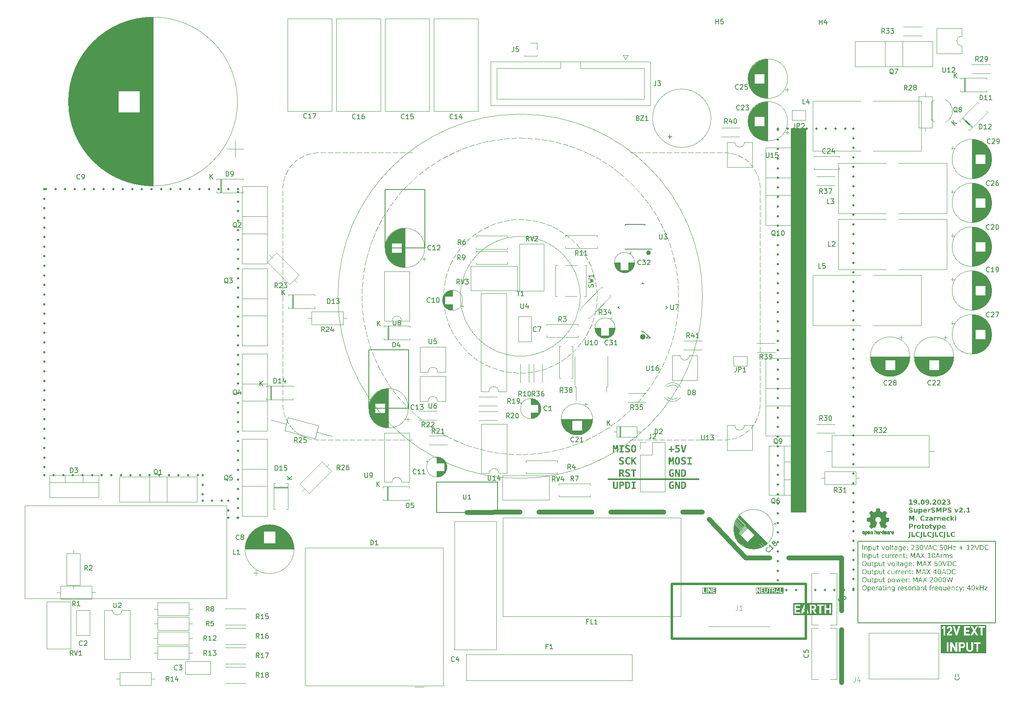
<source format=gbr>
%TF.GenerationSoftware,KiCad,Pcbnew,7.0.9*%
%TF.CreationDate,2024-03-27T11:04:52+01:00*%
%TF.ProjectId,supersmymps v2,73757065-7273-46d7-996d-70732076322e,rev?*%
%TF.SameCoordinates,Original*%
%TF.FileFunction,Legend,Top*%
%TF.FilePolarity,Positive*%
%FSLAX46Y46*%
G04 Gerber Fmt 4.6, Leading zero omitted, Abs format (unit mm)*
G04 Created by KiCad (PCBNEW 7.0.9) date 2024-03-27 11:04:52*
%MOMM*%
%LPD*%
G01*
G04 APERTURE LIST*
%ADD10C,0.150000*%
%ADD11C,0.200000*%
%ADD12C,0.476609*%
%ADD13C,1.000000*%
%ADD14C,0.300000*%
%ADD15C,0.500000*%
%ADD16C,0.575000*%
%ADD17C,0.250000*%
%ADD18C,0.100000*%
%ADD19C,0.120000*%
%ADD20C,0.010000*%
G04 APERTURE END LIST*
D10*
X146266331Y-87155601D02*
X147104283Y-87153371D01*
X91829473Y-56134000D02*
X100110822Y-56134000D01*
X100110822Y-68326000D01*
X91829473Y-68326000D01*
X91829473Y-56134000D01*
D11*
X176530000Y-43434000D02*
X179578000Y-43434000D01*
X179578000Y-123444000D01*
X176530000Y-123444000D01*
X176530000Y-43434000D01*
G36*
X176530000Y-43434000D02*
G01*
X179578000Y-43434000D01*
X179578000Y-123444000D01*
X176530000Y-123444000D01*
X176530000Y-43434000D01*
G37*
D12*
X146984304Y-69342000D02*
G75*
G03*
X146984304Y-69342000I-238304J0D01*
G01*
D10*
X210566000Y-157988000D02*
G75*
G03*
X211582000Y-157988000I508000J0D01*
G01*
D13*
X187000000Y-133000000D02*
X187000000Y-144000000D01*
X187000000Y-148000000D02*
X187000000Y-159000000D01*
D14*
X138430000Y-116586000D02*
X157226000Y-116586000D01*
D13*
X167000000Y-133000000D02*
X159430196Y-125018893D01*
D10*
X146684192Y-86735511D02*
X147104283Y-87153371D01*
D13*
X108900000Y-123505000D02*
X119899992Y-123491331D01*
X123899988Y-123486360D02*
X134899980Y-123472691D01*
X138899977Y-123467720D02*
X149899968Y-123454051D01*
X153899965Y-123449080D02*
X157988000Y-123444001D01*
D10*
X210820000Y-157734000D02*
X210820000Y-157226000D01*
D13*
X187000000Y-133000000D02*
X176000000Y-133000000D01*
X172000000Y-133000000D02*
X167000000Y-133000000D01*
D10*
X211328000Y-157734000D02*
X211328000Y-157226000D01*
D15*
X20762000Y-115757781D02*
X20762000Y-115757781D01*
X22762000Y-115757781D02*
X22762000Y-115757781D01*
X24762000Y-115757781D02*
X24762000Y-115757781D01*
X26762000Y-115757781D02*
X26762000Y-115757781D01*
X28762000Y-115757781D02*
X28762000Y-115757781D01*
X30762000Y-115757781D02*
X30762000Y-115757781D01*
X32762000Y-115757781D02*
X32762000Y-115757781D01*
X34762000Y-115757781D02*
X34762000Y-115757781D01*
X36762000Y-115757781D02*
X36762000Y-115757781D01*
X38762000Y-115757781D02*
X38762000Y-115757781D01*
X40762000Y-115757781D02*
X40762000Y-115757781D01*
X42762000Y-115757781D02*
X42762000Y-115757781D01*
X44762000Y-115757781D02*
X44762000Y-115757781D01*
X46762000Y-115757781D02*
X46762000Y-115757781D01*
X48762000Y-115757781D02*
X48762000Y-115757781D01*
X50762000Y-115757781D02*
X50762000Y-115757781D01*
X52762000Y-115757781D02*
X52762000Y-115757781D01*
X53782000Y-115757781D02*
X53782000Y-115757781D01*
X53782000Y-117757781D02*
X53782000Y-117757781D01*
X53782000Y-119757781D02*
X53782000Y-119757781D01*
X53782000Y-121091781D02*
X53782000Y-121091781D01*
X55782000Y-121091781D02*
X55782000Y-121091781D01*
X57782000Y-121091781D02*
X57782000Y-121091781D01*
X59116000Y-121091781D02*
X59116000Y-121091781D01*
X59116000Y-123091781D02*
X59116000Y-123091781D01*
X59116000Y-124647781D02*
X59116000Y-124647781D01*
X61116000Y-124647781D02*
X61116000Y-124647781D01*
X61148000Y-124647781D02*
X61148000Y-124647781D01*
X61148000Y-122647781D02*
X61148000Y-122647781D01*
X61148000Y-120647781D02*
X61148000Y-120647781D01*
X61148000Y-118647781D02*
X61148000Y-118647781D01*
X61148000Y-116647781D02*
X61148000Y-116647781D01*
X61148000Y-114647781D02*
X61148000Y-114647781D01*
X61148000Y-112647781D02*
X61148000Y-112647781D01*
X61148000Y-110647781D02*
X61148000Y-110647781D01*
X61148000Y-108647781D02*
X61148000Y-108647781D01*
X61148000Y-106647781D02*
X61148000Y-106647781D01*
X61148000Y-104647781D02*
X61148000Y-104647781D01*
X61148000Y-102647781D02*
X61148000Y-102647781D01*
X61148000Y-100647781D02*
X61148000Y-100647781D01*
X61148000Y-98647781D02*
X61148000Y-98647781D01*
X61148000Y-96647781D02*
X61148000Y-96647781D01*
X61148000Y-94647781D02*
X61148000Y-94647781D01*
X61148000Y-92647781D02*
X61148000Y-92647781D01*
X61148000Y-90647781D02*
X61148000Y-90647781D01*
X61148000Y-88647781D02*
X61148000Y-88647781D01*
X61148000Y-86647781D02*
X61148000Y-86647781D01*
X61148000Y-84647781D02*
X61148000Y-84647781D01*
X61148000Y-82647781D02*
X61148000Y-82647781D01*
X61148000Y-80647781D02*
X61148000Y-80647781D01*
X61148000Y-78647781D02*
X61148000Y-78647781D01*
X61148000Y-76647781D02*
X61148000Y-76647781D01*
X61148000Y-74647781D02*
X61148000Y-74647781D01*
X61148000Y-72647781D02*
X61148000Y-72647781D01*
X61148000Y-70647781D02*
X61148000Y-70647781D01*
X61148000Y-68647781D02*
X61148000Y-68647781D01*
X61148000Y-66647781D02*
X61148000Y-66647781D01*
X61148000Y-64647781D02*
X61148000Y-64647781D01*
X61148000Y-62647781D02*
X61148000Y-62647781D01*
X61148000Y-60647781D02*
X61148000Y-60647781D01*
X61148000Y-58647781D02*
X61148000Y-58647781D01*
X61148000Y-56647781D02*
X61148000Y-56647781D01*
X61148000Y-56067781D02*
X61148000Y-56067781D01*
X59148000Y-56067781D02*
X59148000Y-56067781D01*
X57148000Y-56067781D02*
X57148000Y-56067781D01*
X55148000Y-56067781D02*
X55148000Y-56067781D01*
X53148000Y-56067781D02*
X53148000Y-56067781D01*
X51148000Y-56067781D02*
X51148000Y-56067781D01*
X49148000Y-56067781D02*
X49148000Y-56067781D01*
X47148000Y-56067781D02*
X47148000Y-56067781D01*
X45148000Y-56067781D02*
X45148000Y-56067781D01*
X43148000Y-56067781D02*
X43148000Y-56067781D01*
X41148000Y-56067781D02*
X41148000Y-56067781D01*
X39148000Y-56067781D02*
X39148000Y-56067781D01*
X37148000Y-56067781D02*
X37148000Y-56067781D01*
X35148000Y-56067781D02*
X35148000Y-56067781D01*
X33148000Y-56067781D02*
X33148000Y-56067781D01*
X31148000Y-56067781D02*
X31148000Y-56067781D01*
X29148000Y-56067781D02*
X29148000Y-56067781D01*
X27148000Y-56067781D02*
X27148000Y-56067781D01*
X25148000Y-56067781D02*
X25148000Y-56067781D01*
X23148000Y-56067781D02*
X23148000Y-56067781D01*
X21148000Y-56067781D02*
X21148000Y-56067781D01*
X20762000Y-56067781D02*
X20762000Y-56067781D01*
X20762000Y-58067781D02*
X20762000Y-58067781D01*
X20762000Y-60067781D02*
X20762000Y-60067781D01*
X20762000Y-62067781D02*
X20762000Y-62067781D01*
X20762000Y-64067781D02*
X20762000Y-64067781D01*
X20762000Y-66067781D02*
X20762000Y-66067781D01*
X20762000Y-68067781D02*
X20762000Y-68067781D01*
X20762000Y-70067781D02*
X20762000Y-70067781D01*
X20762000Y-72067781D02*
X20762000Y-72067781D01*
X20762000Y-74067781D02*
X20762000Y-74067781D01*
X20762000Y-76067781D02*
X20762000Y-76067781D01*
X20762000Y-78067781D02*
X20762000Y-78067781D01*
X20762000Y-80067781D02*
X20762000Y-80067781D01*
X20762000Y-82067781D02*
X20762000Y-82067781D01*
X20762000Y-84067781D02*
X20762000Y-84067781D01*
X20762000Y-86067781D02*
X20762000Y-86067781D01*
X20762000Y-88067781D02*
X20762000Y-88067781D01*
X20762000Y-90067781D02*
X20762000Y-90067781D01*
X20762000Y-92067781D02*
X20762000Y-92067781D01*
X20762000Y-94067781D02*
X20762000Y-94067781D01*
X20762000Y-96067781D02*
X20762000Y-96067781D01*
X20762000Y-98067781D02*
X20762000Y-98067781D01*
X20762000Y-100067781D02*
X20762000Y-100067781D01*
X20762000Y-102067781D02*
X20762000Y-102067781D01*
X20762000Y-104067781D02*
X20762000Y-104067781D01*
X20762000Y-106067781D02*
X20762000Y-106067781D01*
X20762000Y-108067781D02*
X20762000Y-108067781D01*
X20762000Y-110067781D02*
X20762000Y-110067781D01*
X20762000Y-112067781D02*
X20762000Y-112067781D01*
X20762000Y-114067781D02*
X20762000Y-114067781D01*
D16*
X145829500Y-86878574D02*
G75*
G03*
X145829500Y-86878574I-287500J0D01*
G01*
D10*
X146266331Y-87155601D02*
X146684192Y-86735511D01*
X88426651Y-89596000D02*
X96708000Y-89596000D01*
X96708000Y-101788000D01*
X88426651Y-101788000D01*
X88426651Y-89596000D01*
D15*
X173736000Y-43434000D02*
X173736000Y-43434000D01*
X175736000Y-43434000D02*
X175736000Y-43434000D01*
X177736000Y-43434000D02*
X177736000Y-43434000D01*
X179736000Y-43434000D02*
X179736000Y-43434000D01*
X181736000Y-43434000D02*
X181736000Y-43434000D01*
X183736000Y-43434000D02*
X183736000Y-43434000D01*
X185736000Y-43434000D02*
X185736000Y-43434000D01*
X187736000Y-43434000D02*
X187736000Y-43434000D01*
X189484000Y-43434000D02*
X189484000Y-43434000D01*
X189484000Y-45434000D02*
X189484000Y-45434000D01*
X189484000Y-47434000D02*
X189484000Y-47434000D01*
X189484000Y-49434000D02*
X189484000Y-49434000D01*
X189484000Y-51434000D02*
X189484000Y-51434000D01*
X189484000Y-53434000D02*
X189484000Y-53434000D01*
X189484000Y-55434000D02*
X189484000Y-55434000D01*
X189484000Y-57434000D02*
X189484000Y-57434000D01*
X189484000Y-59434000D02*
X189484000Y-59434000D01*
X189484000Y-61434000D02*
X189484000Y-61434000D01*
X189484000Y-63434000D02*
X189484000Y-63434000D01*
X189484000Y-65434000D02*
X189484000Y-65434000D01*
X189484000Y-67434000D02*
X189484000Y-67434000D01*
X189484000Y-69434000D02*
X189484000Y-69434000D01*
X189484000Y-71434000D02*
X189484000Y-71434000D01*
X189484000Y-73434000D02*
X189484000Y-73434000D01*
X189484000Y-75434000D02*
X189484000Y-75434000D01*
X189484000Y-77434000D02*
X189484000Y-77434000D01*
X189484000Y-79434000D02*
X189484000Y-79434000D01*
X189484000Y-81434000D02*
X189484000Y-81434000D01*
X189484000Y-83434000D02*
X189484000Y-83434000D01*
X189484000Y-85434000D02*
X189484000Y-85434000D01*
X189484000Y-87434000D02*
X189484000Y-87434000D01*
X189484000Y-89434000D02*
X189484000Y-89434000D01*
X189484000Y-91434000D02*
X189484000Y-91434000D01*
X189484000Y-93434000D02*
X189484000Y-93434000D01*
X189484000Y-95434000D02*
X189484000Y-95434000D01*
X189484000Y-97434000D02*
X189484000Y-97434000D01*
X189484000Y-99434000D02*
X189484000Y-99434000D01*
X189484000Y-101434000D02*
X189484000Y-101434000D01*
X189484000Y-103434000D02*
X189484000Y-103434000D01*
X189484000Y-105434000D02*
X189484000Y-105434000D01*
X189484000Y-107434000D02*
X189484000Y-107434000D01*
X189484000Y-109434000D02*
X189484000Y-109434000D01*
X189484000Y-111434000D02*
X189484000Y-111434000D01*
X189484000Y-113434000D02*
X189484000Y-113434000D01*
X189484000Y-115434000D02*
X189484000Y-115434000D01*
X189484000Y-117434000D02*
X189484000Y-117434000D01*
X189484000Y-119434000D02*
X189484000Y-119434000D01*
X189484000Y-121434000D02*
X189484000Y-121434000D01*
X189484000Y-123434000D02*
X189484000Y-123434000D01*
X189484000Y-125434000D02*
X189484000Y-125434000D01*
X189484000Y-127434000D02*
X189484000Y-127434000D01*
X189484000Y-129434000D02*
X189484000Y-129434000D01*
X189484000Y-131434000D02*
X189484000Y-131434000D01*
X189484000Y-133434000D02*
X189484000Y-133434000D01*
X189484000Y-135434000D02*
X189484000Y-135434000D01*
X189484000Y-137434000D02*
X189484000Y-137434000D01*
X189484000Y-139434000D02*
X189484000Y-139434000D01*
X189484000Y-139700000D02*
X189484000Y-139700000D01*
X187484000Y-139700000D02*
X187484000Y-139700000D01*
X185484000Y-139700000D02*
X185484000Y-139700000D01*
X183484000Y-139700000D02*
X183484000Y-139700000D01*
X181484000Y-139700000D02*
X181484000Y-139700000D01*
X179484000Y-139700000D02*
X179484000Y-139700000D01*
X177484000Y-139700000D02*
X177484000Y-139700000D01*
X175484000Y-139700000D02*
X175484000Y-139700000D01*
X173736000Y-139700000D02*
X173736000Y-139700000D01*
X173736000Y-137700000D02*
X173736000Y-137700000D01*
X173736000Y-135700000D02*
X173736000Y-135700000D01*
X173736000Y-133700000D02*
X173736000Y-133700000D01*
X173736000Y-131700000D02*
X173736000Y-131700000D01*
X173736000Y-129700000D02*
X173736000Y-129700000D01*
X173736000Y-127700000D02*
X173736000Y-127700000D01*
X173736000Y-125700000D02*
X173736000Y-125700000D01*
X173736000Y-123700000D02*
X173736000Y-123700000D01*
X173736000Y-121700000D02*
X173736000Y-121700000D01*
X173736000Y-119700000D02*
X173736000Y-119700000D01*
X173736000Y-117700000D02*
X173736000Y-117700000D01*
X173736000Y-115700000D02*
X173736000Y-115700000D01*
X173736000Y-113700000D02*
X173736000Y-113700000D01*
X173736000Y-111700000D02*
X173736000Y-111700000D01*
X173736000Y-109700000D02*
X173736000Y-109700000D01*
X173736000Y-107700000D02*
X173736000Y-107700000D01*
X173736000Y-105700000D02*
X173736000Y-105700000D01*
X173736000Y-103700000D02*
X173736000Y-103700000D01*
X173736000Y-101700000D02*
X173736000Y-101700000D01*
X173736000Y-99700000D02*
X173736000Y-99700000D01*
X173736000Y-97700000D02*
X173736000Y-97700000D01*
X173736000Y-95700000D02*
X173736000Y-95700000D01*
X173736000Y-93700000D02*
X173736000Y-93700000D01*
X173736000Y-91700000D02*
X173736000Y-91700000D01*
X173736000Y-89700000D02*
X173736000Y-89700000D01*
X173736000Y-87700000D02*
X173736000Y-87700000D01*
X173736000Y-85700000D02*
X173736000Y-85700000D01*
X173736000Y-83700000D02*
X173736000Y-83700000D01*
X173736000Y-81700000D02*
X173736000Y-81700000D01*
X173736000Y-79700000D02*
X173736000Y-79700000D01*
X173736000Y-77700000D02*
X173736000Y-77700000D01*
X173736000Y-75700000D02*
X173736000Y-75700000D01*
X173736000Y-73700000D02*
X173736000Y-73700000D01*
X173736000Y-71700000D02*
X173736000Y-71700000D01*
X173736000Y-69700000D02*
X173736000Y-69700000D01*
X173736000Y-67700000D02*
X173736000Y-67700000D01*
X173736000Y-65700000D02*
X173736000Y-65700000D01*
X173736000Y-63700000D02*
X173736000Y-63700000D01*
X173736000Y-61700000D02*
X173736000Y-61700000D01*
X173736000Y-59700000D02*
X173736000Y-59700000D01*
X173736000Y-57700000D02*
X173736000Y-57700000D01*
X173736000Y-55700000D02*
X173736000Y-55700000D01*
X173736000Y-53700000D02*
X173736000Y-53700000D01*
X173736000Y-51700000D02*
X173736000Y-51700000D01*
X173736000Y-49700000D02*
X173736000Y-49700000D01*
X173736000Y-47700000D02*
X173736000Y-47700000D01*
X173736000Y-45700000D02*
X173736000Y-45700000D01*
X173736000Y-43700000D02*
X173736000Y-43700000D01*
D14*
G36*
X151774691Y-115807722D02*
G01*
X151774691Y-115514264D01*
X151566230Y-115514264D01*
X151566230Y-115256344D01*
X152040305Y-115256344D01*
X152040305Y-115956466D01*
X152023726Y-115969489D01*
X152006826Y-115981908D01*
X151989603Y-115993721D01*
X151972058Y-116004929D01*
X151954192Y-116015531D01*
X151936003Y-116025528D01*
X151917492Y-116034920D01*
X151898660Y-116043706D01*
X151879505Y-116051887D01*
X151860028Y-116059463D01*
X151846865Y-116064177D01*
X151826949Y-116070659D01*
X151806769Y-116076503D01*
X151786326Y-116081710D01*
X151765618Y-116086279D01*
X151744646Y-116090210D01*
X151723410Y-116093504D01*
X151701910Y-116096161D01*
X151680146Y-116098180D01*
X151665490Y-116099172D01*
X151650717Y-116099880D01*
X151635826Y-116100305D01*
X151620818Y-116100447D01*
X151602289Y-116100244D01*
X151584024Y-116099637D01*
X151566024Y-116098624D01*
X151548289Y-116097207D01*
X151530819Y-116095384D01*
X151513614Y-116093157D01*
X151496673Y-116090524D01*
X151479997Y-116087487D01*
X151463586Y-116084044D01*
X151447439Y-116080197D01*
X151431557Y-116075944D01*
X151415940Y-116071287D01*
X151400588Y-116066224D01*
X151385501Y-116060756D01*
X151370678Y-116054884D01*
X151356120Y-116048606D01*
X151341827Y-116041924D01*
X151327798Y-116034836D01*
X151314034Y-116027344D01*
X151300536Y-116019446D01*
X151287301Y-116011143D01*
X151274332Y-116002436D01*
X151261627Y-115993323D01*
X151249187Y-115983806D01*
X151237012Y-115973883D01*
X151225102Y-115963555D01*
X151213456Y-115952823D01*
X151202075Y-115941685D01*
X151190959Y-115930143D01*
X151180108Y-115918195D01*
X151169521Y-115905842D01*
X151159199Y-115893085D01*
X151149191Y-115879954D01*
X151139501Y-115866482D01*
X151130129Y-115852668D01*
X151121074Y-115838514D01*
X151112337Y-115824017D01*
X151103918Y-115809180D01*
X151095817Y-115794001D01*
X151088033Y-115778481D01*
X151080567Y-115762620D01*
X151073418Y-115746417D01*
X151066588Y-115729873D01*
X151060075Y-115712988D01*
X151053879Y-115695761D01*
X151048002Y-115678193D01*
X151042442Y-115660284D01*
X151037200Y-115642034D01*
X151032275Y-115623442D01*
X151027669Y-115604508D01*
X151023380Y-115585234D01*
X151019408Y-115565618D01*
X151015755Y-115545661D01*
X151012419Y-115525362D01*
X151009400Y-115504722D01*
X151006700Y-115483741D01*
X151004317Y-115462419D01*
X151002252Y-115440755D01*
X151000505Y-115418750D01*
X150999075Y-115396403D01*
X150997963Y-115373716D01*
X150997169Y-115350687D01*
X150996692Y-115327316D01*
X150996533Y-115303605D01*
X150996694Y-115279535D01*
X150997174Y-115255823D01*
X150997976Y-115232468D01*
X150999098Y-115209472D01*
X151000540Y-115186833D01*
X151002304Y-115164552D01*
X151004387Y-115142629D01*
X151006792Y-115121064D01*
X151009516Y-115099856D01*
X151012562Y-115079006D01*
X151015928Y-115058514D01*
X151019614Y-115038380D01*
X151023621Y-115018603D01*
X151027949Y-114999184D01*
X151032597Y-114980123D01*
X151037566Y-114961420D01*
X151042856Y-114943075D01*
X151048465Y-114925087D01*
X151054396Y-114907457D01*
X151060647Y-114890185D01*
X151067219Y-114873271D01*
X151074111Y-114856715D01*
X151081324Y-114840516D01*
X151088857Y-114824675D01*
X151096711Y-114809192D01*
X151104886Y-114794066D01*
X151113381Y-114779299D01*
X151122196Y-114764889D01*
X151131332Y-114750837D01*
X151140789Y-114737142D01*
X151150567Y-114723806D01*
X151160665Y-114710827D01*
X151171088Y-114698227D01*
X151181796Y-114686027D01*
X151192789Y-114674228D01*
X151204067Y-114662828D01*
X151215630Y-114651828D01*
X151227477Y-114641228D01*
X151239610Y-114631028D01*
X151252027Y-114621228D01*
X151264728Y-114611828D01*
X151277715Y-114602828D01*
X151290986Y-114594228D01*
X151304543Y-114586029D01*
X151318384Y-114578229D01*
X151332509Y-114570829D01*
X151346920Y-114563829D01*
X151361615Y-114557229D01*
X151376595Y-114551029D01*
X151391860Y-114545229D01*
X151407410Y-114539829D01*
X151423245Y-114534829D01*
X151439364Y-114530229D01*
X151455768Y-114526029D01*
X151472457Y-114522229D01*
X151489431Y-114518829D01*
X151506689Y-114515829D01*
X151524232Y-114513229D01*
X151542060Y-114511029D01*
X151560173Y-114509229D01*
X151578571Y-114507829D01*
X151597253Y-114506829D01*
X151616221Y-114506230D01*
X151635473Y-114506030D01*
X151652823Y-114506242D01*
X151670116Y-114506880D01*
X151687350Y-114507942D01*
X151704527Y-114509430D01*
X151721645Y-114511343D01*
X151738706Y-114513680D01*
X151755708Y-114516443D01*
X151772653Y-114519631D01*
X151789540Y-114523244D01*
X151806369Y-114527281D01*
X151817556Y-114530210D01*
X151834286Y-114534930D01*
X151850816Y-114540024D01*
X151867147Y-114545492D01*
X151883278Y-114551333D01*
X151899209Y-114557547D01*
X151914941Y-114564135D01*
X151930474Y-114571097D01*
X151945806Y-114578432D01*
X151960939Y-114586141D01*
X151975872Y-114594223D01*
X151985717Y-114599819D01*
X151985717Y-114928081D01*
X151973594Y-114913120D01*
X151961129Y-114898874D01*
X151948323Y-114885342D01*
X151935176Y-114872525D01*
X151921687Y-114860424D01*
X151907857Y-114849037D01*
X151893686Y-114838364D01*
X151879174Y-114828407D01*
X151864320Y-114819165D01*
X151849125Y-114810637D01*
X151838805Y-114805349D01*
X151823138Y-114797951D01*
X151807189Y-114791280D01*
X151790956Y-114785337D01*
X151774439Y-114780122D01*
X151757639Y-114775634D01*
X151740556Y-114771874D01*
X151723190Y-114768842D01*
X151705540Y-114766537D01*
X151687607Y-114764961D01*
X151669390Y-114764112D01*
X151657088Y-114763950D01*
X151635813Y-114764474D01*
X151615220Y-114766045D01*
X151595307Y-114768664D01*
X151576076Y-114772331D01*
X151557526Y-114777045D01*
X151539657Y-114782806D01*
X151522469Y-114789615D01*
X151505963Y-114797472D01*
X151490138Y-114806377D01*
X151474994Y-114816329D01*
X151460531Y-114827328D01*
X151446749Y-114839375D01*
X151433649Y-114852470D01*
X151421230Y-114866612D01*
X151409492Y-114881802D01*
X151398435Y-114898039D01*
X151388098Y-114915294D01*
X151378428Y-114933628D01*
X151369425Y-114953041D01*
X151361089Y-114973533D01*
X151353419Y-114995104D01*
X151346417Y-115017755D01*
X151340081Y-115041484D01*
X151334413Y-115066292D01*
X151329411Y-115092179D01*
X151325076Y-115119146D01*
X151321408Y-115147191D01*
X151318407Y-115176316D01*
X151317157Y-115191283D01*
X151316073Y-115206519D01*
X151315156Y-115222026D01*
X151314406Y-115237802D01*
X151313822Y-115253848D01*
X151313406Y-115270164D01*
X151313155Y-115286749D01*
X151313072Y-115303605D01*
X151313153Y-115319968D01*
X151313394Y-115336085D01*
X151313797Y-115351956D01*
X151314360Y-115367581D01*
X151315085Y-115382960D01*
X151315970Y-115398092D01*
X151317017Y-115412979D01*
X151318224Y-115427619D01*
X151321122Y-115456161D01*
X151324664Y-115483718D01*
X151328850Y-115510291D01*
X151333680Y-115535879D01*
X151339154Y-115560483D01*
X151345272Y-115584102D01*
X151352034Y-115606737D01*
X151359440Y-115628386D01*
X151367490Y-115649052D01*
X151376184Y-115668732D01*
X151385522Y-115687428D01*
X151395504Y-115705140D01*
X151406101Y-115721776D01*
X151417286Y-115737340D01*
X151429056Y-115751830D01*
X151441414Y-115765246D01*
X151454358Y-115777590D01*
X151467890Y-115788860D01*
X151482008Y-115799056D01*
X151496712Y-115808180D01*
X151512004Y-115816230D01*
X151527882Y-115823206D01*
X151544347Y-115829110D01*
X151561398Y-115833940D01*
X151579037Y-115837696D01*
X151597262Y-115840380D01*
X151616074Y-115841990D01*
X151635473Y-115842526D01*
X151652882Y-115842230D01*
X151669390Y-115841341D01*
X151684996Y-115839860D01*
X151699701Y-115837787D01*
X151715717Y-115834618D01*
X151717905Y-115834100D01*
X151732643Y-115829832D01*
X151747899Y-115823925D01*
X151761460Y-115816918D01*
X151774691Y-115807722D01*
G37*
G36*
X152261956Y-114529477D02*
G01*
X152588386Y-114529477D01*
X153017032Y-115654215D01*
X153017032Y-114529477D01*
X153285211Y-114529477D01*
X153285211Y-116077000D01*
X152960612Y-116077000D01*
X152529768Y-114952261D01*
X152529768Y-116077000D01*
X152261956Y-116077000D01*
X152261956Y-114529477D01*
G37*
G36*
X153892551Y-114529654D02*
G01*
X153915495Y-114530184D01*
X153938026Y-114531067D01*
X153960146Y-114532305D01*
X153981853Y-114533895D01*
X154003148Y-114535840D01*
X154024030Y-114538137D01*
X154044501Y-114540788D01*
X154064559Y-114543793D01*
X154084206Y-114547151D01*
X154103440Y-114550863D01*
X154122262Y-114554928D01*
X154140672Y-114559346D01*
X154158669Y-114564118D01*
X154176255Y-114569244D01*
X154193428Y-114574723D01*
X154210189Y-114580555D01*
X154226538Y-114586741D01*
X154242475Y-114593281D01*
X154258000Y-114600174D01*
X154273112Y-114607420D01*
X154287813Y-114615020D01*
X154302101Y-114622973D01*
X154315977Y-114631280D01*
X154329441Y-114639941D01*
X154342492Y-114648955D01*
X154355132Y-114658322D01*
X154367359Y-114668043D01*
X154379175Y-114678117D01*
X154390578Y-114688545D01*
X154401569Y-114699326D01*
X154412147Y-114710461D01*
X154422358Y-114721974D01*
X154432245Y-114733937D01*
X154441807Y-114746349D01*
X154451045Y-114759210D01*
X154459959Y-114772521D01*
X154468549Y-114786281D01*
X154476815Y-114800490D01*
X154484756Y-114815149D01*
X154492374Y-114830258D01*
X154499667Y-114845815D01*
X154506636Y-114861822D01*
X154513281Y-114878279D01*
X154519602Y-114895184D01*
X154525599Y-114912539D01*
X154531271Y-114930344D01*
X154536620Y-114948598D01*
X154541644Y-114967301D01*
X154546344Y-114986453D01*
X154550720Y-115006055D01*
X154554772Y-115026106D01*
X154558500Y-115046607D01*
X154561903Y-115067557D01*
X154564983Y-115088957D01*
X154567738Y-115110805D01*
X154570169Y-115133103D01*
X154572276Y-115155851D01*
X154574059Y-115179048D01*
X154575517Y-115202694D01*
X154576652Y-115226790D01*
X154577462Y-115251335D01*
X154577948Y-115276329D01*
X154578110Y-115301773D01*
X154577948Y-115327263D01*
X154577462Y-115352305D01*
X154576652Y-115376900D01*
X154575517Y-115401046D01*
X154574059Y-115424744D01*
X154572276Y-115447995D01*
X154570169Y-115470798D01*
X154567738Y-115493152D01*
X154564983Y-115515059D01*
X154561903Y-115536518D01*
X154558500Y-115557529D01*
X154554772Y-115578092D01*
X154550720Y-115598206D01*
X154546344Y-115617874D01*
X154541644Y-115637093D01*
X154536620Y-115655864D01*
X154531271Y-115674187D01*
X154525599Y-115692062D01*
X154519602Y-115709490D01*
X154513281Y-115726469D01*
X154506636Y-115743001D01*
X154499667Y-115759084D01*
X154492374Y-115774720D01*
X154484756Y-115789907D01*
X154476815Y-115804647D01*
X154468549Y-115818939D01*
X154459959Y-115832783D01*
X154451045Y-115846179D01*
X154441807Y-115859127D01*
X154432245Y-115871627D01*
X154422358Y-115883679D01*
X154412147Y-115895283D01*
X154401569Y-115906463D01*
X154390578Y-115917288D01*
X154379175Y-115927758D01*
X154367359Y-115937873D01*
X154355132Y-115947633D01*
X154342492Y-115957038D01*
X154329441Y-115966088D01*
X154315977Y-115974784D01*
X154302101Y-115983124D01*
X154287813Y-115991110D01*
X154273112Y-115998741D01*
X154258000Y-116006016D01*
X154242475Y-116012937D01*
X154226538Y-116019503D01*
X154210189Y-116025714D01*
X154193428Y-116031570D01*
X154176255Y-116037072D01*
X154158669Y-116042218D01*
X154140672Y-116047009D01*
X154122262Y-116051446D01*
X154103440Y-116055527D01*
X154084206Y-116059254D01*
X154064559Y-116062625D01*
X154044501Y-116065642D01*
X154024030Y-116068304D01*
X154003148Y-116070611D01*
X153981853Y-116072563D01*
X153960146Y-116074160D01*
X153938026Y-116075402D01*
X153915495Y-116076290D01*
X153892551Y-116076822D01*
X153869196Y-116077000D01*
X153543498Y-116077000D01*
X153543498Y-114787397D01*
X153847580Y-114787397D01*
X153847580Y-115819079D01*
X153930012Y-115819079D01*
X153952048Y-115818620D01*
X153973277Y-115817242D01*
X153993699Y-115814945D01*
X154013314Y-115811729D01*
X154032122Y-115807594D01*
X154050122Y-115802541D01*
X154067316Y-115796569D01*
X154083702Y-115789678D01*
X154099281Y-115781869D01*
X154114053Y-115773140D01*
X154128018Y-115763493D01*
X154141175Y-115752927D01*
X154153526Y-115741443D01*
X154165069Y-115729039D01*
X154175805Y-115715717D01*
X154185734Y-115701476D01*
X154194962Y-115686133D01*
X154203595Y-115669505D01*
X154211632Y-115651592D01*
X154219073Y-115632394D01*
X154225920Y-115611910D01*
X154232171Y-115590141D01*
X154237827Y-115567088D01*
X154242887Y-115542749D01*
X154247352Y-115517125D01*
X154251222Y-115490216D01*
X154254496Y-115462021D01*
X154257175Y-115432542D01*
X154258292Y-115417320D01*
X154259259Y-115401777D01*
X154260078Y-115385913D01*
X154260747Y-115369728D01*
X154261268Y-115353221D01*
X154261640Y-115336393D01*
X154261864Y-115319243D01*
X154261938Y-115301773D01*
X154261864Y-115284415D01*
X154261640Y-115267377D01*
X154261268Y-115250658D01*
X154260747Y-115234259D01*
X154260078Y-115218178D01*
X154259259Y-115202416D01*
X154258292Y-115186974D01*
X154257175Y-115171851D01*
X154255910Y-115157047D01*
X154252934Y-115128396D01*
X154249361Y-115101022D01*
X154245194Y-115074924D01*
X154240431Y-115050103D01*
X154235073Y-115026558D01*
X154229120Y-115004290D01*
X154222571Y-114983298D01*
X154215427Y-114963583D01*
X154207688Y-114945145D01*
X154199353Y-114927983D01*
X154190423Y-114912098D01*
X154185734Y-114904634D01*
X154175805Y-114890437D01*
X154165069Y-114877157D01*
X154153526Y-114864792D01*
X154141175Y-114853343D01*
X154128018Y-114842810D01*
X154114053Y-114833193D01*
X154099281Y-114824492D01*
X154083702Y-114816706D01*
X154067316Y-114809837D01*
X154050122Y-114803884D01*
X154032122Y-114798846D01*
X154013314Y-114794725D01*
X153993699Y-114791519D01*
X153973277Y-114789229D01*
X153952048Y-114787855D01*
X153930012Y-114787397D01*
X153847580Y-114787397D01*
X153543498Y-114787397D01*
X153543498Y-114529477D01*
X153869196Y-114529477D01*
X153892551Y-114529654D01*
G37*
G36*
X151774691Y-118347722D02*
G01*
X151774691Y-118054264D01*
X151566230Y-118054264D01*
X151566230Y-117796344D01*
X152040305Y-117796344D01*
X152040305Y-118496466D01*
X152023726Y-118509489D01*
X152006826Y-118521908D01*
X151989603Y-118533721D01*
X151972058Y-118544929D01*
X151954192Y-118555531D01*
X151936003Y-118565528D01*
X151917492Y-118574920D01*
X151898660Y-118583706D01*
X151879505Y-118591887D01*
X151860028Y-118599463D01*
X151846865Y-118604177D01*
X151826949Y-118610659D01*
X151806769Y-118616503D01*
X151786326Y-118621710D01*
X151765618Y-118626279D01*
X151744646Y-118630210D01*
X151723410Y-118633504D01*
X151701910Y-118636161D01*
X151680146Y-118638180D01*
X151665490Y-118639172D01*
X151650717Y-118639880D01*
X151635826Y-118640305D01*
X151620818Y-118640447D01*
X151602289Y-118640244D01*
X151584024Y-118639637D01*
X151566024Y-118638624D01*
X151548289Y-118637207D01*
X151530819Y-118635384D01*
X151513614Y-118633157D01*
X151496673Y-118630524D01*
X151479997Y-118627487D01*
X151463586Y-118624044D01*
X151447439Y-118620197D01*
X151431557Y-118615944D01*
X151415940Y-118611287D01*
X151400588Y-118606224D01*
X151385501Y-118600756D01*
X151370678Y-118594884D01*
X151356120Y-118588606D01*
X151341827Y-118581924D01*
X151327798Y-118574836D01*
X151314034Y-118567344D01*
X151300536Y-118559446D01*
X151287301Y-118551143D01*
X151274332Y-118542436D01*
X151261627Y-118533323D01*
X151249187Y-118523806D01*
X151237012Y-118513883D01*
X151225102Y-118503555D01*
X151213456Y-118492823D01*
X151202075Y-118481685D01*
X151190959Y-118470143D01*
X151180108Y-118458195D01*
X151169521Y-118445842D01*
X151159199Y-118433085D01*
X151149191Y-118419954D01*
X151139501Y-118406482D01*
X151130129Y-118392668D01*
X151121074Y-118378514D01*
X151112337Y-118364017D01*
X151103918Y-118349180D01*
X151095817Y-118334001D01*
X151088033Y-118318481D01*
X151080567Y-118302620D01*
X151073418Y-118286417D01*
X151066588Y-118269873D01*
X151060075Y-118252988D01*
X151053879Y-118235761D01*
X151048002Y-118218193D01*
X151042442Y-118200284D01*
X151037200Y-118182034D01*
X151032275Y-118163442D01*
X151027669Y-118144508D01*
X151023380Y-118125234D01*
X151019408Y-118105618D01*
X151015755Y-118085661D01*
X151012419Y-118065362D01*
X151009400Y-118044722D01*
X151006700Y-118023741D01*
X151004317Y-118002419D01*
X151002252Y-117980755D01*
X151000505Y-117958750D01*
X150999075Y-117936403D01*
X150997963Y-117913716D01*
X150997169Y-117890687D01*
X150996692Y-117867316D01*
X150996533Y-117843605D01*
X150996694Y-117819535D01*
X150997174Y-117795823D01*
X150997976Y-117772468D01*
X150999098Y-117749472D01*
X151000540Y-117726833D01*
X151002304Y-117704552D01*
X151004387Y-117682629D01*
X151006792Y-117661064D01*
X151009516Y-117639856D01*
X151012562Y-117619006D01*
X151015928Y-117598514D01*
X151019614Y-117578380D01*
X151023621Y-117558603D01*
X151027949Y-117539184D01*
X151032597Y-117520123D01*
X151037566Y-117501420D01*
X151042856Y-117483075D01*
X151048465Y-117465087D01*
X151054396Y-117447457D01*
X151060647Y-117430185D01*
X151067219Y-117413271D01*
X151074111Y-117396715D01*
X151081324Y-117380516D01*
X151088857Y-117364675D01*
X151096711Y-117349192D01*
X151104886Y-117334066D01*
X151113381Y-117319299D01*
X151122196Y-117304889D01*
X151131332Y-117290837D01*
X151140789Y-117277142D01*
X151150567Y-117263806D01*
X151160665Y-117250827D01*
X151171088Y-117238227D01*
X151181796Y-117226027D01*
X151192789Y-117214228D01*
X151204067Y-117202828D01*
X151215630Y-117191828D01*
X151227477Y-117181228D01*
X151239610Y-117171028D01*
X151252027Y-117161228D01*
X151264728Y-117151828D01*
X151277715Y-117142828D01*
X151290986Y-117134228D01*
X151304543Y-117126029D01*
X151318384Y-117118229D01*
X151332509Y-117110829D01*
X151346920Y-117103829D01*
X151361615Y-117097229D01*
X151376595Y-117091029D01*
X151391860Y-117085229D01*
X151407410Y-117079829D01*
X151423245Y-117074829D01*
X151439364Y-117070229D01*
X151455768Y-117066029D01*
X151472457Y-117062229D01*
X151489431Y-117058829D01*
X151506689Y-117055829D01*
X151524232Y-117053229D01*
X151542060Y-117051029D01*
X151560173Y-117049229D01*
X151578571Y-117047829D01*
X151597253Y-117046829D01*
X151616221Y-117046230D01*
X151635473Y-117046030D01*
X151652823Y-117046242D01*
X151670116Y-117046880D01*
X151687350Y-117047942D01*
X151704527Y-117049430D01*
X151721645Y-117051343D01*
X151738706Y-117053680D01*
X151755708Y-117056443D01*
X151772653Y-117059631D01*
X151789540Y-117063244D01*
X151806369Y-117067281D01*
X151817556Y-117070210D01*
X151834286Y-117074930D01*
X151850816Y-117080024D01*
X151867147Y-117085492D01*
X151883278Y-117091333D01*
X151899209Y-117097547D01*
X151914941Y-117104135D01*
X151930474Y-117111097D01*
X151945806Y-117118432D01*
X151960939Y-117126141D01*
X151975872Y-117134223D01*
X151985717Y-117139819D01*
X151985717Y-117468081D01*
X151973594Y-117453120D01*
X151961129Y-117438874D01*
X151948323Y-117425342D01*
X151935176Y-117412525D01*
X151921687Y-117400424D01*
X151907857Y-117389037D01*
X151893686Y-117378364D01*
X151879174Y-117368407D01*
X151864320Y-117359165D01*
X151849125Y-117350637D01*
X151838805Y-117345349D01*
X151823138Y-117337951D01*
X151807189Y-117331280D01*
X151790956Y-117325337D01*
X151774439Y-117320122D01*
X151757639Y-117315634D01*
X151740556Y-117311874D01*
X151723190Y-117308842D01*
X151705540Y-117306537D01*
X151687607Y-117304961D01*
X151669390Y-117304112D01*
X151657088Y-117303950D01*
X151635813Y-117304474D01*
X151615220Y-117306045D01*
X151595307Y-117308664D01*
X151576076Y-117312331D01*
X151557526Y-117317045D01*
X151539657Y-117322806D01*
X151522469Y-117329615D01*
X151505963Y-117337472D01*
X151490138Y-117346377D01*
X151474994Y-117356329D01*
X151460531Y-117367328D01*
X151446749Y-117379375D01*
X151433649Y-117392470D01*
X151421230Y-117406612D01*
X151409492Y-117421802D01*
X151398435Y-117438039D01*
X151388098Y-117455294D01*
X151378428Y-117473628D01*
X151369425Y-117493041D01*
X151361089Y-117513533D01*
X151353419Y-117535104D01*
X151346417Y-117557755D01*
X151340081Y-117581484D01*
X151334413Y-117606292D01*
X151329411Y-117632179D01*
X151325076Y-117659146D01*
X151321408Y-117687191D01*
X151318407Y-117716316D01*
X151317157Y-117731283D01*
X151316073Y-117746519D01*
X151315156Y-117762026D01*
X151314406Y-117777802D01*
X151313822Y-117793848D01*
X151313406Y-117810164D01*
X151313155Y-117826749D01*
X151313072Y-117843605D01*
X151313153Y-117859968D01*
X151313394Y-117876085D01*
X151313797Y-117891956D01*
X151314360Y-117907581D01*
X151315085Y-117922960D01*
X151315970Y-117938092D01*
X151317017Y-117952979D01*
X151318224Y-117967619D01*
X151321122Y-117996161D01*
X151324664Y-118023718D01*
X151328850Y-118050291D01*
X151333680Y-118075879D01*
X151339154Y-118100483D01*
X151345272Y-118124102D01*
X151352034Y-118146737D01*
X151359440Y-118168386D01*
X151367490Y-118189052D01*
X151376184Y-118208732D01*
X151385522Y-118227428D01*
X151395504Y-118245140D01*
X151406101Y-118261776D01*
X151417286Y-118277340D01*
X151429056Y-118291830D01*
X151441414Y-118305246D01*
X151454358Y-118317590D01*
X151467890Y-118328860D01*
X151482008Y-118339056D01*
X151496712Y-118348180D01*
X151512004Y-118356230D01*
X151527882Y-118363206D01*
X151544347Y-118369110D01*
X151561398Y-118373940D01*
X151579037Y-118377696D01*
X151597262Y-118380380D01*
X151616074Y-118381990D01*
X151635473Y-118382526D01*
X151652882Y-118382230D01*
X151669390Y-118381341D01*
X151684996Y-118379860D01*
X151699701Y-118377787D01*
X151715717Y-118374618D01*
X151717905Y-118374100D01*
X151732643Y-118369832D01*
X151747899Y-118363925D01*
X151761460Y-118356918D01*
X151774691Y-118347722D01*
G37*
G36*
X152261956Y-117069477D02*
G01*
X152588386Y-117069477D01*
X153017032Y-118194215D01*
X153017032Y-117069477D01*
X153285211Y-117069477D01*
X153285211Y-118617000D01*
X152960612Y-118617000D01*
X152529768Y-117492261D01*
X152529768Y-118617000D01*
X152261956Y-118617000D01*
X152261956Y-117069477D01*
G37*
G36*
X153892551Y-117069654D02*
G01*
X153915495Y-117070184D01*
X153938026Y-117071067D01*
X153960146Y-117072305D01*
X153981853Y-117073895D01*
X154003148Y-117075840D01*
X154024030Y-117078137D01*
X154044501Y-117080788D01*
X154064559Y-117083793D01*
X154084206Y-117087151D01*
X154103440Y-117090863D01*
X154122262Y-117094928D01*
X154140672Y-117099346D01*
X154158669Y-117104118D01*
X154176255Y-117109244D01*
X154193428Y-117114723D01*
X154210189Y-117120555D01*
X154226538Y-117126741D01*
X154242475Y-117133281D01*
X154258000Y-117140174D01*
X154273112Y-117147420D01*
X154287813Y-117155020D01*
X154302101Y-117162973D01*
X154315977Y-117171280D01*
X154329441Y-117179941D01*
X154342492Y-117188955D01*
X154355132Y-117198322D01*
X154367359Y-117208043D01*
X154379175Y-117218117D01*
X154390578Y-117228545D01*
X154401569Y-117239326D01*
X154412147Y-117250461D01*
X154422358Y-117261974D01*
X154432245Y-117273937D01*
X154441807Y-117286349D01*
X154451045Y-117299210D01*
X154459959Y-117312521D01*
X154468549Y-117326281D01*
X154476815Y-117340490D01*
X154484756Y-117355149D01*
X154492374Y-117370258D01*
X154499667Y-117385815D01*
X154506636Y-117401822D01*
X154513281Y-117418279D01*
X154519602Y-117435184D01*
X154525599Y-117452539D01*
X154531271Y-117470344D01*
X154536620Y-117488598D01*
X154541644Y-117507301D01*
X154546344Y-117526453D01*
X154550720Y-117546055D01*
X154554772Y-117566106D01*
X154558500Y-117586607D01*
X154561903Y-117607557D01*
X154564983Y-117628957D01*
X154567738Y-117650805D01*
X154570169Y-117673103D01*
X154572276Y-117695851D01*
X154574059Y-117719048D01*
X154575517Y-117742694D01*
X154576652Y-117766790D01*
X154577462Y-117791335D01*
X154577948Y-117816329D01*
X154578110Y-117841773D01*
X154577948Y-117867263D01*
X154577462Y-117892305D01*
X154576652Y-117916900D01*
X154575517Y-117941046D01*
X154574059Y-117964744D01*
X154572276Y-117987995D01*
X154570169Y-118010798D01*
X154567738Y-118033152D01*
X154564983Y-118055059D01*
X154561903Y-118076518D01*
X154558500Y-118097529D01*
X154554772Y-118118092D01*
X154550720Y-118138206D01*
X154546344Y-118157874D01*
X154541644Y-118177093D01*
X154536620Y-118195864D01*
X154531271Y-118214187D01*
X154525599Y-118232062D01*
X154519602Y-118249490D01*
X154513281Y-118266469D01*
X154506636Y-118283001D01*
X154499667Y-118299084D01*
X154492374Y-118314720D01*
X154484756Y-118329907D01*
X154476815Y-118344647D01*
X154468549Y-118358939D01*
X154459959Y-118372783D01*
X154451045Y-118386179D01*
X154441807Y-118399127D01*
X154432245Y-118411627D01*
X154422358Y-118423679D01*
X154412147Y-118435283D01*
X154401569Y-118446463D01*
X154390578Y-118457288D01*
X154379175Y-118467758D01*
X154367359Y-118477873D01*
X154355132Y-118487633D01*
X154342492Y-118497038D01*
X154329441Y-118506088D01*
X154315977Y-118514784D01*
X154302101Y-118523124D01*
X154287813Y-118531110D01*
X154273112Y-118538741D01*
X154258000Y-118546016D01*
X154242475Y-118552937D01*
X154226538Y-118559503D01*
X154210189Y-118565714D01*
X154193428Y-118571570D01*
X154176255Y-118577072D01*
X154158669Y-118582218D01*
X154140672Y-118587009D01*
X154122262Y-118591446D01*
X154103440Y-118595527D01*
X154084206Y-118599254D01*
X154064559Y-118602625D01*
X154044501Y-118605642D01*
X154024030Y-118608304D01*
X154003148Y-118610611D01*
X153981853Y-118612563D01*
X153960146Y-118614160D01*
X153938026Y-118615402D01*
X153915495Y-118616290D01*
X153892551Y-118616822D01*
X153869196Y-118617000D01*
X153543498Y-118617000D01*
X153543498Y-117327397D01*
X153847580Y-117327397D01*
X153847580Y-118359079D01*
X153930012Y-118359079D01*
X153952048Y-118358620D01*
X153973277Y-118357242D01*
X153993699Y-118354945D01*
X154013314Y-118351729D01*
X154032122Y-118347594D01*
X154050122Y-118342541D01*
X154067316Y-118336569D01*
X154083702Y-118329678D01*
X154099281Y-118321869D01*
X154114053Y-118313140D01*
X154128018Y-118303493D01*
X154141175Y-118292927D01*
X154153526Y-118281443D01*
X154165069Y-118269039D01*
X154175805Y-118255717D01*
X154185734Y-118241476D01*
X154194962Y-118226133D01*
X154203595Y-118209505D01*
X154211632Y-118191592D01*
X154219073Y-118172394D01*
X154225920Y-118151910D01*
X154232171Y-118130141D01*
X154237827Y-118107088D01*
X154242887Y-118082749D01*
X154247352Y-118057125D01*
X154251222Y-118030216D01*
X154254496Y-118002021D01*
X154257175Y-117972542D01*
X154258292Y-117957320D01*
X154259259Y-117941777D01*
X154260078Y-117925913D01*
X154260747Y-117909728D01*
X154261268Y-117893221D01*
X154261640Y-117876393D01*
X154261864Y-117859243D01*
X154261938Y-117841773D01*
X154261864Y-117824415D01*
X154261640Y-117807377D01*
X154261268Y-117790658D01*
X154260747Y-117774259D01*
X154260078Y-117758178D01*
X154259259Y-117742416D01*
X154258292Y-117726974D01*
X154257175Y-117711851D01*
X154255910Y-117697047D01*
X154252934Y-117668396D01*
X154249361Y-117641022D01*
X154245194Y-117614924D01*
X154240431Y-117590103D01*
X154235073Y-117566558D01*
X154229120Y-117544290D01*
X154222571Y-117523298D01*
X154215427Y-117503583D01*
X154207688Y-117485145D01*
X154199353Y-117467983D01*
X154190423Y-117452098D01*
X154185734Y-117444634D01*
X154175805Y-117430437D01*
X154165069Y-117417157D01*
X154153526Y-117404792D01*
X154141175Y-117393343D01*
X154128018Y-117382810D01*
X154114053Y-117373193D01*
X154099281Y-117364492D01*
X154083702Y-117356706D01*
X154067316Y-117349837D01*
X154050122Y-117343884D01*
X154032122Y-117338846D01*
X154013314Y-117334725D01*
X153993699Y-117331519D01*
X153973277Y-117329229D01*
X153952048Y-117327855D01*
X153930012Y-117327397D01*
X153847580Y-117327397D01*
X153543498Y-117327397D01*
X153543498Y-117069477D01*
X153869196Y-117069477D01*
X153892551Y-117069654D01*
G37*
D17*
G36*
X201078863Y-121700421D02*
G01*
X201312360Y-121700421D01*
X201312360Y-121043896D01*
X201072757Y-121090791D01*
X201072757Y-120903212D01*
X201311138Y-120856318D01*
X201562464Y-120856318D01*
X201562464Y-121700421D01*
X201795960Y-121700421D01*
X201795960Y-121888000D01*
X201078863Y-121888000D01*
X201078863Y-121700421D01*
G37*
G36*
X202368942Y-120840818D02*
G01*
X202381209Y-120841215D01*
X202393299Y-120841875D01*
X202405213Y-120842800D01*
X202416949Y-120843990D01*
X202428508Y-120845443D01*
X202439891Y-120847161D01*
X202451096Y-120849143D01*
X202462124Y-120851389D01*
X202472976Y-120853900D01*
X202483650Y-120856675D01*
X202494148Y-120859714D01*
X202504468Y-120863018D01*
X202514612Y-120866585D01*
X202524578Y-120870417D01*
X202534368Y-120874514D01*
X202543980Y-120878874D01*
X202553416Y-120883499D01*
X202562674Y-120888388D01*
X202571756Y-120893542D01*
X202580660Y-120898960D01*
X202589388Y-120904642D01*
X202597939Y-120910588D01*
X202606312Y-120916798D01*
X202614509Y-120923273D01*
X202622529Y-120930012D01*
X202630372Y-120937016D01*
X202638037Y-120944283D01*
X202645526Y-120951815D01*
X202652838Y-120959611D01*
X202659973Y-120967672D01*
X202666930Y-120975997D01*
X202673692Y-120984563D01*
X202680240Y-120993348D01*
X202686572Y-121002353D01*
X202692690Y-121011576D01*
X202698594Y-121021018D01*
X202704282Y-121030679D01*
X202709756Y-121040560D01*
X202715016Y-121050659D01*
X202720060Y-121060977D01*
X202724890Y-121071514D01*
X202729506Y-121082270D01*
X202733906Y-121093245D01*
X202738092Y-121104439D01*
X202742064Y-121115851D01*
X202745820Y-121127483D01*
X202749362Y-121139334D01*
X202752690Y-121151404D01*
X202755802Y-121163693D01*
X202758700Y-121176200D01*
X202761384Y-121188927D01*
X202763852Y-121201872D01*
X202766106Y-121215037D01*
X202768146Y-121228420D01*
X202769970Y-121242023D01*
X202771580Y-121255844D01*
X202772976Y-121269885D01*
X202774156Y-121284144D01*
X202775122Y-121298622D01*
X202775874Y-121313320D01*
X202776410Y-121328236D01*
X202776732Y-121343371D01*
X202776840Y-121358725D01*
X202776714Y-121374510D01*
X202776338Y-121390082D01*
X202775711Y-121405441D01*
X202774832Y-121420587D01*
X202773703Y-121435521D01*
X202772323Y-121450242D01*
X202770692Y-121464750D01*
X202768810Y-121479045D01*
X202766677Y-121493128D01*
X202764294Y-121506998D01*
X202761659Y-121520655D01*
X202758773Y-121534099D01*
X202755637Y-121547331D01*
X202752249Y-121560350D01*
X202748611Y-121573156D01*
X202744722Y-121585749D01*
X202740582Y-121598130D01*
X202736190Y-121610297D01*
X202731548Y-121622252D01*
X202726655Y-121633995D01*
X202721512Y-121645524D01*
X202716117Y-121656841D01*
X202710471Y-121667945D01*
X202704574Y-121678836D01*
X202698427Y-121689515D01*
X202692028Y-121699980D01*
X202685379Y-121710233D01*
X202678479Y-121720273D01*
X202671327Y-121730101D01*
X202663925Y-121739715D01*
X202656272Y-121749117D01*
X202648368Y-121758307D01*
X202640245Y-121767247D01*
X202631937Y-121775904D01*
X202623442Y-121784278D01*
X202614762Y-121792367D01*
X202605895Y-121800172D01*
X202596842Y-121807694D01*
X202587603Y-121814932D01*
X202578179Y-121821886D01*
X202568568Y-121828556D01*
X202558771Y-121834943D01*
X202548788Y-121841045D01*
X202538619Y-121846864D01*
X202528264Y-121852398D01*
X202517723Y-121857649D01*
X202506996Y-121862617D01*
X202496083Y-121867300D01*
X202484983Y-121871699D01*
X202473698Y-121875815D01*
X202462227Y-121879647D01*
X202450569Y-121883195D01*
X202438726Y-121886459D01*
X202426697Y-121889439D01*
X202414481Y-121892136D01*
X202402080Y-121894548D01*
X202389492Y-121896677D01*
X202376718Y-121898522D01*
X202363759Y-121900083D01*
X202350613Y-121901360D01*
X202337281Y-121902354D01*
X202323763Y-121903063D01*
X202310060Y-121903489D01*
X202296170Y-121903631D01*
X202282714Y-121903528D01*
X202269365Y-121903219D01*
X202256124Y-121902704D01*
X202242990Y-121901982D01*
X202229963Y-121901055D01*
X202217044Y-121899922D01*
X202204232Y-121898582D01*
X202191527Y-121897036D01*
X202178930Y-121895285D01*
X202166440Y-121893327D01*
X202158173Y-121891907D01*
X202145831Y-121889606D01*
X202133537Y-121887099D01*
X202121291Y-121884385D01*
X202109091Y-121881466D01*
X202096939Y-121878340D01*
X202084834Y-121875009D01*
X202072776Y-121871471D01*
X202060765Y-121867727D01*
X202048802Y-121863777D01*
X202036886Y-121859622D01*
X202028968Y-121856736D01*
X202028968Y-121669158D01*
X202040780Y-121674882D01*
X202052493Y-121680332D01*
X202064107Y-121685507D01*
X202075622Y-121690407D01*
X202087039Y-121695032D01*
X202098357Y-121699383D01*
X202109576Y-121703459D01*
X202120697Y-121707260D01*
X202131718Y-121710786D01*
X202142641Y-121714038D01*
X202149868Y-121716053D01*
X202160665Y-121718846D01*
X202171441Y-121721365D01*
X202182195Y-121723609D01*
X202192928Y-121725578D01*
X202203639Y-121727272D01*
X202214328Y-121728692D01*
X202224997Y-121729837D01*
X202235643Y-121730707D01*
X202246269Y-121731302D01*
X202256872Y-121731623D01*
X202263930Y-121731684D01*
X202278473Y-121731432D01*
X202292609Y-121730677D01*
X202306339Y-121729417D01*
X202319663Y-121727654D01*
X202332580Y-121725387D01*
X202345091Y-121722617D01*
X202357195Y-121719342D01*
X202368893Y-121715564D01*
X202380185Y-121711282D01*
X202391070Y-121706497D01*
X202401548Y-121701207D01*
X202411620Y-121695414D01*
X202421286Y-121689117D01*
X202430545Y-121682316D01*
X202439398Y-121675012D01*
X202447845Y-121667204D01*
X202455876Y-121658869D01*
X202463484Y-121650046D01*
X202470668Y-121640734D01*
X202477428Y-121630934D01*
X202483765Y-121620645D01*
X202489679Y-121609868D01*
X202495169Y-121598602D01*
X202500235Y-121586848D01*
X202504877Y-121574605D01*
X202509096Y-121561874D01*
X202512891Y-121548655D01*
X202516263Y-121534946D01*
X202519211Y-121520750D01*
X202521736Y-121506065D01*
X202523837Y-121490891D01*
X202525514Y-121475229D01*
X202516711Y-121481536D01*
X202507797Y-121487542D01*
X202498771Y-121493248D01*
X202489633Y-121498654D01*
X202480384Y-121503758D01*
X202471023Y-121508563D01*
X202461550Y-121513066D01*
X202451966Y-121517269D01*
X202442270Y-121521172D01*
X202432463Y-121524774D01*
X202425863Y-121527009D01*
X202415889Y-121530064D01*
X202405753Y-121532819D01*
X202395453Y-121535273D01*
X202384990Y-121537427D01*
X202374364Y-121539280D01*
X202363575Y-121540833D01*
X202352623Y-121542085D01*
X202341507Y-121543037D01*
X202330229Y-121543688D01*
X202318787Y-121544039D01*
X202311069Y-121544106D01*
X202301297Y-121544015D01*
X202282111Y-121543294D01*
X202263399Y-121541852D01*
X202245163Y-121539688D01*
X202227402Y-121536803D01*
X202210116Y-121533196D01*
X202193306Y-121528869D01*
X202176970Y-121523820D01*
X202161109Y-121518049D01*
X202145724Y-121511558D01*
X202130814Y-121504345D01*
X202116379Y-121496411D01*
X202102419Y-121487756D01*
X202088934Y-121478379D01*
X202075924Y-121468281D01*
X202063389Y-121457462D01*
X202057300Y-121451782D01*
X202045618Y-121439983D01*
X202034689Y-121427728D01*
X202024514Y-121415017D01*
X202015092Y-121401849D01*
X202006424Y-121388226D01*
X201998510Y-121374147D01*
X201991350Y-121359612D01*
X201984943Y-121344620D01*
X201979290Y-121329173D01*
X201974391Y-121313269D01*
X201970246Y-121296910D01*
X201966854Y-121280094D01*
X201964216Y-121262823D01*
X201962332Y-121245095D01*
X201961201Y-121226911D01*
X201960824Y-121208272D01*
X201960929Y-121197910D01*
X201961099Y-121192396D01*
X202215814Y-121192396D01*
X202215950Y-121203455D01*
X202216360Y-121214164D01*
X202217042Y-121224521D01*
X202217997Y-121234528D01*
X202219941Y-121248879D01*
X202222499Y-121262440D01*
X202225671Y-121275211D01*
X202229457Y-121287193D01*
X202233857Y-121298384D01*
X202238871Y-121308785D01*
X202244499Y-121318397D01*
X202250741Y-121327218D01*
X202257636Y-121335249D01*
X202265132Y-121342491D01*
X202273229Y-121348942D01*
X202281927Y-121354604D01*
X202291227Y-121359475D01*
X202301127Y-121363557D01*
X202311629Y-121366848D01*
X202322731Y-121369350D01*
X202334435Y-121371061D01*
X202346739Y-121371983D01*
X202355277Y-121372159D01*
X202367936Y-121371764D01*
X202379995Y-121370579D01*
X202391452Y-121368604D01*
X202402309Y-121365839D01*
X202412564Y-121362284D01*
X202422218Y-121357939D01*
X202431271Y-121352804D01*
X202439724Y-121346879D01*
X202447575Y-121340165D01*
X202454825Y-121332660D01*
X202459324Y-121327218D01*
X202465609Y-121318397D01*
X202471277Y-121308785D01*
X202476326Y-121298384D01*
X202480756Y-121287193D01*
X202484569Y-121275211D01*
X202487763Y-121262440D01*
X202490339Y-121248879D01*
X202492297Y-121234528D01*
X202493258Y-121224521D01*
X202493945Y-121214164D01*
X202494358Y-121203455D01*
X202494495Y-121192396D01*
X202494358Y-121181424D01*
X202493945Y-121170796D01*
X202493258Y-121160511D01*
X202492297Y-121150569D01*
X202490339Y-121136301D01*
X202487763Y-121122806D01*
X202484569Y-121110083D01*
X202480756Y-121098133D01*
X202476326Y-121086956D01*
X202471277Y-121076552D01*
X202465609Y-121066921D01*
X202459324Y-121058062D01*
X202452475Y-121049944D01*
X202445024Y-121042623D01*
X202436973Y-121036102D01*
X202428320Y-121030379D01*
X202419067Y-121025454D01*
X202409212Y-121021329D01*
X202398757Y-121018001D01*
X202387700Y-121015472D01*
X202376042Y-121013742D01*
X202363783Y-121012811D01*
X202355277Y-121012633D01*
X202342571Y-121013032D01*
X202330467Y-121014230D01*
X202318964Y-121016227D01*
X202308061Y-121019022D01*
X202297760Y-121022615D01*
X202288060Y-121027007D01*
X202278961Y-121032198D01*
X202270463Y-121038187D01*
X202262566Y-121044975D01*
X202255271Y-121052561D01*
X202250741Y-121058062D01*
X202244499Y-121066921D01*
X202238871Y-121076552D01*
X202233857Y-121086956D01*
X202229457Y-121098133D01*
X202225671Y-121110083D01*
X202222499Y-121122806D01*
X202219941Y-121136301D01*
X202217997Y-121150569D01*
X202217042Y-121160511D01*
X202216360Y-121170796D01*
X202215950Y-121181424D01*
X202215814Y-121192396D01*
X201961099Y-121192396D01*
X201961244Y-121187679D01*
X201961769Y-121177577D01*
X201962504Y-121167605D01*
X201963448Y-121157763D01*
X201964602Y-121148051D01*
X201967541Y-121129015D01*
X201971319Y-121110498D01*
X201975937Y-121092501D01*
X201981394Y-121075022D01*
X201987691Y-121058062D01*
X201994828Y-121041622D01*
X202002804Y-121025700D01*
X202011619Y-121010298D01*
X202021274Y-120995414D01*
X202031769Y-120981049D01*
X202043104Y-120967204D01*
X202055278Y-120953877D01*
X202068291Y-120941070D01*
X202082011Y-120928914D01*
X202096303Y-120917543D01*
X202111167Y-120906955D01*
X202126604Y-120897152D01*
X202142614Y-120888133D01*
X202159195Y-120879899D01*
X202176350Y-120872448D01*
X202194076Y-120865782D01*
X202212375Y-120859900D01*
X202231247Y-120854803D01*
X202240897Y-120852548D01*
X202250691Y-120850489D01*
X202260628Y-120848627D01*
X202270707Y-120846960D01*
X202280930Y-120845490D01*
X202291296Y-120844215D01*
X202301805Y-120843137D01*
X202312458Y-120842255D01*
X202323253Y-120841568D01*
X202334192Y-120841078D01*
X202345273Y-120840784D01*
X202356498Y-120840686D01*
X202368942Y-120840818D01*
G37*
G36*
X203005695Y-121622263D02*
G01*
X203252869Y-121622263D01*
X203252869Y-121888000D01*
X203005695Y-121888000D01*
X203005695Y-121622263D01*
G37*
G36*
X203895794Y-120840821D02*
G01*
X203908149Y-120841226D01*
X203920323Y-120841901D01*
X203932318Y-120842846D01*
X203944133Y-120844061D01*
X203955768Y-120845546D01*
X203967224Y-120847301D01*
X203978499Y-120849326D01*
X203989595Y-120851621D01*
X204000511Y-120854186D01*
X204011247Y-120857021D01*
X204021803Y-120860126D01*
X204032179Y-120863501D01*
X204042375Y-120867146D01*
X204052392Y-120871061D01*
X204062229Y-120875247D01*
X204071886Y-120879702D01*
X204081363Y-120884427D01*
X204090660Y-120889422D01*
X204099777Y-120894687D01*
X204108715Y-120900222D01*
X204117472Y-120906027D01*
X204126050Y-120912102D01*
X204134448Y-120918447D01*
X204142666Y-120925062D01*
X204150705Y-120931947D01*
X204158563Y-120939102D01*
X204166242Y-120946527D01*
X204173741Y-120954222D01*
X204181060Y-120962187D01*
X204188199Y-120970423D01*
X204195158Y-120978928D01*
X204201920Y-120987682D01*
X204208467Y-120996665D01*
X204214800Y-121005876D01*
X204220918Y-121015316D01*
X204226821Y-121024984D01*
X204232510Y-121034881D01*
X204237984Y-121045007D01*
X204243243Y-121055360D01*
X204248288Y-121065943D01*
X204253118Y-121076754D01*
X204257733Y-121087793D01*
X204262134Y-121099061D01*
X204266320Y-121110557D01*
X204270291Y-121122282D01*
X204274048Y-121134235D01*
X204277590Y-121146417D01*
X204280917Y-121158828D01*
X204284030Y-121171466D01*
X204286928Y-121184334D01*
X204289611Y-121197430D01*
X204292080Y-121210754D01*
X204294334Y-121224307D01*
X204296373Y-121238088D01*
X204298198Y-121252098D01*
X204299808Y-121266336D01*
X204301203Y-121280803D01*
X204302384Y-121295499D01*
X204303350Y-121310422D01*
X204304101Y-121325575D01*
X204304638Y-121340956D01*
X204304960Y-121356565D01*
X204305067Y-121372403D01*
X204304960Y-121388211D01*
X204304638Y-121403791D01*
X204304101Y-121419144D01*
X204303350Y-121434269D01*
X204302384Y-121449166D01*
X204301203Y-121463836D01*
X204299808Y-121478279D01*
X204298198Y-121492494D01*
X204296373Y-121506481D01*
X204294334Y-121520241D01*
X204292080Y-121533774D01*
X204289611Y-121547078D01*
X204286928Y-121560156D01*
X204284030Y-121573005D01*
X204280917Y-121585628D01*
X204277590Y-121598022D01*
X204274048Y-121610189D01*
X204270291Y-121622129D01*
X204266320Y-121633841D01*
X204262134Y-121645325D01*
X204257733Y-121656582D01*
X204253118Y-121667611D01*
X204248288Y-121678413D01*
X204243243Y-121688987D01*
X204237984Y-121699334D01*
X204232510Y-121709453D01*
X204226821Y-121719345D01*
X204220918Y-121729009D01*
X204214800Y-121738445D01*
X204208467Y-121747654D01*
X204201920Y-121756636D01*
X204195158Y-121765390D01*
X204188199Y-121773895D01*
X204181060Y-121782130D01*
X204173741Y-121790095D01*
X204166242Y-121797790D01*
X204158563Y-121805215D01*
X204150705Y-121812370D01*
X204142666Y-121819255D01*
X204134448Y-121825870D01*
X204126050Y-121832215D01*
X204117472Y-121838290D01*
X204108715Y-121844095D01*
X204099777Y-121849630D01*
X204090660Y-121854896D01*
X204081363Y-121859891D01*
X204071886Y-121864616D01*
X204062229Y-121869071D01*
X204052392Y-121873256D01*
X204042375Y-121877171D01*
X204032179Y-121880816D01*
X204021803Y-121884191D01*
X204011247Y-121887296D01*
X204000511Y-121890131D01*
X203989595Y-121892696D01*
X203978499Y-121894991D01*
X203967224Y-121897016D01*
X203955768Y-121898771D01*
X203944133Y-121900256D01*
X203932318Y-121901471D01*
X203920323Y-121902416D01*
X203908149Y-121903091D01*
X203895794Y-121903496D01*
X203883260Y-121903631D01*
X203870695Y-121903496D01*
X203858312Y-121903091D01*
X203846109Y-121902416D01*
X203834087Y-121901471D01*
X203822246Y-121900256D01*
X203810585Y-121898771D01*
X203799105Y-121897016D01*
X203787807Y-121894991D01*
X203776689Y-121892696D01*
X203765751Y-121890131D01*
X203754995Y-121887296D01*
X203744419Y-121884191D01*
X203734024Y-121880816D01*
X203723810Y-121877171D01*
X203713777Y-121873256D01*
X203703924Y-121869071D01*
X203694253Y-121864616D01*
X203684762Y-121859891D01*
X203675452Y-121854896D01*
X203666323Y-121849630D01*
X203657374Y-121844095D01*
X203648606Y-121838290D01*
X203640019Y-121832215D01*
X203631613Y-121825870D01*
X203623388Y-121819255D01*
X203615344Y-121812370D01*
X203607480Y-121805215D01*
X203599797Y-121797790D01*
X203592295Y-121790095D01*
X203584973Y-121782130D01*
X203577833Y-121773895D01*
X203570873Y-121765390D01*
X203564111Y-121756636D01*
X203557564Y-121747654D01*
X203551231Y-121738445D01*
X203545113Y-121729009D01*
X203539210Y-121719345D01*
X203533521Y-121709453D01*
X203528047Y-121699334D01*
X203522788Y-121688987D01*
X203517743Y-121678413D01*
X203512913Y-121667611D01*
X203508298Y-121656582D01*
X203503897Y-121645325D01*
X203499711Y-121633841D01*
X203495740Y-121622129D01*
X203491983Y-121610189D01*
X203488441Y-121598022D01*
X203485114Y-121585628D01*
X203482001Y-121573005D01*
X203479103Y-121560156D01*
X203476420Y-121547078D01*
X203473951Y-121533774D01*
X203471697Y-121520241D01*
X203469658Y-121506481D01*
X203467833Y-121492494D01*
X203466223Y-121478279D01*
X203464828Y-121463836D01*
X203463647Y-121449166D01*
X203462681Y-121434269D01*
X203461930Y-121419144D01*
X203461393Y-121403791D01*
X203461071Y-121388211D01*
X203460964Y-121372403D01*
X203460981Y-121369960D01*
X203725235Y-121369960D01*
X203725270Y-121382272D01*
X203725377Y-121394354D01*
X203725555Y-121406208D01*
X203725803Y-121417832D01*
X203726123Y-121429227D01*
X203726514Y-121440394D01*
X203726976Y-121451331D01*
X203727509Y-121462040D01*
X203728113Y-121472520D01*
X203728789Y-121482770D01*
X203729535Y-121492792D01*
X203730352Y-121502584D01*
X203732200Y-121521483D01*
X203734333Y-121539465D01*
X203736749Y-121556531D01*
X203739450Y-121572682D01*
X203742436Y-121587917D01*
X203745705Y-121602235D01*
X203749259Y-121615638D01*
X203753097Y-121628125D01*
X203757220Y-121639696D01*
X203761627Y-121650351D01*
X203766367Y-121660200D01*
X203771488Y-121669414D01*
X203776991Y-121677992D01*
X203782876Y-121685934D01*
X203792419Y-121696657D01*
X203802820Y-121705950D01*
X203814080Y-121713813D01*
X203826199Y-121720247D01*
X203839176Y-121725251D01*
X203853012Y-121728825D01*
X203862713Y-121730413D01*
X203872796Y-121731366D01*
X203883260Y-121731684D01*
X203893635Y-121731366D01*
X203903635Y-121730413D01*
X203917930Y-121727792D01*
X203931378Y-121723741D01*
X203943982Y-121718261D01*
X203955739Y-121711351D01*
X203966650Y-121703011D01*
X203976716Y-121693242D01*
X203985936Y-121682042D01*
X203991613Y-121673782D01*
X203996914Y-121664886D01*
X204001839Y-121655355D01*
X204004160Y-121650351D01*
X204008567Y-121639696D01*
X204012689Y-121628125D01*
X204016528Y-121615638D01*
X204020082Y-121602235D01*
X204023351Y-121587917D01*
X204026336Y-121572682D01*
X204029037Y-121556531D01*
X204031454Y-121539465D01*
X204033586Y-121521483D01*
X204035435Y-121502584D01*
X204036252Y-121492792D01*
X204036998Y-121482770D01*
X204037674Y-121472520D01*
X204038278Y-121462040D01*
X204038811Y-121451331D01*
X204039273Y-121440394D01*
X204039664Y-121429227D01*
X204039984Y-121417832D01*
X204040232Y-121406208D01*
X204040410Y-121394354D01*
X204040517Y-121382272D01*
X204040552Y-121369960D01*
X204040517Y-121357785D01*
X204040411Y-121345838D01*
X204040234Y-121334117D01*
X204039987Y-121322623D01*
X204039670Y-121311356D01*
X204039281Y-121300317D01*
X204038822Y-121289504D01*
X204038293Y-121278919D01*
X204037693Y-121268561D01*
X204037022Y-121258429D01*
X204036281Y-121248525D01*
X204034586Y-121229398D01*
X204032610Y-121211179D01*
X204030350Y-121193868D01*
X204027809Y-121177466D01*
X204024985Y-121161971D01*
X204021878Y-121147386D01*
X204018489Y-121133708D01*
X204014818Y-121120939D01*
X204010864Y-121109078D01*
X204006628Y-121098125D01*
X204004404Y-121092989D01*
X203999724Y-121083258D01*
X203994657Y-121074156D01*
X203989206Y-121065681D01*
X203983369Y-121057833D01*
X203973891Y-121047240D01*
X203963545Y-121038058D01*
X203952332Y-121030289D01*
X203940252Y-121023933D01*
X203927305Y-121018989D01*
X203913491Y-121015458D01*
X203903799Y-121013889D01*
X203893722Y-121012947D01*
X203883260Y-121012633D01*
X203872796Y-121012947D01*
X203862713Y-121013889D01*
X203853012Y-121015458D01*
X203839176Y-121018989D01*
X203826199Y-121023933D01*
X203814080Y-121030289D01*
X203802820Y-121038058D01*
X203792419Y-121047240D01*
X203782876Y-121057833D01*
X203776991Y-121065681D01*
X203771488Y-121074156D01*
X203766367Y-121083258D01*
X203761627Y-121092989D01*
X203757220Y-121103488D01*
X203753097Y-121114895D01*
X203749259Y-121127210D01*
X203745705Y-121140433D01*
X203742436Y-121154565D01*
X203739450Y-121169605D01*
X203736749Y-121185553D01*
X203734333Y-121202410D01*
X203732200Y-121220175D01*
X203730352Y-121238848D01*
X203728789Y-121258429D01*
X203728113Y-121268561D01*
X203727509Y-121278919D01*
X203726976Y-121289504D01*
X203726514Y-121300317D01*
X203726123Y-121311356D01*
X203725803Y-121322623D01*
X203725555Y-121334117D01*
X203725377Y-121345838D01*
X203725270Y-121357785D01*
X203725235Y-121369960D01*
X203460981Y-121369960D01*
X203461071Y-121356565D01*
X203461393Y-121340956D01*
X203461930Y-121325575D01*
X203462681Y-121310422D01*
X203463647Y-121295499D01*
X203464828Y-121280803D01*
X203466223Y-121266336D01*
X203467833Y-121252098D01*
X203469658Y-121238088D01*
X203471697Y-121224307D01*
X203473951Y-121210754D01*
X203476420Y-121197430D01*
X203479103Y-121184334D01*
X203482001Y-121171466D01*
X203485114Y-121158828D01*
X203488441Y-121146417D01*
X203491983Y-121134235D01*
X203495740Y-121122282D01*
X203499711Y-121110557D01*
X203503897Y-121099061D01*
X203508298Y-121087793D01*
X203512913Y-121076754D01*
X203517743Y-121065943D01*
X203522788Y-121055360D01*
X203528047Y-121045007D01*
X203533521Y-121034881D01*
X203539210Y-121024984D01*
X203545113Y-121015316D01*
X203551231Y-121005876D01*
X203557564Y-120996665D01*
X203564111Y-120987682D01*
X203570873Y-120978928D01*
X203577833Y-120970423D01*
X203584973Y-120962187D01*
X203592295Y-120954222D01*
X203599797Y-120946527D01*
X203607480Y-120939102D01*
X203615344Y-120931947D01*
X203623388Y-120925062D01*
X203631613Y-120918447D01*
X203640019Y-120912102D01*
X203648606Y-120906027D01*
X203657374Y-120900222D01*
X203666323Y-120894687D01*
X203675452Y-120889422D01*
X203684762Y-120884427D01*
X203694253Y-120879702D01*
X203703924Y-120875247D01*
X203713777Y-120871061D01*
X203723810Y-120867146D01*
X203734024Y-120863501D01*
X203744419Y-120860126D01*
X203754995Y-120857021D01*
X203765751Y-120854186D01*
X203776689Y-120851621D01*
X203787807Y-120849326D01*
X203799105Y-120847301D01*
X203810585Y-120845546D01*
X203822246Y-120844061D01*
X203834087Y-120842846D01*
X203846109Y-120841901D01*
X203858312Y-120841226D01*
X203870695Y-120840821D01*
X203883260Y-120840686D01*
X203895794Y-120840821D01*
G37*
G36*
X204848495Y-120840818D02*
G01*
X204860763Y-120841215D01*
X204872853Y-120841875D01*
X204884766Y-120842800D01*
X204896502Y-120843990D01*
X204908062Y-120845443D01*
X204919444Y-120847161D01*
X204930649Y-120849143D01*
X204941678Y-120851389D01*
X204952529Y-120853900D01*
X204963204Y-120856675D01*
X204973701Y-120859714D01*
X204984022Y-120863018D01*
X204994165Y-120866585D01*
X205004131Y-120870417D01*
X205013921Y-120874514D01*
X205023534Y-120878874D01*
X205032969Y-120883499D01*
X205042228Y-120888388D01*
X205051309Y-120893542D01*
X205060214Y-120898960D01*
X205068941Y-120904642D01*
X205077492Y-120910588D01*
X205085866Y-120916798D01*
X205094062Y-120923273D01*
X205102082Y-120930012D01*
X205109925Y-120937016D01*
X205117591Y-120944283D01*
X205125079Y-120951815D01*
X205132391Y-120959611D01*
X205139526Y-120967672D01*
X205146484Y-120975997D01*
X205153246Y-120984563D01*
X205159793Y-120993348D01*
X205166126Y-121002353D01*
X205172244Y-121011576D01*
X205178147Y-121021018D01*
X205183836Y-121030679D01*
X205189310Y-121040560D01*
X205194569Y-121050659D01*
X205199614Y-121060977D01*
X205204444Y-121071514D01*
X205209059Y-121082270D01*
X205213460Y-121093245D01*
X205217646Y-121104439D01*
X205221617Y-121115851D01*
X205225374Y-121127483D01*
X205228916Y-121139334D01*
X205232243Y-121151404D01*
X205235356Y-121163693D01*
X205238254Y-121176200D01*
X205240937Y-121188927D01*
X205243406Y-121201872D01*
X205245660Y-121215037D01*
X205247699Y-121228420D01*
X205249524Y-121242023D01*
X205251134Y-121255844D01*
X205252529Y-121269885D01*
X205253710Y-121284144D01*
X205254676Y-121298622D01*
X205255427Y-121313320D01*
X205255964Y-121328236D01*
X205256286Y-121343371D01*
X205256393Y-121358725D01*
X205256268Y-121374510D01*
X205255891Y-121390082D01*
X205255264Y-121405441D01*
X205254386Y-121420587D01*
X205253257Y-121435521D01*
X205251876Y-121450242D01*
X205250246Y-121464750D01*
X205248364Y-121479045D01*
X205246231Y-121493128D01*
X205243847Y-121506998D01*
X205241212Y-121520655D01*
X205238327Y-121534099D01*
X205235190Y-121547331D01*
X205231803Y-121560350D01*
X205228164Y-121573156D01*
X205224275Y-121585749D01*
X205220135Y-121598130D01*
X205215744Y-121610297D01*
X205211102Y-121622252D01*
X205206209Y-121633995D01*
X205201065Y-121645524D01*
X205195670Y-121656841D01*
X205190024Y-121667945D01*
X205184128Y-121678836D01*
X205177980Y-121689515D01*
X205171582Y-121699980D01*
X205164932Y-121710233D01*
X205158032Y-121720273D01*
X205150881Y-121730101D01*
X205143478Y-121739715D01*
X205135825Y-121749117D01*
X205127921Y-121758307D01*
X205119799Y-121767247D01*
X205111490Y-121775904D01*
X205102996Y-121784278D01*
X205094315Y-121792367D01*
X205085448Y-121800172D01*
X205076396Y-121807694D01*
X205067157Y-121814932D01*
X205057732Y-121821886D01*
X205048121Y-121828556D01*
X205038324Y-121834943D01*
X205028341Y-121841045D01*
X205018172Y-121846864D01*
X205007817Y-121852398D01*
X204997276Y-121857649D01*
X204986549Y-121862617D01*
X204975636Y-121867300D01*
X204964537Y-121871699D01*
X204953251Y-121875815D01*
X204941780Y-121879647D01*
X204930123Y-121883195D01*
X204918279Y-121886459D01*
X204906250Y-121889439D01*
X204894034Y-121892136D01*
X204881633Y-121894548D01*
X204869045Y-121896677D01*
X204856272Y-121898522D01*
X204843312Y-121900083D01*
X204830166Y-121901360D01*
X204816835Y-121902354D01*
X204803317Y-121903063D01*
X204789613Y-121903489D01*
X204775723Y-121903631D01*
X204762267Y-121903528D01*
X204748918Y-121903219D01*
X204735677Y-121902704D01*
X204722543Y-121901982D01*
X204709516Y-121901055D01*
X204696597Y-121899922D01*
X204683785Y-121898582D01*
X204671080Y-121897036D01*
X204658483Y-121895285D01*
X204645993Y-121893327D01*
X204637726Y-121891907D01*
X204625385Y-121889606D01*
X204613091Y-121887099D01*
X204600844Y-121884385D01*
X204588645Y-121881466D01*
X204576492Y-121878340D01*
X204564387Y-121875009D01*
X204552329Y-121871471D01*
X204540319Y-121867727D01*
X204528355Y-121863777D01*
X204516439Y-121859622D01*
X204508521Y-121856736D01*
X204508521Y-121669158D01*
X204520333Y-121674882D01*
X204532046Y-121680332D01*
X204543660Y-121685507D01*
X204555176Y-121690407D01*
X204566592Y-121695032D01*
X204577910Y-121699383D01*
X204589129Y-121703459D01*
X204600250Y-121707260D01*
X204611272Y-121710786D01*
X204622195Y-121714038D01*
X204629422Y-121716053D01*
X204640219Y-121718846D01*
X204650994Y-121721365D01*
X204661748Y-121723609D01*
X204672481Y-121725578D01*
X204683192Y-121727272D01*
X204693882Y-121728692D01*
X204704550Y-121729837D01*
X204715197Y-121730707D01*
X204725822Y-121731302D01*
X204736426Y-121731623D01*
X204743483Y-121731684D01*
X204758026Y-121731432D01*
X204772163Y-121730677D01*
X204785893Y-121729417D01*
X204799216Y-121727654D01*
X204812133Y-121725387D01*
X204824644Y-121722617D01*
X204836749Y-121719342D01*
X204848446Y-121715564D01*
X204859738Y-121711282D01*
X204870623Y-121706497D01*
X204881102Y-121701207D01*
X204891174Y-121695414D01*
X204900839Y-121689117D01*
X204910099Y-121682316D01*
X204918952Y-121675012D01*
X204927398Y-121667204D01*
X204935429Y-121658869D01*
X204943037Y-121650046D01*
X204950221Y-121640734D01*
X204956982Y-121630934D01*
X204963319Y-121620645D01*
X204969232Y-121609868D01*
X204974722Y-121598602D01*
X204979788Y-121586848D01*
X204984431Y-121574605D01*
X204988649Y-121561874D01*
X204992445Y-121548655D01*
X204995816Y-121534946D01*
X204998765Y-121520750D01*
X205001289Y-121506065D01*
X205003390Y-121490891D01*
X205005067Y-121475229D01*
X204996264Y-121481536D01*
X204987350Y-121487542D01*
X204978324Y-121493248D01*
X204969186Y-121498654D01*
X204959937Y-121503758D01*
X204950576Y-121508563D01*
X204941104Y-121513066D01*
X204931520Y-121517269D01*
X204921824Y-121521172D01*
X204912016Y-121524774D01*
X204905416Y-121527009D01*
X204895443Y-121530064D01*
X204885306Y-121532819D01*
X204875006Y-121535273D01*
X204864544Y-121537427D01*
X204853918Y-121539280D01*
X204843128Y-121540833D01*
X204832176Y-121542085D01*
X204821061Y-121543037D01*
X204809782Y-121543688D01*
X204798340Y-121544039D01*
X204790622Y-121544106D01*
X204780851Y-121544015D01*
X204761664Y-121543294D01*
X204742953Y-121541852D01*
X204724717Y-121539688D01*
X204706956Y-121536803D01*
X204689670Y-121533196D01*
X204672859Y-121528869D01*
X204656523Y-121523820D01*
X204640663Y-121518049D01*
X204625277Y-121511558D01*
X204610367Y-121504345D01*
X204595932Y-121496411D01*
X204581972Y-121487756D01*
X204568487Y-121478379D01*
X204555477Y-121468281D01*
X204542943Y-121457462D01*
X204536854Y-121451782D01*
X204525171Y-121439983D01*
X204514242Y-121427728D01*
X204504067Y-121415017D01*
X204494645Y-121401849D01*
X204485978Y-121388226D01*
X204478064Y-121374147D01*
X204470903Y-121359612D01*
X204464497Y-121344620D01*
X204458844Y-121329173D01*
X204453945Y-121313269D01*
X204449799Y-121296910D01*
X204446407Y-121280094D01*
X204443769Y-121262823D01*
X204441885Y-121245095D01*
X204440755Y-121226911D01*
X204440378Y-121208272D01*
X204440483Y-121197910D01*
X204440653Y-121192396D01*
X204695367Y-121192396D01*
X204695504Y-121203455D01*
X204695913Y-121214164D01*
X204696595Y-121224521D01*
X204697550Y-121234528D01*
X204699494Y-121248879D01*
X204702052Y-121262440D01*
X204705225Y-121275211D01*
X204709011Y-121287193D01*
X204713410Y-121298384D01*
X204718424Y-121308785D01*
X204724052Y-121318397D01*
X204730294Y-121327218D01*
X204737189Y-121335249D01*
X204744685Y-121342491D01*
X204752782Y-121348942D01*
X204761481Y-121354604D01*
X204770780Y-121359475D01*
X204780681Y-121363557D01*
X204791182Y-121366848D01*
X204802285Y-121369350D01*
X204813988Y-121371061D01*
X204826293Y-121371983D01*
X204834830Y-121372159D01*
X204847490Y-121371764D01*
X204859548Y-121370579D01*
X204871006Y-121368604D01*
X204881862Y-121365839D01*
X204892117Y-121362284D01*
X204901772Y-121357939D01*
X204910825Y-121352804D01*
X204919277Y-121346879D01*
X204927128Y-121340165D01*
X204934378Y-121332660D01*
X204938877Y-121327218D01*
X204945163Y-121318397D01*
X204950830Y-121308785D01*
X204955879Y-121298384D01*
X204960310Y-121287193D01*
X204964122Y-121275211D01*
X204967316Y-121262440D01*
X204969892Y-121248879D01*
X204971850Y-121234528D01*
X204972812Y-121224521D01*
X204973499Y-121214164D01*
X204973911Y-121203455D01*
X204974048Y-121192396D01*
X204973911Y-121181424D01*
X204973499Y-121170796D01*
X204972812Y-121160511D01*
X204971850Y-121150569D01*
X204969892Y-121136301D01*
X204967316Y-121122806D01*
X204964122Y-121110083D01*
X204960310Y-121098133D01*
X204955879Y-121086956D01*
X204950830Y-121076552D01*
X204945163Y-121066921D01*
X204938877Y-121058062D01*
X204932028Y-121049944D01*
X204924578Y-121042623D01*
X204916526Y-121036102D01*
X204907874Y-121030379D01*
X204898620Y-121025454D01*
X204888766Y-121021329D01*
X204878310Y-121018001D01*
X204867253Y-121015472D01*
X204855595Y-121013742D01*
X204843336Y-121012811D01*
X204834830Y-121012633D01*
X204822125Y-121013032D01*
X204810020Y-121014230D01*
X204798517Y-121016227D01*
X204787615Y-121019022D01*
X204777314Y-121022615D01*
X204767614Y-121027007D01*
X204758515Y-121032198D01*
X204750017Y-121038187D01*
X204742120Y-121044975D01*
X204734824Y-121052561D01*
X204730294Y-121058062D01*
X204724052Y-121066921D01*
X204718424Y-121076552D01*
X204713410Y-121086956D01*
X204709011Y-121098133D01*
X204705225Y-121110083D01*
X204702052Y-121122806D01*
X204699494Y-121136301D01*
X204697550Y-121150569D01*
X204696595Y-121160511D01*
X204695913Y-121170796D01*
X204695504Y-121181424D01*
X204695367Y-121192396D01*
X204440653Y-121192396D01*
X204440798Y-121187679D01*
X204441322Y-121177577D01*
X204442057Y-121167605D01*
X204443001Y-121157763D01*
X204444156Y-121148051D01*
X204447094Y-121129015D01*
X204450873Y-121110498D01*
X204455490Y-121092501D01*
X204460948Y-121075022D01*
X204467244Y-121058062D01*
X204474381Y-121041622D01*
X204482357Y-121025700D01*
X204491173Y-121010298D01*
X204500828Y-120995414D01*
X204511323Y-120981049D01*
X204522657Y-120967204D01*
X204534831Y-120953877D01*
X204547845Y-120941070D01*
X204561564Y-120928914D01*
X204575856Y-120917543D01*
X204590721Y-120906955D01*
X204606158Y-120897152D01*
X204622167Y-120888133D01*
X204638749Y-120879899D01*
X204655903Y-120872448D01*
X204673630Y-120865782D01*
X204691929Y-120859900D01*
X204710800Y-120854803D01*
X204720451Y-120852548D01*
X204730244Y-120850489D01*
X204740181Y-120848627D01*
X204750261Y-120846960D01*
X204760484Y-120845490D01*
X204770850Y-120844215D01*
X204781359Y-120843137D01*
X204792011Y-120842255D01*
X204802806Y-120841568D01*
X204813745Y-120841078D01*
X204824826Y-120840784D01*
X204836051Y-120840686D01*
X204848495Y-120840818D01*
G37*
G36*
X205485249Y-121622263D02*
G01*
X205732422Y-121622263D01*
X205732422Y-121888000D01*
X205485249Y-121888000D01*
X205485249Y-121622263D01*
G37*
G36*
X206278305Y-121684789D02*
G01*
X206729666Y-121684789D01*
X206729666Y-121888000D01*
X205984481Y-121888000D01*
X205984481Y-121684789D01*
X206358661Y-121355062D01*
X206367863Y-121346471D01*
X206376601Y-121337920D01*
X206384876Y-121329407D01*
X206392687Y-121320932D01*
X206400034Y-121312497D01*
X206406918Y-121304100D01*
X206413338Y-121295741D01*
X206419294Y-121287422D01*
X206424787Y-121279140D01*
X206431389Y-121268159D01*
X206432911Y-121265424D01*
X206438578Y-121254441D01*
X206443490Y-121243351D01*
X206447646Y-121232154D01*
X206451046Y-121220850D01*
X206453691Y-121209439D01*
X206455580Y-121197922D01*
X206456713Y-121186297D01*
X206457091Y-121174566D01*
X206456664Y-121161124D01*
X206455382Y-121148185D01*
X206453246Y-121135748D01*
X206450256Y-121123813D01*
X206446411Y-121112381D01*
X206441712Y-121101451D01*
X206436159Y-121091023D01*
X206429751Y-121081097D01*
X206422489Y-121071674D01*
X206414372Y-121062753D01*
X206408487Y-121057085D01*
X206399138Y-121049141D01*
X206389227Y-121041979D01*
X206378753Y-121035597D01*
X206367717Y-121029997D01*
X206356119Y-121025179D01*
X206343958Y-121021142D01*
X206331235Y-121017886D01*
X206317949Y-121015411D01*
X206304101Y-121013718D01*
X206289690Y-121012807D01*
X206279771Y-121012633D01*
X206268081Y-121012876D01*
X206256186Y-121013603D01*
X206244084Y-121014816D01*
X206231777Y-121016514D01*
X206219263Y-121018697D01*
X206206544Y-121021366D01*
X206193618Y-121024519D01*
X206180486Y-121028158D01*
X206167148Y-121032282D01*
X206153604Y-121036890D01*
X206144460Y-121040233D01*
X206135230Y-121043758D01*
X206125921Y-121047495D01*
X206116531Y-121051444D01*
X206107060Y-121055605D01*
X206097510Y-121059977D01*
X206087880Y-121064561D01*
X206078169Y-121069358D01*
X206068378Y-121074366D01*
X206058508Y-121079585D01*
X206048557Y-121085017D01*
X206038525Y-121090660D01*
X206028414Y-121096515D01*
X206018223Y-121102582D01*
X206007951Y-121108861D01*
X205997600Y-121115352D01*
X205987168Y-121122054D01*
X205987168Y-120903212D01*
X205998333Y-120899453D01*
X206009482Y-120895809D01*
X206020613Y-120892279D01*
X206031727Y-120888863D01*
X206042824Y-120885562D01*
X206053903Y-120882375D01*
X206064966Y-120879303D01*
X206076011Y-120876346D01*
X206087039Y-120873502D01*
X206098050Y-120870774D01*
X206109044Y-120868160D01*
X206120021Y-120865660D01*
X206130980Y-120863275D01*
X206141922Y-120861004D01*
X206152847Y-120858848D01*
X206163755Y-120856806D01*
X206174641Y-120854854D01*
X206185501Y-120853028D01*
X206196333Y-120851328D01*
X206207139Y-120849754D01*
X206217918Y-120848305D01*
X206228670Y-120846983D01*
X206239396Y-120845787D01*
X206250095Y-120844716D01*
X206260767Y-120843772D01*
X206271413Y-120842953D01*
X206282032Y-120842260D01*
X206292624Y-120841694D01*
X206303189Y-120841253D01*
X206313728Y-120840938D01*
X206324240Y-120840749D01*
X206334725Y-120840686D01*
X206346155Y-120840765D01*
X206357424Y-120841000D01*
X206368532Y-120841392D01*
X206379479Y-120841942D01*
X206390265Y-120842648D01*
X206400891Y-120843511D01*
X206411356Y-120844531D01*
X206421660Y-120845708D01*
X206431804Y-120847042D01*
X206441787Y-120848533D01*
X206451609Y-120850181D01*
X206461270Y-120851986D01*
X206480110Y-120856067D01*
X206498307Y-120860775D01*
X206515861Y-120866111D01*
X206532772Y-120872075D01*
X206549040Y-120878667D01*
X206564665Y-120885886D01*
X206579646Y-120893734D01*
X206593985Y-120902209D01*
X206607681Y-120911311D01*
X206620734Y-120921042D01*
X206633097Y-120931335D01*
X206644662Y-120942123D01*
X206655429Y-120953408D01*
X206665400Y-120965189D01*
X206674572Y-120977466D01*
X206682947Y-120990239D01*
X206690524Y-121003508D01*
X206697304Y-121017274D01*
X206703286Y-121031535D01*
X206708470Y-121046293D01*
X206712857Y-121061547D01*
X206716446Y-121077296D01*
X206719238Y-121093542D01*
X206721232Y-121110284D01*
X206722428Y-121127523D01*
X206722827Y-121145257D01*
X206722658Y-121155594D01*
X206722152Y-121165846D01*
X206721307Y-121176012D01*
X206720125Y-121186091D01*
X206718605Y-121196085D01*
X206716748Y-121205993D01*
X206714552Y-121215816D01*
X206712019Y-121225552D01*
X206709149Y-121235202D01*
X206705940Y-121244767D01*
X206702394Y-121254246D01*
X206698510Y-121263638D01*
X206694288Y-121272945D01*
X206689728Y-121282167D01*
X206684831Y-121291302D01*
X206679596Y-121300351D01*
X206673819Y-121309518D01*
X206667296Y-121319066D01*
X206660027Y-121328996D01*
X206652012Y-121339308D01*
X206643251Y-121350001D01*
X206633743Y-121361076D01*
X206623490Y-121372533D01*
X206612490Y-121384371D01*
X206600745Y-121396591D01*
X206588253Y-121409192D01*
X206575015Y-121422175D01*
X206561032Y-121435540D01*
X206553760Y-121442365D01*
X206546302Y-121449286D01*
X206538657Y-121456302D01*
X206530826Y-121463414D01*
X206522808Y-121470621D01*
X206514603Y-121477923D01*
X206506213Y-121485321D01*
X206497635Y-121492815D01*
X206278305Y-121684789D01*
G37*
G36*
X207349388Y-120840821D02*
G01*
X207361743Y-120841226D01*
X207373917Y-120841901D01*
X207385912Y-120842846D01*
X207397727Y-120844061D01*
X207409362Y-120845546D01*
X207420818Y-120847301D01*
X207432093Y-120849326D01*
X207443189Y-120851621D01*
X207454105Y-120854186D01*
X207464840Y-120857021D01*
X207475397Y-120860126D01*
X207485773Y-120863501D01*
X207495969Y-120867146D01*
X207505986Y-120871061D01*
X207515823Y-120875247D01*
X207525479Y-120879702D01*
X207534957Y-120884427D01*
X207544254Y-120889422D01*
X207553371Y-120894687D01*
X207562309Y-120900222D01*
X207571066Y-120906027D01*
X207579644Y-120912102D01*
X207588042Y-120918447D01*
X207596260Y-120925062D01*
X207604299Y-120931947D01*
X207612157Y-120939102D01*
X207619836Y-120946527D01*
X207627334Y-120954222D01*
X207634653Y-120962187D01*
X207641793Y-120970423D01*
X207648752Y-120978928D01*
X207655514Y-120987682D01*
X207662061Y-120996665D01*
X207668394Y-121005876D01*
X207674512Y-121015316D01*
X207680415Y-121024984D01*
X207686104Y-121034881D01*
X207691578Y-121045007D01*
X207696837Y-121055360D01*
X207701882Y-121065943D01*
X207706712Y-121076754D01*
X207711327Y-121087793D01*
X207715728Y-121099061D01*
X207719914Y-121110557D01*
X207723885Y-121122282D01*
X207727642Y-121134235D01*
X207731184Y-121146417D01*
X207734511Y-121158828D01*
X207737624Y-121171466D01*
X207740522Y-121184334D01*
X207743205Y-121197430D01*
X207745674Y-121210754D01*
X207747928Y-121224307D01*
X207749967Y-121238088D01*
X207751792Y-121252098D01*
X207753402Y-121266336D01*
X207754797Y-121280803D01*
X207755978Y-121295499D01*
X207756944Y-121310422D01*
X207757695Y-121325575D01*
X207758232Y-121340956D01*
X207758554Y-121356565D01*
X207758661Y-121372403D01*
X207758554Y-121388211D01*
X207758232Y-121403791D01*
X207757695Y-121419144D01*
X207756944Y-121434269D01*
X207755978Y-121449166D01*
X207754797Y-121463836D01*
X207753402Y-121478279D01*
X207751792Y-121492494D01*
X207749967Y-121506481D01*
X207747928Y-121520241D01*
X207745674Y-121533774D01*
X207743205Y-121547078D01*
X207740522Y-121560156D01*
X207737624Y-121573005D01*
X207734511Y-121585628D01*
X207731184Y-121598022D01*
X207727642Y-121610189D01*
X207723885Y-121622129D01*
X207719914Y-121633841D01*
X207715728Y-121645325D01*
X207711327Y-121656582D01*
X207706712Y-121667611D01*
X207701882Y-121678413D01*
X207696837Y-121688987D01*
X207691578Y-121699334D01*
X207686104Y-121709453D01*
X207680415Y-121719345D01*
X207674512Y-121729009D01*
X207668394Y-121738445D01*
X207662061Y-121747654D01*
X207655514Y-121756636D01*
X207648752Y-121765390D01*
X207641793Y-121773895D01*
X207634653Y-121782130D01*
X207627334Y-121790095D01*
X207619836Y-121797790D01*
X207612157Y-121805215D01*
X207604299Y-121812370D01*
X207596260Y-121819255D01*
X207588042Y-121825870D01*
X207579644Y-121832215D01*
X207571066Y-121838290D01*
X207562309Y-121844095D01*
X207553371Y-121849630D01*
X207544254Y-121854896D01*
X207534957Y-121859891D01*
X207525479Y-121864616D01*
X207515823Y-121869071D01*
X207505986Y-121873256D01*
X207495969Y-121877171D01*
X207485773Y-121880816D01*
X207475397Y-121884191D01*
X207464840Y-121887296D01*
X207454105Y-121890131D01*
X207443189Y-121892696D01*
X207432093Y-121894991D01*
X207420818Y-121897016D01*
X207409362Y-121898771D01*
X207397727Y-121900256D01*
X207385912Y-121901471D01*
X207373917Y-121902416D01*
X207361743Y-121903091D01*
X207349388Y-121903496D01*
X207336854Y-121903631D01*
X207324289Y-121903496D01*
X207311906Y-121903091D01*
X207299703Y-121902416D01*
X207287681Y-121901471D01*
X207275839Y-121900256D01*
X207264179Y-121898771D01*
X207252699Y-121897016D01*
X207241400Y-121894991D01*
X207230282Y-121892696D01*
X207219345Y-121890131D01*
X207208589Y-121887296D01*
X207198013Y-121884191D01*
X207187618Y-121880816D01*
X207177404Y-121877171D01*
X207167371Y-121873256D01*
X207157518Y-121869071D01*
X207147847Y-121864616D01*
X207138356Y-121859891D01*
X207129046Y-121854896D01*
X207119916Y-121849630D01*
X207110968Y-121844095D01*
X207102200Y-121838290D01*
X207093613Y-121832215D01*
X207085207Y-121825870D01*
X207076982Y-121819255D01*
X207068937Y-121812370D01*
X207061074Y-121805215D01*
X207053391Y-121797790D01*
X207045889Y-121790095D01*
X207038567Y-121782130D01*
X207031427Y-121773895D01*
X207024467Y-121765390D01*
X207017705Y-121756636D01*
X207011158Y-121747654D01*
X207004825Y-121738445D01*
X206998707Y-121729009D01*
X206992804Y-121719345D01*
X206987115Y-121709453D01*
X206981641Y-121699334D01*
X206976382Y-121688987D01*
X206971337Y-121678413D01*
X206966507Y-121667611D01*
X206961892Y-121656582D01*
X206957491Y-121645325D01*
X206953305Y-121633841D01*
X206949334Y-121622129D01*
X206945577Y-121610189D01*
X206942035Y-121598022D01*
X206938708Y-121585628D01*
X206935595Y-121573005D01*
X206932697Y-121560156D01*
X206930014Y-121547078D01*
X206927545Y-121533774D01*
X206925291Y-121520241D01*
X206923252Y-121506481D01*
X206921427Y-121492494D01*
X206919817Y-121478279D01*
X206918422Y-121463836D01*
X206917241Y-121449166D01*
X206916275Y-121434269D01*
X206915524Y-121419144D01*
X206914987Y-121403791D01*
X206914665Y-121388211D01*
X206914558Y-121372403D01*
X206914575Y-121369960D01*
X207178829Y-121369960D01*
X207178864Y-121382272D01*
X207178971Y-121394354D01*
X207179148Y-121406208D01*
X207179397Y-121417832D01*
X207179717Y-121429227D01*
X207180108Y-121440394D01*
X207180570Y-121451331D01*
X207181103Y-121462040D01*
X207181707Y-121472520D01*
X207182382Y-121482770D01*
X207183129Y-121492792D01*
X207183946Y-121502584D01*
X207185794Y-121521483D01*
X207187927Y-121539465D01*
X207190343Y-121556531D01*
X207193044Y-121572682D01*
X207196030Y-121587917D01*
X207199299Y-121602235D01*
X207202853Y-121615638D01*
X207206691Y-121628125D01*
X207210814Y-121639696D01*
X207215221Y-121650351D01*
X207219961Y-121660200D01*
X207225082Y-121669414D01*
X207230585Y-121677992D01*
X207236470Y-121685934D01*
X207246012Y-121696657D01*
X207256414Y-121705950D01*
X207267674Y-121713813D01*
X207279792Y-121720247D01*
X207292770Y-121725251D01*
X207306606Y-121728825D01*
X207316307Y-121730413D01*
X207326389Y-121731366D01*
X207336854Y-121731684D01*
X207347229Y-121731366D01*
X207357229Y-121730413D01*
X207371523Y-121727792D01*
X207384972Y-121723741D01*
X207397575Y-121718261D01*
X207409333Y-121711351D01*
X207420244Y-121703011D01*
X207430310Y-121693242D01*
X207439530Y-121682042D01*
X207445207Y-121673782D01*
X207450507Y-121664886D01*
X207455432Y-121655355D01*
X207457754Y-121650351D01*
X207462161Y-121639696D01*
X207466283Y-121628125D01*
X207470122Y-121615638D01*
X207473675Y-121602235D01*
X207476945Y-121587917D01*
X207479930Y-121572682D01*
X207482631Y-121556531D01*
X207485048Y-121539465D01*
X207487180Y-121521483D01*
X207489028Y-121502584D01*
X207489846Y-121492792D01*
X207490592Y-121482770D01*
X207491267Y-121472520D01*
X207491872Y-121462040D01*
X207492405Y-121451331D01*
X207492867Y-121440394D01*
X207493258Y-121429227D01*
X207493577Y-121417832D01*
X207493826Y-121406208D01*
X207494004Y-121394354D01*
X207494111Y-121382272D01*
X207494146Y-121369960D01*
X207494111Y-121357785D01*
X207494005Y-121345838D01*
X207493828Y-121334117D01*
X207493581Y-121322623D01*
X207493264Y-121311356D01*
X207492875Y-121300317D01*
X207492416Y-121289504D01*
X207491887Y-121278919D01*
X207491287Y-121268561D01*
X207490616Y-121258429D01*
X207489875Y-121248525D01*
X207488180Y-121229398D01*
X207486203Y-121211179D01*
X207483944Y-121193868D01*
X207481402Y-121177466D01*
X207478578Y-121161971D01*
X207475472Y-121147386D01*
X207472083Y-121133708D01*
X207468412Y-121120939D01*
X207464458Y-121109078D01*
X207460222Y-121098125D01*
X207457998Y-121092989D01*
X207453317Y-121083258D01*
X207448251Y-121074156D01*
X207442800Y-121065681D01*
X207436963Y-121057833D01*
X207427484Y-121047240D01*
X207417139Y-121038058D01*
X207405926Y-121030289D01*
X207393846Y-121023933D01*
X207380899Y-121018989D01*
X207367084Y-121015458D01*
X207357393Y-121013889D01*
X207347316Y-121012947D01*
X207336854Y-121012633D01*
X207326389Y-121012947D01*
X207316307Y-121013889D01*
X207306606Y-121015458D01*
X207292770Y-121018989D01*
X207279792Y-121023933D01*
X207267674Y-121030289D01*
X207256414Y-121038058D01*
X207246012Y-121047240D01*
X207236470Y-121057833D01*
X207230585Y-121065681D01*
X207225082Y-121074156D01*
X207219961Y-121083258D01*
X207215221Y-121092989D01*
X207210814Y-121103488D01*
X207206691Y-121114895D01*
X207202853Y-121127210D01*
X207199299Y-121140433D01*
X207196030Y-121154565D01*
X207193044Y-121169605D01*
X207190343Y-121185553D01*
X207187927Y-121202410D01*
X207185794Y-121220175D01*
X207183946Y-121238848D01*
X207182382Y-121258429D01*
X207181707Y-121268561D01*
X207181103Y-121278919D01*
X207180570Y-121289504D01*
X207180108Y-121300317D01*
X207179717Y-121311356D01*
X207179397Y-121322623D01*
X207179148Y-121334117D01*
X207178971Y-121345838D01*
X207178864Y-121357785D01*
X207178829Y-121369960D01*
X206914575Y-121369960D01*
X206914665Y-121356565D01*
X206914987Y-121340956D01*
X206915524Y-121325575D01*
X206916275Y-121310422D01*
X206917241Y-121295499D01*
X206918422Y-121280803D01*
X206919817Y-121266336D01*
X206921427Y-121252098D01*
X206923252Y-121238088D01*
X206925291Y-121224307D01*
X206927545Y-121210754D01*
X206930014Y-121197430D01*
X206932697Y-121184334D01*
X206935595Y-121171466D01*
X206938708Y-121158828D01*
X206942035Y-121146417D01*
X206945577Y-121134235D01*
X206949334Y-121122282D01*
X206953305Y-121110557D01*
X206957491Y-121099061D01*
X206961892Y-121087793D01*
X206966507Y-121076754D01*
X206971337Y-121065943D01*
X206976382Y-121055360D01*
X206981641Y-121045007D01*
X206987115Y-121034881D01*
X206992804Y-121024984D01*
X206998707Y-121015316D01*
X207004825Y-121005876D01*
X207011158Y-120996665D01*
X207017705Y-120987682D01*
X207024467Y-120978928D01*
X207031427Y-120970423D01*
X207038567Y-120962187D01*
X207045889Y-120954222D01*
X207053391Y-120946527D01*
X207061074Y-120939102D01*
X207068937Y-120931947D01*
X207076982Y-120925062D01*
X207085207Y-120918447D01*
X207093613Y-120912102D01*
X207102200Y-120906027D01*
X207110968Y-120900222D01*
X207119916Y-120894687D01*
X207129046Y-120889422D01*
X207138356Y-120884427D01*
X207147847Y-120879702D01*
X207157518Y-120875247D01*
X207167371Y-120871061D01*
X207177404Y-120867146D01*
X207187618Y-120863501D01*
X207198013Y-120860126D01*
X207208589Y-120857021D01*
X207219345Y-120854186D01*
X207230282Y-120851621D01*
X207241400Y-120849326D01*
X207252699Y-120847301D01*
X207264179Y-120845546D01*
X207275839Y-120844061D01*
X207287681Y-120842846D01*
X207299703Y-120841901D01*
X207311906Y-120841226D01*
X207324289Y-120840821D01*
X207336854Y-120840686D01*
X207349388Y-120840821D01*
G37*
G36*
X208226386Y-121684789D02*
G01*
X208677747Y-121684789D01*
X208677747Y-121888000D01*
X207932562Y-121888000D01*
X207932562Y-121684789D01*
X208306742Y-121355062D01*
X208315944Y-121346471D01*
X208324682Y-121337920D01*
X208332957Y-121329407D01*
X208340768Y-121320932D01*
X208348115Y-121312497D01*
X208354999Y-121304100D01*
X208361419Y-121295741D01*
X208367375Y-121287422D01*
X208372868Y-121279140D01*
X208379470Y-121268159D01*
X208380992Y-121265424D01*
X208386659Y-121254441D01*
X208391571Y-121243351D01*
X208395727Y-121232154D01*
X208399127Y-121220850D01*
X208401772Y-121209439D01*
X208403661Y-121197922D01*
X208404794Y-121186297D01*
X208405172Y-121174566D01*
X208404745Y-121161124D01*
X208403463Y-121148185D01*
X208401327Y-121135748D01*
X208398337Y-121123813D01*
X208394492Y-121112381D01*
X208389793Y-121101451D01*
X208384240Y-121091023D01*
X208377832Y-121081097D01*
X208370570Y-121071674D01*
X208362453Y-121062753D01*
X208356568Y-121057085D01*
X208347219Y-121049141D01*
X208337308Y-121041979D01*
X208326834Y-121035597D01*
X208315798Y-121029997D01*
X208304200Y-121025179D01*
X208292039Y-121021142D01*
X208279315Y-121017886D01*
X208266030Y-121015411D01*
X208252182Y-121013718D01*
X208237771Y-121012807D01*
X208227852Y-121012633D01*
X208216162Y-121012876D01*
X208204267Y-121013603D01*
X208192165Y-121014816D01*
X208179858Y-121016514D01*
X208167344Y-121018697D01*
X208154625Y-121021366D01*
X208141699Y-121024519D01*
X208128567Y-121028158D01*
X208115229Y-121032282D01*
X208101685Y-121036890D01*
X208092541Y-121040233D01*
X208083311Y-121043758D01*
X208074001Y-121047495D01*
X208064611Y-121051444D01*
X208055141Y-121055605D01*
X208045591Y-121059977D01*
X208035961Y-121064561D01*
X208026250Y-121069358D01*
X208016459Y-121074366D01*
X208006589Y-121079585D01*
X207996638Y-121085017D01*
X207986606Y-121090660D01*
X207976495Y-121096515D01*
X207966304Y-121102582D01*
X207956032Y-121108861D01*
X207945680Y-121115352D01*
X207935249Y-121122054D01*
X207935249Y-120903212D01*
X207946414Y-120899453D01*
X207957563Y-120895809D01*
X207968694Y-120892279D01*
X207979808Y-120888863D01*
X207990905Y-120885562D01*
X208001984Y-120882375D01*
X208013047Y-120879303D01*
X208024092Y-120876346D01*
X208035120Y-120873502D01*
X208046131Y-120870774D01*
X208057125Y-120868160D01*
X208068101Y-120865660D01*
X208079061Y-120863275D01*
X208090003Y-120861004D01*
X208100928Y-120858848D01*
X208111836Y-120856806D01*
X208122722Y-120854854D01*
X208133581Y-120853028D01*
X208144414Y-120851328D01*
X208155220Y-120849754D01*
X208165999Y-120848305D01*
X208176751Y-120846983D01*
X208187477Y-120845787D01*
X208198176Y-120844716D01*
X208208848Y-120843772D01*
X208219494Y-120842953D01*
X208230113Y-120842260D01*
X208240705Y-120841694D01*
X208251270Y-120841253D01*
X208261809Y-120840938D01*
X208272321Y-120840749D01*
X208282806Y-120840686D01*
X208294236Y-120840765D01*
X208305505Y-120841000D01*
X208316613Y-120841392D01*
X208327560Y-120841942D01*
X208338346Y-120842648D01*
X208348972Y-120843511D01*
X208359437Y-120844531D01*
X208369741Y-120845708D01*
X208379885Y-120847042D01*
X208389868Y-120848533D01*
X208399690Y-120850181D01*
X208409351Y-120851986D01*
X208428191Y-120856067D01*
X208446388Y-120860775D01*
X208463942Y-120866111D01*
X208480853Y-120872075D01*
X208497121Y-120878667D01*
X208512746Y-120885886D01*
X208527727Y-120893734D01*
X208542066Y-120902209D01*
X208555762Y-120911311D01*
X208568815Y-120921042D01*
X208581177Y-120931335D01*
X208592743Y-120942123D01*
X208603510Y-120953408D01*
X208613480Y-120965189D01*
X208622653Y-120977466D01*
X208631028Y-120990239D01*
X208638605Y-121003508D01*
X208645385Y-121017274D01*
X208651367Y-121031535D01*
X208656551Y-121046293D01*
X208660938Y-121061547D01*
X208664527Y-121077296D01*
X208667319Y-121093542D01*
X208669313Y-121110284D01*
X208670509Y-121127523D01*
X208670908Y-121145257D01*
X208670739Y-121155594D01*
X208670233Y-121165846D01*
X208669388Y-121176012D01*
X208668206Y-121186091D01*
X208666686Y-121196085D01*
X208664829Y-121205993D01*
X208662633Y-121215816D01*
X208660100Y-121225552D01*
X208657230Y-121235202D01*
X208654021Y-121244767D01*
X208650475Y-121254246D01*
X208646591Y-121263638D01*
X208642369Y-121272945D01*
X208637809Y-121282167D01*
X208632912Y-121291302D01*
X208627677Y-121300351D01*
X208621900Y-121309518D01*
X208615377Y-121319066D01*
X208608108Y-121328996D01*
X208600093Y-121339308D01*
X208591332Y-121350001D01*
X208581824Y-121361076D01*
X208571571Y-121372533D01*
X208560571Y-121384371D01*
X208548826Y-121396591D01*
X208536334Y-121409192D01*
X208523096Y-121422175D01*
X208509112Y-121435540D01*
X208501841Y-121442365D01*
X208494383Y-121449286D01*
X208486738Y-121456302D01*
X208478906Y-121463414D01*
X208470889Y-121470621D01*
X208462684Y-121477923D01*
X208454294Y-121485321D01*
X208445716Y-121492815D01*
X208226386Y-121684789D01*
G37*
G36*
X209450531Y-121323799D02*
G01*
X209463311Y-121327344D01*
X209475700Y-121331202D01*
X209487697Y-121335373D01*
X209499303Y-121339857D01*
X209510519Y-121344655D01*
X209521343Y-121349765D01*
X209531775Y-121355188D01*
X209541817Y-121360923D01*
X209551467Y-121366972D01*
X209560727Y-121373334D01*
X209569595Y-121380009D01*
X209578072Y-121386996D01*
X209586158Y-121394297D01*
X209593852Y-121401910D01*
X209601156Y-121409837D01*
X209608068Y-121418076D01*
X209614604Y-121426586D01*
X209620719Y-121435383D01*
X209626412Y-121444469D01*
X209631683Y-121453843D01*
X209636533Y-121463504D01*
X209640961Y-121473455D01*
X209644967Y-121483693D01*
X209648551Y-121494219D01*
X209651714Y-121505033D01*
X209654455Y-121516136D01*
X209656774Y-121527527D01*
X209658672Y-121539205D01*
X209660148Y-121551172D01*
X209661202Y-121563427D01*
X209661835Y-121575971D01*
X209662046Y-121588802D01*
X209661590Y-121607779D01*
X209660221Y-121626179D01*
X209657941Y-121644003D01*
X209654749Y-121661251D01*
X209650644Y-121677922D01*
X209645628Y-121694017D01*
X209639699Y-121709536D01*
X209632859Y-121724479D01*
X209625106Y-121738845D01*
X209616441Y-121752636D01*
X209606864Y-121765849D01*
X209596375Y-121778487D01*
X209584974Y-121790549D01*
X209572660Y-121802034D01*
X209559435Y-121812943D01*
X209545297Y-121823275D01*
X209530285Y-121833006D01*
X209514435Y-121842109D01*
X209497747Y-121850584D01*
X209480222Y-121858431D01*
X209471145Y-121862119D01*
X209461859Y-121865650D01*
X209452363Y-121869025D01*
X209442658Y-121872242D01*
X209432744Y-121875302D01*
X209422620Y-121878206D01*
X209412286Y-121880952D01*
X209401744Y-121883542D01*
X209390992Y-121885975D01*
X209380030Y-121888250D01*
X209368859Y-121890369D01*
X209357479Y-121892331D01*
X209345889Y-121894136D01*
X209334089Y-121895784D01*
X209322081Y-121897275D01*
X209309863Y-121898609D01*
X209297435Y-121899786D01*
X209284798Y-121900806D01*
X209271952Y-121901669D01*
X209258896Y-121902375D01*
X209245631Y-121902925D01*
X209232156Y-121903317D01*
X209218472Y-121903553D01*
X209204579Y-121903631D01*
X209194686Y-121903585D01*
X209184791Y-121903448D01*
X209174895Y-121903219D01*
X209164996Y-121902898D01*
X209155096Y-121902486D01*
X209145193Y-121901982D01*
X209135289Y-121901387D01*
X209125383Y-121900700D01*
X209115475Y-121899922D01*
X209105565Y-121899051D01*
X209095653Y-121898090D01*
X209085739Y-121897036D01*
X209075824Y-121895892D01*
X209065906Y-121894655D01*
X209055987Y-121893327D01*
X209046065Y-121891907D01*
X209036179Y-121890396D01*
X209026304Y-121888793D01*
X209016441Y-121887099D01*
X209006589Y-121885313D01*
X208996749Y-121883435D01*
X208986920Y-121881466D01*
X208977103Y-121879405D01*
X208967297Y-121877253D01*
X208957502Y-121875009D01*
X208947719Y-121872673D01*
X208937948Y-121870246D01*
X208928187Y-121867727D01*
X208918439Y-121865117D01*
X208908701Y-121862415D01*
X208898976Y-121859622D01*
X208889261Y-121856736D01*
X208889261Y-121653526D01*
X208898538Y-121658306D01*
X208907805Y-121662937D01*
X208917062Y-121667420D01*
X208926310Y-121671753D01*
X208935548Y-121675938D01*
X208944777Y-121679973D01*
X208953996Y-121683860D01*
X208963206Y-121687598D01*
X208972406Y-121691187D01*
X208981596Y-121694628D01*
X208995364Y-121699509D01*
X209009111Y-121704056D01*
X209022836Y-121708268D01*
X209036540Y-121712145D01*
X209050257Y-121715637D01*
X209063931Y-121718785D01*
X209077562Y-121721590D01*
X209091151Y-121724051D01*
X209104696Y-121726170D01*
X209118199Y-121727944D01*
X209131658Y-121729375D01*
X209145075Y-121730463D01*
X209158449Y-121731207D01*
X209171780Y-121731608D01*
X209180643Y-121731684D01*
X209193579Y-121731535D01*
X209206132Y-121731089D01*
X209218301Y-121730345D01*
X209230087Y-121729303D01*
X209241489Y-121727963D01*
X209252508Y-121726326D01*
X209263143Y-121724391D01*
X209273394Y-121722159D01*
X209283262Y-121719628D01*
X209292747Y-121716801D01*
X209306254Y-121712001D01*
X209318899Y-121706531D01*
X209330680Y-121700391D01*
X209341599Y-121693582D01*
X209351638Y-121686102D01*
X209360690Y-121678043D01*
X209368754Y-121669404D01*
X209375831Y-121660186D01*
X209381920Y-121650388D01*
X209387022Y-121640010D01*
X209391137Y-121629053D01*
X209394264Y-121617516D01*
X209396403Y-121605399D01*
X209397555Y-121592703D01*
X209397775Y-121583917D01*
X209397270Y-121570446D01*
X209395757Y-121557602D01*
X209393235Y-121545385D01*
X209389703Y-121533794D01*
X209385163Y-121522830D01*
X209379614Y-121512493D01*
X209373056Y-121502783D01*
X209365489Y-121493700D01*
X209356913Y-121485244D01*
X209347328Y-121477414D01*
X209340378Y-121472542D01*
X209329135Y-121465777D01*
X209316930Y-121459677D01*
X209303764Y-121454242D01*
X209294452Y-121450989D01*
X209284713Y-121448031D01*
X209274547Y-121445369D01*
X209263953Y-121443003D01*
X209252931Y-121440933D01*
X209241482Y-121439158D01*
X209229606Y-121437679D01*
X209217302Y-121436496D01*
X209204571Y-121435609D01*
X209191412Y-121435018D01*
X209177826Y-121434722D01*
X209170873Y-121434685D01*
X209065116Y-121434685D01*
X209065116Y-121262738D01*
X209176491Y-121262738D01*
X209188748Y-121262616D01*
X209200606Y-121262249D01*
X209212065Y-121261639D01*
X209223126Y-121260784D01*
X209233788Y-121259685D01*
X209244051Y-121258341D01*
X209253915Y-121256754D01*
X209267963Y-121253915D01*
X209281114Y-121250526D01*
X209293368Y-121246587D01*
X209304725Y-121242099D01*
X209315184Y-121237062D01*
X209324746Y-121231475D01*
X209333476Y-121225325D01*
X209341347Y-121218600D01*
X209348360Y-121211300D01*
X209354513Y-121203425D01*
X209359808Y-121194974D01*
X209364245Y-121185948D01*
X209367823Y-121176347D01*
X209370542Y-121166170D01*
X209372402Y-121155418D01*
X209373404Y-121144091D01*
X209373595Y-121136220D01*
X209373178Y-121125374D01*
X209371929Y-121115000D01*
X209369847Y-121105098D01*
X209366932Y-121095668D01*
X209361749Y-121083830D01*
X209355086Y-121072831D01*
X209346942Y-121062672D01*
X209339862Y-121055604D01*
X209331949Y-121049008D01*
X209326212Y-121044873D01*
X209316982Y-121039112D01*
X209307061Y-121033917D01*
X209296448Y-121029288D01*
X209285144Y-121025227D01*
X209273150Y-121021732D01*
X209260464Y-121018804D01*
X209247086Y-121016443D01*
X209233018Y-121014648D01*
X209223255Y-121013767D01*
X209213184Y-121013137D01*
X209202807Y-121012759D01*
X209192122Y-121012633D01*
X209180155Y-121012773D01*
X209168157Y-121013191D01*
X209156129Y-121013889D01*
X209144071Y-121014866D01*
X209131983Y-121016121D01*
X209119866Y-121017656D01*
X209107718Y-121019470D01*
X209095540Y-121021563D01*
X209083331Y-121023935D01*
X209071093Y-121026586D01*
X209062918Y-121028509D01*
X209050697Y-121031617D01*
X209038489Y-121034986D01*
X209026294Y-121038618D01*
X209014111Y-121042511D01*
X209001942Y-121046666D01*
X208989785Y-121051083D01*
X208977642Y-121055762D01*
X208965511Y-121060703D01*
X208953393Y-121065906D01*
X208941288Y-121071371D01*
X208933225Y-121075159D01*
X208933225Y-120887581D01*
X208943019Y-120884696D01*
X208952802Y-120881902D01*
X208962574Y-120879200D01*
X208972334Y-120876590D01*
X208982083Y-120874071D01*
X208991820Y-120871644D01*
X209001546Y-120869308D01*
X209011260Y-120867064D01*
X209020963Y-120864912D01*
X209030655Y-120862851D01*
X209040335Y-120860882D01*
X209050004Y-120859004D01*
X209059661Y-120857218D01*
X209069306Y-120855524D01*
X209083753Y-120853154D01*
X209088563Y-120852410D01*
X209102965Y-120850315D01*
X209117320Y-120848426D01*
X209131628Y-120846743D01*
X209145888Y-120845266D01*
X209160101Y-120843995D01*
X209174267Y-120842930D01*
X209188385Y-120842071D01*
X209202457Y-120841419D01*
X209216481Y-120840972D01*
X209230458Y-120840732D01*
X209239750Y-120840686D01*
X209252138Y-120840749D01*
X209264330Y-120840938D01*
X209276326Y-120841253D01*
X209288125Y-120841694D01*
X209299728Y-120842260D01*
X209311133Y-120842953D01*
X209322343Y-120843772D01*
X209333356Y-120844716D01*
X209344172Y-120845787D01*
X209354792Y-120846983D01*
X209365215Y-120848305D01*
X209375442Y-120849754D01*
X209385472Y-120851328D01*
X209395306Y-120853028D01*
X209404943Y-120854854D01*
X209423627Y-120858884D01*
X209441526Y-120863418D01*
X209458638Y-120868455D01*
X209474964Y-120873997D01*
X209490504Y-120880042D01*
X209505258Y-120886590D01*
X209519226Y-120893643D01*
X209532407Y-120901199D01*
X209538703Y-120905166D01*
X209550740Y-120913482D01*
X209562001Y-120922309D01*
X209572486Y-120931648D01*
X209582193Y-120941497D01*
X209591124Y-120951859D01*
X209599279Y-120962731D01*
X209606657Y-120974115D01*
X209613258Y-120986011D01*
X209619083Y-120998417D01*
X209624131Y-121011336D01*
X209628402Y-121024765D01*
X209631897Y-121038706D01*
X209634615Y-121053158D01*
X209636557Y-121068122D01*
X209637721Y-121083597D01*
X209638110Y-121099584D01*
X209637925Y-121110511D01*
X209637369Y-121121188D01*
X209636444Y-121131615D01*
X209635148Y-121141792D01*
X209633483Y-121151719D01*
X209631447Y-121161396D01*
X209627698Y-121175443D01*
X209623117Y-121188928D01*
X209617704Y-121201850D01*
X209611457Y-121214210D01*
X209604377Y-121226007D01*
X209596464Y-121237242D01*
X209590727Y-121244420D01*
X209581443Y-121254704D01*
X209571361Y-121264401D01*
X209560480Y-121273509D01*
X209548801Y-121282029D01*
X209540571Y-121287382D01*
X209531986Y-121292474D01*
X209523047Y-121297305D01*
X209513752Y-121301874D01*
X209504102Y-121306182D01*
X209494098Y-121310228D01*
X209483739Y-121314013D01*
X209473024Y-121317536D01*
X209461955Y-121320798D01*
X209450531Y-121323799D01*
G37*
G36*
X201756882Y-122570512D02*
G01*
X201756882Y-122786422D01*
X201746334Y-122781643D01*
X201735819Y-122777015D01*
X201725337Y-122772538D01*
X201714887Y-122768211D01*
X201704470Y-122764035D01*
X201694084Y-122760010D01*
X201683732Y-122756135D01*
X201673412Y-122752412D01*
X201663124Y-122748839D01*
X201652868Y-122745416D01*
X201642646Y-122742145D01*
X201632455Y-122739024D01*
X201622297Y-122736054D01*
X201612171Y-122733235D01*
X201602078Y-122730566D01*
X201592018Y-122728048D01*
X201582008Y-122725653D01*
X201572066Y-122723412D01*
X201562193Y-122721325D01*
X201552389Y-122719393D01*
X201542654Y-122717616D01*
X201532987Y-122715993D01*
X201518616Y-122713848D01*
X201504399Y-122712051D01*
X201490337Y-122710602D01*
X201476430Y-122709501D01*
X201462677Y-122708748D01*
X201449078Y-122708342D01*
X201440099Y-122708265D01*
X201428446Y-122708368D01*
X201417178Y-122708677D01*
X201406296Y-122709192D01*
X201395799Y-122709913D01*
X201385688Y-122710841D01*
X201375962Y-122711974D01*
X201362096Y-122714061D01*
X201349097Y-122716611D01*
X201336966Y-122719625D01*
X201325701Y-122723102D01*
X201315304Y-122727044D01*
X201305775Y-122731449D01*
X201299903Y-122734643D01*
X201289313Y-122741692D01*
X201280135Y-122749649D01*
X201272369Y-122758514D01*
X201266015Y-122768287D01*
X201261072Y-122778969D01*
X201257542Y-122790559D01*
X201255424Y-122803058D01*
X201254762Y-122813027D01*
X201254718Y-122816464D01*
X201255195Y-122826616D01*
X201257133Y-122838489D01*
X201260562Y-122849456D01*
X201265481Y-122859517D01*
X201271892Y-122868671D01*
X201279793Y-122876919D01*
X201285249Y-122881433D01*
X201293660Y-122887131D01*
X201303628Y-122892622D01*
X201315153Y-122897908D01*
X201324819Y-122901737D01*
X201335360Y-122905450D01*
X201346778Y-122909047D01*
X201359071Y-122912528D01*
X201372240Y-122915893D01*
X201386285Y-122919143D01*
X201396135Y-122921244D01*
X201508975Y-122943959D01*
X201519564Y-122946146D01*
X201529960Y-122948403D01*
X201540163Y-122950730D01*
X201550172Y-122953126D01*
X201559988Y-122955592D01*
X201569611Y-122958127D01*
X201579041Y-122960732D01*
X201597321Y-122966151D01*
X201614828Y-122971849D01*
X201631563Y-122977825D01*
X201647524Y-122984080D01*
X201662713Y-122990614D01*
X201677129Y-122997426D01*
X201690773Y-123004516D01*
X201703643Y-123011886D01*
X201715741Y-123019534D01*
X201727066Y-123027460D01*
X201737618Y-123035665D01*
X201747397Y-123044149D01*
X201751997Y-123048495D01*
X201760751Y-123057489D01*
X201768941Y-123066947D01*
X201776566Y-123076868D01*
X201783626Y-123087253D01*
X201790121Y-123098102D01*
X201796052Y-123109414D01*
X201801418Y-123121191D01*
X201806219Y-123133430D01*
X201810455Y-123146134D01*
X201814126Y-123159301D01*
X201817232Y-123172932D01*
X201819774Y-123187026D01*
X201821751Y-123201585D01*
X201823163Y-123216607D01*
X201824010Y-123232092D01*
X201824293Y-123248041D01*
X201824194Y-123258566D01*
X201823900Y-123268921D01*
X201823408Y-123279107D01*
X201822720Y-123289124D01*
X201821836Y-123298971D01*
X201819477Y-123318157D01*
X201816333Y-123336666D01*
X201812402Y-123354498D01*
X201807685Y-123371652D01*
X201802182Y-123388129D01*
X201795893Y-123403929D01*
X201788817Y-123419051D01*
X201780956Y-123433495D01*
X201772308Y-123447263D01*
X201762874Y-123460353D01*
X201752654Y-123472765D01*
X201741648Y-123484500D01*
X201729856Y-123495558D01*
X201723665Y-123500833D01*
X201710671Y-123510859D01*
X201696847Y-123520239D01*
X201682194Y-123528971D01*
X201666710Y-123537057D01*
X201650396Y-123544496D01*
X201633253Y-123551288D01*
X201615279Y-123557433D01*
X201596475Y-123562931D01*
X201586762Y-123565438D01*
X201576841Y-123567783D01*
X201566713Y-123569966D01*
X201556377Y-123571988D01*
X201545834Y-123573847D01*
X201535083Y-123575545D01*
X201524125Y-123577082D01*
X201512959Y-123578456D01*
X201501586Y-123579669D01*
X201490005Y-123580720D01*
X201478217Y-123581610D01*
X201466221Y-123582337D01*
X201454018Y-123582903D01*
X201441607Y-123583308D01*
X201428989Y-123583550D01*
X201416163Y-123583631D01*
X201403977Y-123583560D01*
X201391784Y-123583349D01*
X201379584Y-123582996D01*
X201367375Y-123582501D01*
X201355159Y-123581866D01*
X201342936Y-123581089D01*
X201330705Y-123580172D01*
X201318466Y-123579113D01*
X201306219Y-123577912D01*
X201293965Y-123576571D01*
X201281703Y-123575088D01*
X201269434Y-123573464D01*
X201257157Y-123571699D01*
X201244872Y-123569793D01*
X201232580Y-123567746D01*
X201220280Y-123565557D01*
X201208007Y-123563200D01*
X201195734Y-123560707D01*
X201183460Y-123558078D01*
X201171187Y-123555314D01*
X201158914Y-123552415D01*
X201146641Y-123549380D01*
X201134368Y-123546209D01*
X201122094Y-123542904D01*
X201109821Y-123539462D01*
X201097548Y-123535885D01*
X201085275Y-123532173D01*
X201073002Y-123528325D01*
X201060728Y-123524342D01*
X201048455Y-123520223D01*
X201036182Y-123515969D01*
X201023909Y-123511579D01*
X201023909Y-123286632D01*
X201036156Y-123293335D01*
X201048352Y-123299828D01*
X201060497Y-123306112D01*
X201072589Y-123312186D01*
X201084631Y-123318049D01*
X201096621Y-123323703D01*
X201108559Y-123329147D01*
X201120446Y-123334381D01*
X201132281Y-123339405D01*
X201144065Y-123344220D01*
X201155797Y-123348824D01*
X201167478Y-123353218D01*
X201179107Y-123357403D01*
X201190685Y-123361378D01*
X201202211Y-123365142D01*
X201213685Y-123368697D01*
X201225139Y-123372010D01*
X201236541Y-123375109D01*
X201247892Y-123377994D01*
X201259191Y-123380665D01*
X201270439Y-123383123D01*
X201281635Y-123385367D01*
X201292779Y-123387397D01*
X201303872Y-123389214D01*
X201314914Y-123390817D01*
X201325904Y-123392206D01*
X201336842Y-123393381D01*
X201347729Y-123394343D01*
X201358564Y-123395091D01*
X201369348Y-123395625D01*
X201380081Y-123395946D01*
X201390762Y-123396053D01*
X201401411Y-123395938D01*
X201411744Y-123395595D01*
X201421759Y-123395022D01*
X201436189Y-123393734D01*
X201449906Y-123391931D01*
X201462911Y-123389613D01*
X201475203Y-123386779D01*
X201486782Y-123383430D01*
X201497648Y-123379566D01*
X201507802Y-123375187D01*
X201517243Y-123370293D01*
X201523141Y-123366743D01*
X201531391Y-123360983D01*
X201541128Y-123352622D01*
X201549423Y-123343482D01*
X201556275Y-123333563D01*
X201561685Y-123322866D01*
X201565652Y-123311390D01*
X201568176Y-123299136D01*
X201569258Y-123286104D01*
X201569303Y-123282724D01*
X201568815Y-123270802D01*
X201567349Y-123259582D01*
X201564907Y-123249064D01*
X201561487Y-123239249D01*
X201557091Y-123230135D01*
X201551718Y-123221724D01*
X201545367Y-123214015D01*
X201538040Y-123207009D01*
X201529255Y-123200441D01*
X201518531Y-123194048D01*
X201509216Y-123189369D01*
X201498810Y-123184789D01*
X201487314Y-123180308D01*
X201474728Y-123175925D01*
X201461051Y-123171641D01*
X201451327Y-123168840D01*
X201441118Y-123166082D01*
X201430425Y-123163369D01*
X201419247Y-123160700D01*
X201413476Y-123159381D01*
X201311138Y-123136667D01*
X201292227Y-123132393D01*
X201273960Y-123127817D01*
X201256338Y-123122937D01*
X201239362Y-123117753D01*
X201223030Y-123112266D01*
X201207343Y-123106476D01*
X201192301Y-123100382D01*
X201177904Y-123093985D01*
X201164152Y-123087285D01*
X201151045Y-123080281D01*
X201138583Y-123072974D01*
X201126766Y-123065363D01*
X201115593Y-123057449D01*
X201105066Y-123049232D01*
X201095184Y-123040711D01*
X201085946Y-123031886D01*
X201077340Y-123022685D01*
X201069288Y-123013095D01*
X201061792Y-123003115D01*
X201054851Y-122992747D01*
X201048466Y-122981988D01*
X201042635Y-122970841D01*
X201037360Y-122959304D01*
X201032640Y-122947378D01*
X201028476Y-122935063D01*
X201024867Y-122922359D01*
X201021813Y-122909265D01*
X201019314Y-122895782D01*
X201017371Y-122881910D01*
X201015982Y-122867648D01*
X201015149Y-122852998D01*
X201014872Y-122837958D01*
X201015258Y-122819122D01*
X201016417Y-122800840D01*
X201018349Y-122783112D01*
X201021054Y-122765937D01*
X201024532Y-122749315D01*
X201028782Y-122733246D01*
X201033805Y-122717731D01*
X201039601Y-122702769D01*
X201046170Y-122688361D01*
X201053512Y-122674506D01*
X201061626Y-122661204D01*
X201070513Y-122648456D01*
X201080173Y-122636261D01*
X201090606Y-122624619D01*
X201101812Y-122613531D01*
X201113790Y-122602996D01*
X201126494Y-122593029D01*
X201139875Y-122583705D01*
X201153933Y-122575024D01*
X201168668Y-122566985D01*
X201184082Y-122559590D01*
X201200172Y-122552838D01*
X201216940Y-122546730D01*
X201234385Y-122541264D01*
X201252508Y-122536441D01*
X201271308Y-122532261D01*
X201280962Y-122530412D01*
X201290785Y-122528724D01*
X201300778Y-122527197D01*
X201310940Y-122525831D01*
X201321271Y-122524625D01*
X201331772Y-122523580D01*
X201342442Y-122522696D01*
X201353282Y-122521972D01*
X201364291Y-122521410D01*
X201375469Y-122521008D01*
X201386816Y-122520767D01*
X201398333Y-122520686D01*
X201408915Y-122520735D01*
X201419533Y-122520881D01*
X201430187Y-122521124D01*
X201440877Y-122521465D01*
X201451604Y-122521903D01*
X201462367Y-122522438D01*
X201473166Y-122523070D01*
X201484001Y-122523800D01*
X201494873Y-122524627D01*
X201505781Y-122525552D01*
X201516725Y-122526574D01*
X201527705Y-122527693D01*
X201538722Y-122528909D01*
X201549775Y-122530223D01*
X201560864Y-122531634D01*
X201571990Y-122533143D01*
X201583188Y-122534748D01*
X201594433Y-122536451D01*
X201605727Y-122538252D01*
X201617068Y-122540149D01*
X201628457Y-122542144D01*
X201639893Y-122544237D01*
X201651377Y-122546426D01*
X201662909Y-122548713D01*
X201674489Y-122551097D01*
X201686116Y-122553579D01*
X201697791Y-122556158D01*
X201709514Y-122558834D01*
X201721284Y-122561607D01*
X201733102Y-122564478D01*
X201744968Y-122567446D01*
X201756882Y-122570512D01*
G37*
G36*
X202032143Y-123264894D02*
G01*
X202032143Y-122802054D01*
X202279561Y-122802054D01*
X202279561Y-122877769D01*
X202279555Y-122889587D01*
X202279535Y-122901958D01*
X202279503Y-122914883D01*
X202279458Y-122928362D01*
X202279400Y-122942395D01*
X202279329Y-122956981D01*
X202279275Y-122967013D01*
X202279215Y-122977291D01*
X202279149Y-122987816D01*
X202279078Y-122998586D01*
X202279000Y-123009603D01*
X202278917Y-123020866D01*
X202278829Y-123032375D01*
X202278740Y-123043765D01*
X202278657Y-123054670D01*
X202278580Y-123065090D01*
X202278508Y-123075026D01*
X202278411Y-123089021D01*
X202278328Y-123101925D01*
X202278257Y-123113739D01*
X202278199Y-123124462D01*
X202278142Y-123137064D01*
X202278107Y-123147726D01*
X202278096Y-123156450D01*
X202278114Y-123167669D01*
X202278168Y-123178489D01*
X202278259Y-123188911D01*
X202278386Y-123198933D01*
X202278644Y-123213219D01*
X202278984Y-123226608D01*
X202279406Y-123239100D01*
X202279909Y-123250694D01*
X202280493Y-123261391D01*
X202281159Y-123271190D01*
X202282174Y-123282860D01*
X202282736Y-123288097D01*
X202284064Y-123297829D01*
X202286025Y-123309027D01*
X202288320Y-123319152D01*
X202291514Y-123329886D01*
X202295189Y-123339073D01*
X202299345Y-123346715D01*
X202305350Y-123355222D01*
X202312007Y-123362973D01*
X202319318Y-123369968D01*
X202327280Y-123376208D01*
X202335895Y-123381692D01*
X202338912Y-123383352D01*
X202348320Y-123387668D01*
X202358227Y-123391091D01*
X202368631Y-123393622D01*
X202379533Y-123395259D01*
X202390933Y-123396003D01*
X202394844Y-123396053D01*
X202408980Y-123395542D01*
X202422536Y-123394009D01*
X202435512Y-123391454D01*
X202447909Y-123387878D01*
X202459727Y-123383280D01*
X202470965Y-123377660D01*
X202481623Y-123371018D01*
X202491701Y-123363355D01*
X202501200Y-123354669D01*
X202510120Y-123344962D01*
X202515744Y-123337923D01*
X202523601Y-123326624D01*
X202530685Y-123314527D01*
X202536996Y-123301631D01*
X202540774Y-123292590D01*
X202544209Y-123283195D01*
X202547300Y-123273444D01*
X202550048Y-123263339D01*
X202552452Y-123252878D01*
X202554513Y-123242063D01*
X202556230Y-123230892D01*
X202557604Y-123219367D01*
X202558634Y-123207487D01*
X202559321Y-123195252D01*
X202559665Y-123182662D01*
X202559708Y-123176234D01*
X202559708Y-122802054D01*
X202805660Y-122802054D01*
X202805660Y-123568000D01*
X202559708Y-123568000D01*
X202559708Y-123458579D01*
X202552721Y-123466477D01*
X202545683Y-123474111D01*
X202538593Y-123481482D01*
X202531452Y-123488590D01*
X202524259Y-123495435D01*
X202517015Y-123502016D01*
X202506052Y-123511394D01*
X202494973Y-123520179D01*
X202483778Y-123528373D01*
X202472467Y-123535973D01*
X202461041Y-123542981D01*
X202449498Y-123549397D01*
X202441739Y-123553345D01*
X202429995Y-123558757D01*
X202418028Y-123563637D01*
X202405838Y-123567985D01*
X202393424Y-123571801D01*
X202380788Y-123575083D01*
X202367928Y-123577834D01*
X202354844Y-123580052D01*
X202341538Y-123581738D01*
X202328008Y-123582892D01*
X202314255Y-123583513D01*
X202304963Y-123583631D01*
X202288541Y-123583312D01*
X202272616Y-123582356D01*
X202257186Y-123580763D01*
X202242253Y-123578532D01*
X202227816Y-123575665D01*
X202213875Y-123572159D01*
X202200430Y-123568017D01*
X202187482Y-123563237D01*
X202175029Y-123557820D01*
X202163073Y-123551765D01*
X202151612Y-123545073D01*
X202140648Y-123537744D01*
X202130180Y-123529777D01*
X202120208Y-123521174D01*
X202110732Y-123511932D01*
X202101752Y-123502054D01*
X202093323Y-123491568D01*
X202085438Y-123480503D01*
X202078096Y-123468861D01*
X202071298Y-123456640D01*
X202065044Y-123443841D01*
X202059334Y-123430464D01*
X202054168Y-123416509D01*
X202049546Y-123401975D01*
X202045467Y-123386864D01*
X202041932Y-123371174D01*
X202038941Y-123354906D01*
X202036494Y-123338060D01*
X202034590Y-123320636D01*
X202033231Y-123302633D01*
X202032415Y-123284053D01*
X202032143Y-123264894D01*
G37*
G36*
X203555226Y-122786858D02*
G01*
X203572400Y-122788166D01*
X203589176Y-122790346D01*
X203605556Y-122793399D01*
X203621538Y-122797323D01*
X203637124Y-122802119D01*
X203652313Y-122807787D01*
X203667105Y-122814327D01*
X203681500Y-122821739D01*
X203695498Y-122830024D01*
X203709099Y-122839180D01*
X203722304Y-122849208D01*
X203735111Y-122860108D01*
X203747522Y-122871881D01*
X203759536Y-122884525D01*
X203771152Y-122898041D01*
X203782214Y-122912214D01*
X203792562Y-122926889D01*
X203802196Y-122942065D01*
X203811117Y-122957743D01*
X203819324Y-122973924D01*
X203826817Y-122990606D01*
X203833596Y-123007789D01*
X203839662Y-123025475D01*
X203845015Y-123043663D01*
X203849654Y-123062352D01*
X203853579Y-123081543D01*
X203855273Y-123091327D01*
X203856790Y-123101236D01*
X203858128Y-123111271D01*
X203859288Y-123121431D01*
X203860269Y-123131717D01*
X203861072Y-123142128D01*
X203861696Y-123152664D01*
X203862142Y-123163326D01*
X203862410Y-123174114D01*
X203862499Y-123185027D01*
X203862410Y-123195940D01*
X203862142Y-123206728D01*
X203861696Y-123217391D01*
X203861072Y-123227929D01*
X203860269Y-123238343D01*
X203859288Y-123248631D01*
X203858128Y-123258794D01*
X203856790Y-123268833D01*
X203855273Y-123278746D01*
X203853579Y-123288534D01*
X203851705Y-123298197D01*
X203847423Y-123317149D01*
X203842428Y-123335601D01*
X203836719Y-123353553D01*
X203830296Y-123371005D01*
X203823159Y-123387957D01*
X203815309Y-123404409D01*
X203806745Y-123420361D01*
X203797468Y-123435813D01*
X203787477Y-123450765D01*
X203776772Y-123465218D01*
X203771152Y-123472256D01*
X203759536Y-123485743D01*
X203747522Y-123498360D01*
X203735111Y-123510106D01*
X203722304Y-123520983D01*
X203709099Y-123530989D01*
X203695498Y-123540125D01*
X203681500Y-123548391D01*
X203667105Y-123555787D01*
X203652313Y-123562313D01*
X203637124Y-123567969D01*
X203621538Y-123572755D01*
X203605556Y-123576670D01*
X203589176Y-123579716D01*
X203572400Y-123581891D01*
X203555226Y-123583196D01*
X203537656Y-123583631D01*
X203527684Y-123583513D01*
X203517857Y-123583158D01*
X203503389Y-123582182D01*
X203489246Y-123580673D01*
X203475431Y-123578633D01*
X203461941Y-123576060D01*
X203448778Y-123572954D01*
X203435940Y-123569316D01*
X203423430Y-123565146D01*
X203411245Y-123560443D01*
X203399387Y-123555208D01*
X203395507Y-123553345D01*
X203384017Y-123547324D01*
X203372721Y-123540711D01*
X203361617Y-123533505D01*
X203350707Y-123525707D01*
X203339990Y-123517317D01*
X203329467Y-123508334D01*
X203319136Y-123498758D01*
X203308999Y-123488590D01*
X203299055Y-123477830D01*
X203292533Y-123470327D01*
X203286097Y-123462561D01*
X203282911Y-123458579D01*
X203282911Y-123864999D01*
X203036958Y-123864999D01*
X203036958Y-123185027D01*
X203282911Y-123185027D01*
X203283076Y-123198564D01*
X203283571Y-123211699D01*
X203284396Y-123224431D01*
X203285552Y-123236760D01*
X203287037Y-123248687D01*
X203288853Y-123260212D01*
X203290999Y-123271333D01*
X203293474Y-123282052D01*
X203296280Y-123292369D01*
X203299416Y-123302282D01*
X203302882Y-123311794D01*
X203306679Y-123320902D01*
X203312992Y-123333810D01*
X203320048Y-123345812D01*
X203325165Y-123353310D01*
X203333410Y-123363742D01*
X203342298Y-123373148D01*
X203351831Y-123381528D01*
X203362007Y-123388882D01*
X203372828Y-123395209D01*
X203384293Y-123400511D01*
X203396401Y-123404786D01*
X203409154Y-123408036D01*
X203422551Y-123410259D01*
X203436591Y-123411456D01*
X203446309Y-123411684D01*
X203460817Y-123411175D01*
X203474662Y-123409649D01*
X203487847Y-123407105D01*
X203500371Y-123403544D01*
X203512233Y-123398965D01*
X203523435Y-123393369D01*
X203533975Y-123386755D01*
X203543854Y-123379123D01*
X203553072Y-123370475D01*
X203561628Y-123360808D01*
X203566965Y-123353799D01*
X203574386Y-123342438D01*
X203581076Y-123330154D01*
X203587037Y-123316947D01*
X203590605Y-123307629D01*
X203593849Y-123297901D01*
X203596768Y-123287764D01*
X203599363Y-123277215D01*
X203601634Y-123266257D01*
X203603580Y-123254888D01*
X203605202Y-123243109D01*
X203606500Y-123230920D01*
X203607473Y-123218320D01*
X203608122Y-123205311D01*
X203608446Y-123191891D01*
X203608487Y-123185027D01*
X203608324Y-123171403D01*
X203607838Y-123158191D01*
X203607027Y-123145391D01*
X203605892Y-123133003D01*
X203604432Y-123121027D01*
X203602648Y-123109464D01*
X203600539Y-123098313D01*
X203598106Y-123087574D01*
X203595349Y-123077247D01*
X203592267Y-123067332D01*
X203588861Y-123057830D01*
X203585131Y-123048739D01*
X203578927Y-123035876D01*
X203571993Y-123023941D01*
X203566965Y-123016499D01*
X203558849Y-123006111D01*
X203550072Y-122996744D01*
X203540634Y-122988399D01*
X203530535Y-122981076D01*
X203519774Y-122974775D01*
X203508353Y-122969496D01*
X203496270Y-122965238D01*
X203483526Y-122962002D01*
X203470121Y-122959789D01*
X203456054Y-122958596D01*
X203446309Y-122958369D01*
X203431839Y-122958882D01*
X203418013Y-122960422D01*
X203404831Y-122962987D01*
X203392294Y-122966578D01*
X203380400Y-122971196D01*
X203369150Y-122976839D01*
X203358544Y-122983509D01*
X203348582Y-122991205D01*
X203339264Y-122999927D01*
X203330590Y-123009675D01*
X203325165Y-123016743D01*
X203317614Y-123028141D01*
X203310805Y-123040445D01*
X203304739Y-123053655D01*
X203301108Y-123062965D01*
X203297807Y-123072678D01*
X203294836Y-123082793D01*
X203292195Y-123093310D01*
X203289884Y-123104231D01*
X203287904Y-123115554D01*
X203286253Y-123127279D01*
X203284933Y-123139407D01*
X203283942Y-123151938D01*
X203283282Y-123164872D01*
X203282952Y-123178208D01*
X203282911Y-123185027D01*
X203036958Y-123185027D01*
X203036958Y-122802054D01*
X203282911Y-122802054D01*
X203282911Y-122911475D01*
X203289304Y-122903578D01*
X203295783Y-122895946D01*
X203302348Y-122888580D01*
X203312357Y-122878028D01*
X203322558Y-122868072D01*
X203332953Y-122858713D01*
X203343541Y-122849951D01*
X203354323Y-122841786D01*
X203365297Y-122834218D01*
X203376465Y-122827246D01*
X203387826Y-122820871D01*
X203395507Y-122816953D01*
X203407256Y-122811497D01*
X203419332Y-122806577D01*
X203431734Y-122802194D01*
X203444462Y-122798348D01*
X203457517Y-122795039D01*
X203470898Y-122792266D01*
X203484605Y-122790030D01*
X203498638Y-122788331D01*
X203512998Y-122787168D01*
X203527684Y-122786542D01*
X203537656Y-122786422D01*
X203555226Y-122786858D01*
G37*
G36*
X204418432Y-122786528D02*
G01*
X204429560Y-122786845D01*
X204440547Y-122787373D01*
X204451392Y-122788113D01*
X204462094Y-122789064D01*
X204472654Y-122790226D01*
X204483072Y-122791600D01*
X204493348Y-122793185D01*
X204503482Y-122794981D01*
X204513473Y-122796989D01*
X204523323Y-122799208D01*
X204533030Y-122801638D01*
X204542595Y-122804280D01*
X204552018Y-122807132D01*
X204561298Y-122810197D01*
X204579433Y-122816959D01*
X204597000Y-122824567D01*
X204613998Y-122833020D01*
X204630427Y-122842318D01*
X204646287Y-122852462D01*
X204661579Y-122863451D01*
X204676302Y-122875286D01*
X204690457Y-122887965D01*
X204697321Y-122894622D01*
X204710512Y-122908401D01*
X204722852Y-122922748D01*
X204734341Y-122937664D01*
X204744979Y-122953149D01*
X204754766Y-122969202D01*
X204763702Y-122985824D01*
X204771787Y-123003014D01*
X204779020Y-123020773D01*
X204785403Y-123039101D01*
X204788275Y-123048478D01*
X204790935Y-123057998D01*
X204793382Y-123067659D01*
X204795616Y-123077463D01*
X204797637Y-123087408D01*
X204799445Y-123097496D01*
X204801041Y-123107726D01*
X204802424Y-123118098D01*
X204803594Y-123128613D01*
X204804551Y-123139269D01*
X204805296Y-123150068D01*
X204805828Y-123161009D01*
X204806147Y-123172092D01*
X204806254Y-123183317D01*
X204806254Y-123255369D01*
X204231306Y-123255369D01*
X204232609Y-123265947D01*
X204234260Y-123276190D01*
X204236257Y-123286097D01*
X204238603Y-123295669D01*
X204242771Y-123309396D01*
X204247722Y-123322368D01*
X204253453Y-123334583D01*
X204259966Y-123346044D01*
X204267261Y-123356749D01*
X204275336Y-123366698D01*
X204284193Y-123375891D01*
X204293832Y-123384329D01*
X204304237Y-123392011D01*
X204315393Y-123398938D01*
X204327301Y-123405109D01*
X204339960Y-123410524D01*
X204353370Y-123415184D01*
X204367531Y-123419088D01*
X204377390Y-123421271D01*
X204387582Y-123423118D01*
X204398108Y-123424629D01*
X204408969Y-123425804D01*
X204420163Y-123426644D01*
X204431691Y-123427148D01*
X204443553Y-123427316D01*
X204458148Y-123427112D01*
X204467914Y-123426749D01*
X204477708Y-123426205D01*
X204487532Y-123425480D01*
X204497383Y-123424574D01*
X204507264Y-123423486D01*
X204517173Y-123422217D01*
X204527110Y-123420767D01*
X204537077Y-123419136D01*
X204547072Y-123417323D01*
X204557095Y-123415329D01*
X204567147Y-123413154D01*
X204577228Y-123410797D01*
X204587337Y-123408259D01*
X204597475Y-123405540D01*
X204602555Y-123404113D01*
X204612740Y-123401089D01*
X204622961Y-123397881D01*
X204633218Y-123394487D01*
X204643511Y-123390908D01*
X204653841Y-123387144D01*
X204664207Y-123383195D01*
X204674609Y-123379061D01*
X204685048Y-123374742D01*
X204695523Y-123370238D01*
X204706034Y-123365549D01*
X204716581Y-123360675D01*
X204727165Y-123355615D01*
X204737784Y-123350371D01*
X204748440Y-123344941D01*
X204759133Y-123339326D01*
X204769861Y-123333526D01*
X204769861Y-123521105D01*
X204758962Y-123524923D01*
X204748063Y-123528623D01*
X204737163Y-123532205D01*
X204726264Y-123535668D01*
X204715365Y-123539013D01*
X204704465Y-123542240D01*
X204693566Y-123545348D01*
X204682667Y-123548338D01*
X204671767Y-123551210D01*
X204660868Y-123553963D01*
X204649969Y-123556598D01*
X204639069Y-123559115D01*
X204628170Y-123561514D01*
X204617271Y-123563794D01*
X204606371Y-123565956D01*
X204595472Y-123568000D01*
X204584572Y-123569892D01*
X204573669Y-123571663D01*
X204562765Y-123573312D01*
X204551859Y-123574838D01*
X204540951Y-123576243D01*
X204530042Y-123577525D01*
X204519130Y-123578685D01*
X204508216Y-123579723D01*
X204497301Y-123580639D01*
X204486383Y-123581433D01*
X204475464Y-123582105D01*
X204464543Y-123582654D01*
X204453619Y-123583081D01*
X204442694Y-123583387D01*
X204431767Y-123583570D01*
X204420838Y-123583631D01*
X204407892Y-123583529D01*
X204395128Y-123583222D01*
X204382545Y-123582710D01*
X204370143Y-123581994D01*
X204357922Y-123581073D01*
X204345882Y-123579947D01*
X204334024Y-123578617D01*
X204322347Y-123577082D01*
X204310852Y-123575343D01*
X204299537Y-123573399D01*
X204288404Y-123571250D01*
X204277452Y-123568896D01*
X204266682Y-123566338D01*
X204256093Y-123563575D01*
X204245685Y-123560608D01*
X204235458Y-123557436D01*
X204225413Y-123554059D01*
X204215548Y-123550478D01*
X204205865Y-123546692D01*
X204196364Y-123542701D01*
X204187044Y-123538506D01*
X204177904Y-123534106D01*
X204168947Y-123529501D01*
X204160170Y-123524692D01*
X204151575Y-123519678D01*
X204143161Y-123514460D01*
X204134928Y-123509037D01*
X204126877Y-123503409D01*
X204119007Y-123497576D01*
X204111318Y-123491539D01*
X204096484Y-123478851D01*
X204082465Y-123465424D01*
X204069350Y-123451339D01*
X204057140Y-123436596D01*
X204045834Y-123421194D01*
X204035433Y-123405134D01*
X204025936Y-123388416D01*
X204017343Y-123371040D01*
X204013386Y-123362104D01*
X204009655Y-123353005D01*
X204006151Y-123343740D01*
X204002872Y-123334312D01*
X203999819Y-123324718D01*
X203996993Y-123314960D01*
X203994393Y-123305037D01*
X203992018Y-123294950D01*
X203989870Y-123284699D01*
X203987948Y-123274282D01*
X203986253Y-123263701D01*
X203984783Y-123252956D01*
X203983539Y-123242046D01*
X203982522Y-123230971D01*
X203981730Y-123219732D01*
X203981165Y-123208328D01*
X203980826Y-123196760D01*
X203980713Y-123185027D01*
X203980824Y-123173502D01*
X203981156Y-123162133D01*
X203981711Y-123150918D01*
X203982487Y-123139857D01*
X203983485Y-123128951D01*
X203984705Y-123118200D01*
X203986147Y-123107603D01*
X203987509Y-123099053D01*
X204233993Y-123099053D01*
X204553462Y-123099053D01*
X204553102Y-123086105D01*
X204552020Y-123073637D01*
X204550216Y-123061650D01*
X204547692Y-123050144D01*
X204544446Y-123039118D01*
X204540479Y-123028574D01*
X204535791Y-123018510D01*
X204530381Y-123008928D01*
X204524250Y-122999826D01*
X204517398Y-122991205D01*
X204512429Y-122985725D01*
X204504560Y-122978042D01*
X204496249Y-122971116D01*
X204487496Y-122964945D01*
X204478300Y-122959530D01*
X204468662Y-122954870D01*
X204458582Y-122950966D01*
X204448060Y-122947817D01*
X204437096Y-122945424D01*
X204425689Y-122943787D01*
X204413840Y-122942906D01*
X204405695Y-122942738D01*
X204392557Y-122943092D01*
X204379887Y-122944155D01*
X204367684Y-122945926D01*
X204355950Y-122948405D01*
X204344683Y-122951593D01*
X204333885Y-122955489D01*
X204323555Y-122960094D01*
X204313692Y-122965407D01*
X204304297Y-122971428D01*
X204295371Y-122978158D01*
X204289680Y-122983038D01*
X204281596Y-122990905D01*
X204274104Y-122999395D01*
X204267204Y-123008508D01*
X204260897Y-123018243D01*
X204255183Y-123028601D01*
X204250061Y-123039581D01*
X204245532Y-123051184D01*
X204241595Y-123063409D01*
X204238250Y-123076257D01*
X204235498Y-123089727D01*
X204233993Y-123099053D01*
X203987509Y-123099053D01*
X203987811Y-123097160D01*
X203989696Y-123086873D01*
X203991804Y-123076739D01*
X203994133Y-123066761D01*
X203996684Y-123056937D01*
X203999457Y-123047267D01*
X204002451Y-123037752D01*
X204005668Y-123028392D01*
X204009106Y-123019186D01*
X204016648Y-123001238D01*
X204025077Y-122983908D01*
X204034394Y-122967196D01*
X204044597Y-122951103D01*
X204055689Y-122935628D01*
X204067667Y-122920771D01*
X204080533Y-122906533D01*
X204094286Y-122892912D01*
X204108846Y-122880017D01*
X204124072Y-122867954D01*
X204139964Y-122856722D01*
X204156522Y-122846323D01*
X204165050Y-122841435D01*
X204173746Y-122836755D01*
X204182607Y-122832284D01*
X204191635Y-122828020D01*
X204200830Y-122823964D01*
X204210191Y-122820116D01*
X204219719Y-122816477D01*
X204229413Y-122813045D01*
X204239274Y-122809821D01*
X204249301Y-122806805D01*
X204259494Y-122803997D01*
X204269854Y-122801398D01*
X204280381Y-122799006D01*
X204291074Y-122796822D01*
X204301933Y-122794846D01*
X204312959Y-122793078D01*
X204324152Y-122791518D01*
X204335511Y-122790166D01*
X204347036Y-122789022D01*
X204358728Y-122788086D01*
X204370587Y-122787358D01*
X204382611Y-122786838D01*
X204394803Y-122786526D01*
X204407161Y-122786422D01*
X204418432Y-122786528D01*
G37*
G36*
X205559498Y-123020896D02*
G01*
X205549429Y-123016137D01*
X205539372Y-123011784D01*
X205529327Y-123007837D01*
X205519294Y-123004295D01*
X205509272Y-123001158D01*
X205499263Y-122998427D01*
X205495263Y-122997448D01*
X205485258Y-122995197D01*
X205475241Y-122993327D01*
X205465213Y-122991838D01*
X205455172Y-122990732D01*
X205445120Y-122990006D01*
X205435056Y-122989663D01*
X205431027Y-122989632D01*
X205419351Y-122989867D01*
X205408014Y-122990571D01*
X205397018Y-122991745D01*
X205386361Y-122993388D01*
X205376043Y-122995500D01*
X205366066Y-122998082D01*
X205356428Y-123001133D01*
X205347129Y-123004653D01*
X205338171Y-123008643D01*
X205325369Y-123015508D01*
X205313332Y-123023430D01*
X205302059Y-123032407D01*
X205291551Y-123042440D01*
X205284969Y-123049716D01*
X205278788Y-123057429D01*
X205273005Y-123065546D01*
X205267622Y-123074068D01*
X205262637Y-123082994D01*
X205258050Y-123092325D01*
X205253863Y-123102060D01*
X205250074Y-123112200D01*
X205246684Y-123122745D01*
X205243693Y-123133694D01*
X205241101Y-123145047D01*
X205238908Y-123156805D01*
X205237113Y-123168968D01*
X205235717Y-123181535D01*
X205234720Y-123194506D01*
X205234122Y-123207883D01*
X205233923Y-123221663D01*
X205233923Y-123568000D01*
X204987970Y-123568000D01*
X204987970Y-122802054D01*
X205233923Y-122802054D01*
X205233923Y-122927106D01*
X205239900Y-122918102D01*
X205245986Y-122909406D01*
X205252181Y-122901020D01*
X205258484Y-122892943D01*
X205264897Y-122885175D01*
X205271418Y-122877716D01*
X205281403Y-122867107D01*
X205291634Y-122857194D01*
X205302109Y-122847976D01*
X205312828Y-122839454D01*
X205323793Y-122831627D01*
X205335002Y-122824496D01*
X205342611Y-122820128D01*
X205354366Y-122814104D01*
X205366550Y-122808673D01*
X205379164Y-122803835D01*
X205392207Y-122799589D01*
X205405680Y-122795935D01*
X205419582Y-122792874D01*
X205433913Y-122790405D01*
X205443705Y-122789089D01*
X205453689Y-122788035D01*
X205463863Y-122787245D01*
X205474228Y-122786719D01*
X205484784Y-122786455D01*
X205490133Y-122786422D01*
X205500577Y-122786584D01*
X205510789Y-122787019D01*
X205517000Y-122787399D01*
X205527271Y-122788072D01*
X205537308Y-122788919D01*
X205547417Y-122789886D01*
X205558766Y-122791063D01*
X205559498Y-123020896D01*
G37*
G36*
X206402381Y-122570512D02*
G01*
X206402381Y-122786422D01*
X206391833Y-122781643D01*
X206381318Y-122777015D01*
X206370836Y-122772538D01*
X206360386Y-122768211D01*
X206349968Y-122764035D01*
X206339583Y-122760010D01*
X206329231Y-122756135D01*
X206318911Y-122752412D01*
X206308623Y-122748839D01*
X206298367Y-122745416D01*
X206288145Y-122742145D01*
X206277954Y-122739024D01*
X206267796Y-122736054D01*
X206257670Y-122733235D01*
X206247577Y-122730566D01*
X206237517Y-122728048D01*
X206227506Y-122725653D01*
X206217565Y-122723412D01*
X206207692Y-122721325D01*
X206197888Y-122719393D01*
X206188153Y-122717616D01*
X206178486Y-122715993D01*
X206164115Y-122713848D01*
X206149898Y-122712051D01*
X206135836Y-122710602D01*
X206121929Y-122709501D01*
X206108176Y-122708748D01*
X206094577Y-122708342D01*
X206085598Y-122708265D01*
X206073944Y-122708368D01*
X206062677Y-122708677D01*
X206051795Y-122709192D01*
X206041298Y-122709913D01*
X206031187Y-122710841D01*
X206021461Y-122711974D01*
X206007595Y-122714061D01*
X205994596Y-122716611D01*
X205982465Y-122719625D01*
X205971200Y-122723102D01*
X205960803Y-122727044D01*
X205951274Y-122731449D01*
X205945402Y-122734643D01*
X205934812Y-122741692D01*
X205925634Y-122749649D01*
X205917868Y-122758514D01*
X205911513Y-122768287D01*
X205906571Y-122778969D01*
X205903041Y-122790559D01*
X205900923Y-122803058D01*
X205900261Y-122813027D01*
X205900217Y-122816464D01*
X205900694Y-122826616D01*
X205902632Y-122838489D01*
X205906061Y-122849456D01*
X205910980Y-122859517D01*
X205917391Y-122868671D01*
X205925291Y-122876919D01*
X205930748Y-122881433D01*
X205939159Y-122887131D01*
X205949127Y-122892622D01*
X205960652Y-122897908D01*
X205970318Y-122901737D01*
X205980859Y-122905450D01*
X205992277Y-122909047D01*
X206004570Y-122912528D01*
X206017739Y-122915893D01*
X206031784Y-122919143D01*
X206041634Y-122921244D01*
X206154474Y-122943959D01*
X206165063Y-122946146D01*
X206175459Y-122948403D01*
X206185662Y-122950730D01*
X206195671Y-122953126D01*
X206205487Y-122955592D01*
X206215110Y-122958127D01*
X206224540Y-122960732D01*
X206242820Y-122966151D01*
X206260327Y-122971849D01*
X206277062Y-122977825D01*
X206293023Y-122984080D01*
X206308212Y-122990614D01*
X206322628Y-122997426D01*
X206336272Y-123004516D01*
X206349142Y-123011886D01*
X206361240Y-123019534D01*
X206372565Y-123027460D01*
X206383117Y-123035665D01*
X206392896Y-123044149D01*
X206397496Y-123048495D01*
X206406250Y-123057489D01*
X206414440Y-123066947D01*
X206422065Y-123076868D01*
X206429125Y-123087253D01*
X206435620Y-123098102D01*
X206441551Y-123109414D01*
X206446917Y-123121191D01*
X206451718Y-123133430D01*
X206455954Y-123146134D01*
X206459625Y-123159301D01*
X206462731Y-123172932D01*
X206465273Y-123187026D01*
X206467250Y-123201585D01*
X206468662Y-123216607D01*
X206469509Y-123232092D01*
X206469792Y-123248041D01*
X206469693Y-123258566D01*
X206469398Y-123268921D01*
X206468907Y-123279107D01*
X206468219Y-123289124D01*
X206467335Y-123298971D01*
X206464976Y-123318157D01*
X206461832Y-123336666D01*
X206457901Y-123354498D01*
X206453184Y-123371652D01*
X206447681Y-123388129D01*
X206441392Y-123403929D01*
X206434316Y-123419051D01*
X206426455Y-123433495D01*
X206417807Y-123447263D01*
X206408373Y-123460353D01*
X206398153Y-123472765D01*
X206387147Y-123484500D01*
X206375354Y-123495558D01*
X206369163Y-123500833D01*
X206356170Y-123510859D01*
X206342346Y-123520239D01*
X206327693Y-123528971D01*
X206312209Y-123537057D01*
X206295895Y-123544496D01*
X206278752Y-123551288D01*
X206260778Y-123557433D01*
X206241974Y-123562931D01*
X206232261Y-123565438D01*
X206222340Y-123567783D01*
X206212212Y-123569966D01*
X206201876Y-123571988D01*
X206191333Y-123573847D01*
X206180582Y-123575545D01*
X206169624Y-123577082D01*
X206158458Y-123578456D01*
X206147085Y-123579669D01*
X206135504Y-123580720D01*
X206123716Y-123581610D01*
X206111720Y-123582337D01*
X206099517Y-123582903D01*
X206087106Y-123583308D01*
X206074488Y-123583550D01*
X206061662Y-123583631D01*
X206049476Y-123583560D01*
X206037283Y-123583349D01*
X206025083Y-123582996D01*
X206012874Y-123582501D01*
X206000658Y-123581866D01*
X205988435Y-123581089D01*
X205976203Y-123580172D01*
X205963965Y-123579113D01*
X205951718Y-123577912D01*
X205939464Y-123576571D01*
X205927202Y-123575088D01*
X205914933Y-123573464D01*
X205902656Y-123571699D01*
X205890371Y-123569793D01*
X205878079Y-123567746D01*
X205865779Y-123565557D01*
X205853506Y-123563200D01*
X205841233Y-123560707D01*
X205828959Y-123558078D01*
X205816686Y-123555314D01*
X205804413Y-123552415D01*
X205792140Y-123549380D01*
X205779867Y-123546209D01*
X205767593Y-123542904D01*
X205755320Y-123539462D01*
X205743047Y-123535885D01*
X205730774Y-123532173D01*
X205718501Y-123528325D01*
X205706227Y-123524342D01*
X205693954Y-123520223D01*
X205681681Y-123515969D01*
X205669408Y-123511579D01*
X205669408Y-123286632D01*
X205681655Y-123293335D01*
X205693851Y-123299828D01*
X205705996Y-123306112D01*
X205718088Y-123312186D01*
X205730130Y-123318049D01*
X205742120Y-123323703D01*
X205754058Y-123329147D01*
X205765945Y-123334381D01*
X205777780Y-123339405D01*
X205789564Y-123344220D01*
X205801296Y-123348824D01*
X205812977Y-123353218D01*
X205824606Y-123357403D01*
X205836184Y-123361378D01*
X205847710Y-123365142D01*
X205859184Y-123368697D01*
X205870638Y-123372010D01*
X205882040Y-123375109D01*
X205893391Y-123377994D01*
X205904690Y-123380665D01*
X205915937Y-123383123D01*
X205927134Y-123385367D01*
X205938278Y-123387397D01*
X205949371Y-123389214D01*
X205960413Y-123390817D01*
X205971403Y-123392206D01*
X205982341Y-123393381D01*
X205993228Y-123394343D01*
X206004063Y-123395091D01*
X206014847Y-123395625D01*
X206025580Y-123395946D01*
X206036260Y-123396053D01*
X206046910Y-123395938D01*
X206057242Y-123395595D01*
X206067258Y-123395022D01*
X206081688Y-123393734D01*
X206095405Y-123391931D01*
X206108410Y-123389613D01*
X206120702Y-123386779D01*
X206132281Y-123383430D01*
X206143147Y-123379566D01*
X206153301Y-123375187D01*
X206162742Y-123370293D01*
X206168640Y-123366743D01*
X206176890Y-123360983D01*
X206186627Y-123352622D01*
X206194922Y-123343482D01*
X206201774Y-123333563D01*
X206207183Y-123322866D01*
X206211151Y-123311390D01*
X206213675Y-123299136D01*
X206214757Y-123286104D01*
X206214802Y-123282724D01*
X206214314Y-123270802D01*
X206212848Y-123259582D01*
X206210406Y-123249064D01*
X206206986Y-123239249D01*
X206202590Y-123230135D01*
X206197217Y-123221724D01*
X206190866Y-123214015D01*
X206183539Y-123207009D01*
X206174754Y-123200441D01*
X206164030Y-123194048D01*
X206154715Y-123189369D01*
X206144309Y-123184789D01*
X206132813Y-123180308D01*
X206120227Y-123175925D01*
X206106549Y-123171641D01*
X206096826Y-123168840D01*
X206086617Y-123166082D01*
X206075924Y-123163369D01*
X206064746Y-123160700D01*
X206058975Y-123159381D01*
X205956637Y-123136667D01*
X205937726Y-123132393D01*
X205919459Y-123127817D01*
X205901837Y-123122937D01*
X205884860Y-123117753D01*
X205868529Y-123112266D01*
X205852842Y-123106476D01*
X205837800Y-123100382D01*
X205823403Y-123093985D01*
X205809651Y-123087285D01*
X205796544Y-123080281D01*
X205784082Y-123072974D01*
X205772265Y-123065363D01*
X205761092Y-123057449D01*
X205750565Y-123049232D01*
X205740683Y-123040711D01*
X205731445Y-123031886D01*
X205722839Y-123022685D01*
X205714787Y-123013095D01*
X205707291Y-123003115D01*
X205700350Y-122992747D01*
X205693965Y-122981988D01*
X205688134Y-122970841D01*
X205682859Y-122959304D01*
X205678139Y-122947378D01*
X205673975Y-122935063D01*
X205670366Y-122922359D01*
X205667312Y-122909265D01*
X205664813Y-122895782D01*
X205662869Y-122881910D01*
X205661481Y-122867648D01*
X205660648Y-122852998D01*
X205660371Y-122837958D01*
X205660757Y-122819122D01*
X205661916Y-122800840D01*
X205663848Y-122783112D01*
X205666553Y-122765937D01*
X205670031Y-122749315D01*
X205674281Y-122733246D01*
X205679304Y-122717731D01*
X205685100Y-122702769D01*
X205691669Y-122688361D01*
X205699011Y-122674506D01*
X205707125Y-122661204D01*
X205716012Y-122648456D01*
X205725672Y-122636261D01*
X205736105Y-122624619D01*
X205747311Y-122613531D01*
X205759289Y-122602996D01*
X205771993Y-122593029D01*
X205785373Y-122583705D01*
X205799432Y-122575024D01*
X205814167Y-122566985D01*
X205829580Y-122559590D01*
X205845671Y-122552838D01*
X205862439Y-122546730D01*
X205879884Y-122541264D01*
X205898007Y-122536441D01*
X205916807Y-122532261D01*
X205926461Y-122530412D01*
X205936284Y-122528724D01*
X205946277Y-122527197D01*
X205956439Y-122525831D01*
X205966770Y-122524625D01*
X205977271Y-122523580D01*
X205987941Y-122522696D01*
X205998781Y-122521972D01*
X206009789Y-122521410D01*
X206020968Y-122521008D01*
X206032315Y-122520767D01*
X206043832Y-122520686D01*
X206054414Y-122520735D01*
X206065032Y-122520881D01*
X206075686Y-122521124D01*
X206086376Y-122521465D01*
X206097103Y-122521903D01*
X206107866Y-122522438D01*
X206118665Y-122523070D01*
X206129500Y-122523800D01*
X206140372Y-122524627D01*
X206151280Y-122525552D01*
X206162224Y-122526574D01*
X206173204Y-122527693D01*
X206184221Y-122528909D01*
X206195274Y-122530223D01*
X206206363Y-122531634D01*
X206217489Y-122533143D01*
X206228687Y-122534748D01*
X206239932Y-122536451D01*
X206251226Y-122538252D01*
X206262567Y-122540149D01*
X206273956Y-122542144D01*
X206285392Y-122544237D01*
X206296876Y-122546426D01*
X206308408Y-122548713D01*
X206319988Y-122551097D01*
X206331615Y-122553579D01*
X206343290Y-122556158D01*
X206355013Y-122558834D01*
X206366783Y-122561607D01*
X206378601Y-122564478D01*
X206390467Y-122567446D01*
X206402381Y-122570512D01*
G37*
G36*
X206696937Y-122536318D02*
G01*
X207033504Y-122536318D01*
X207267000Y-123085131D01*
X207501962Y-122536318D01*
X207837796Y-122536318D01*
X207837796Y-123568000D01*
X207587935Y-123568000D01*
X207587935Y-122811824D01*
X207351508Y-123364789D01*
X207183958Y-123364789D01*
X206947531Y-122811824D01*
X206947531Y-123568000D01*
X206696937Y-123568000D01*
X206696937Y-122536318D01*
G37*
G36*
X208541142Y-122536403D02*
G01*
X208553103Y-122536658D01*
X208564887Y-122537084D01*
X208576493Y-122537680D01*
X208587922Y-122538446D01*
X208599173Y-122539383D01*
X208610247Y-122540490D01*
X208621144Y-122541767D01*
X208631863Y-122543215D01*
X208642404Y-122544833D01*
X208652768Y-122546621D01*
X208662955Y-122548579D01*
X208672964Y-122550708D01*
X208682796Y-122553007D01*
X208692450Y-122555477D01*
X208701927Y-122558116D01*
X208720348Y-122563907D01*
X208738060Y-122570378D01*
X208755061Y-122577531D01*
X208771353Y-122585365D01*
X208786935Y-122593880D01*
X208801807Y-122603076D01*
X208815969Y-122612954D01*
X208829422Y-122623512D01*
X208842110Y-122634702D01*
X208853980Y-122646471D01*
X208865031Y-122658821D01*
X208875263Y-122671750D01*
X208884677Y-122685260D01*
X208893272Y-122699350D01*
X208901049Y-122714020D01*
X208908007Y-122729270D01*
X208914146Y-122745100D01*
X208919467Y-122761510D01*
X208923969Y-122778500D01*
X208927653Y-122796070D01*
X208930518Y-122814220D01*
X208932565Y-122832951D01*
X208933793Y-122852261D01*
X208934100Y-122862134D01*
X208934202Y-122872152D01*
X208934100Y-122882199D01*
X208933793Y-122892101D01*
X208932565Y-122911467D01*
X208930518Y-122930249D01*
X208927653Y-122948447D01*
X208923969Y-122966061D01*
X208919467Y-122983091D01*
X208914146Y-122999538D01*
X208908007Y-123015400D01*
X208901049Y-123030679D01*
X208893272Y-123045373D01*
X208884677Y-123059484D01*
X208875263Y-123073011D01*
X208865031Y-123085954D01*
X208853980Y-123098313D01*
X208842110Y-123110088D01*
X208829422Y-123121279D01*
X208815969Y-123131838D01*
X208801807Y-123141716D01*
X208786935Y-123150912D01*
X208771353Y-123159427D01*
X208755061Y-123167261D01*
X208738060Y-123174414D01*
X208720348Y-123180885D01*
X208701927Y-123186675D01*
X208692450Y-123189315D01*
X208682796Y-123191784D01*
X208672964Y-123194083D01*
X208662955Y-123196212D01*
X208652768Y-123198171D01*
X208642404Y-123199959D01*
X208631863Y-123201577D01*
X208621144Y-123203024D01*
X208610247Y-123204302D01*
X208599173Y-123205409D01*
X208587922Y-123206345D01*
X208576493Y-123207112D01*
X208564887Y-123207708D01*
X208553103Y-123208133D01*
X208541142Y-123208389D01*
X208529003Y-123208474D01*
X208354614Y-123208474D01*
X208354614Y-123568000D01*
X208090099Y-123568000D01*
X208090099Y-122723896D01*
X208354614Y-122723896D01*
X208354614Y-123020896D01*
X208500915Y-123020896D01*
X208515032Y-123020554D01*
X208528530Y-123019530D01*
X208541410Y-123017824D01*
X208553672Y-123015434D01*
X208565315Y-123012363D01*
X208576340Y-123008608D01*
X208586747Y-123004171D01*
X208596536Y-122999051D01*
X208605707Y-122993249D01*
X208614259Y-122986764D01*
X208619617Y-122982061D01*
X208627125Y-122974496D01*
X208633894Y-122966364D01*
X208639925Y-122957666D01*
X208645217Y-122948401D01*
X208649771Y-122938569D01*
X208653586Y-122928171D01*
X208656663Y-122917206D01*
X208659001Y-122905674D01*
X208660601Y-122893575D01*
X208661463Y-122880910D01*
X208661627Y-122872152D01*
X208661258Y-122859069D01*
X208660150Y-122846566D01*
X208658304Y-122834643D01*
X208655719Y-122823299D01*
X208652396Y-122812535D01*
X208648335Y-122802351D01*
X208643535Y-122792746D01*
X208637996Y-122783720D01*
X208631720Y-122775275D01*
X208624704Y-122767409D01*
X208619617Y-122762487D01*
X208611477Y-122755590D01*
X208602719Y-122749372D01*
X208593342Y-122743832D01*
X208583347Y-122738971D01*
X208572734Y-122734787D01*
X208561503Y-122731283D01*
X208549653Y-122728456D01*
X208537185Y-122726308D01*
X208524099Y-122724838D01*
X208510395Y-122724047D01*
X208500915Y-122723896D01*
X208354614Y-122723896D01*
X208090099Y-122723896D01*
X208090099Y-122536318D01*
X208529003Y-122536318D01*
X208541142Y-122536403D01*
G37*
G36*
X209829596Y-122570512D02*
G01*
X209829596Y-122786422D01*
X209819049Y-122781643D01*
X209808534Y-122777015D01*
X209798052Y-122772538D01*
X209787602Y-122768211D01*
X209777184Y-122764035D01*
X209766799Y-122760010D01*
X209756446Y-122756135D01*
X209746126Y-122752412D01*
X209735838Y-122748839D01*
X209725583Y-122745416D01*
X209715360Y-122742145D01*
X209705170Y-122739024D01*
X209695012Y-122736054D01*
X209684886Y-122733235D01*
X209674793Y-122730566D01*
X209664732Y-122728048D01*
X209654722Y-122725653D01*
X209644781Y-122723412D01*
X209634908Y-122721325D01*
X209625104Y-122719393D01*
X209615368Y-122717616D01*
X209605702Y-122715993D01*
X209591331Y-122713848D01*
X209577114Y-122712051D01*
X209563052Y-122710602D01*
X209549144Y-122709501D01*
X209535391Y-122708748D01*
X209521793Y-122708342D01*
X209512813Y-122708265D01*
X209501160Y-122708368D01*
X209489893Y-122708677D01*
X209479010Y-122709192D01*
X209468514Y-122709913D01*
X209458402Y-122710841D01*
X209448677Y-122711974D01*
X209434811Y-122714061D01*
X209421812Y-122716611D01*
X209409680Y-122719625D01*
X209398416Y-122723102D01*
X209388019Y-122727044D01*
X209378489Y-122731449D01*
X209372618Y-122734643D01*
X209362028Y-122741692D01*
X209352849Y-122749649D01*
X209345083Y-122758514D01*
X209338729Y-122768287D01*
X209333787Y-122778969D01*
X209330257Y-122790559D01*
X209328139Y-122803058D01*
X209327477Y-122813027D01*
X209327433Y-122816464D01*
X209327910Y-122826616D01*
X209329848Y-122838489D01*
X209333277Y-122849456D01*
X209338196Y-122859517D01*
X209344606Y-122868671D01*
X209352507Y-122876919D01*
X209357963Y-122881433D01*
X209366374Y-122887131D01*
X209376342Y-122892622D01*
X209387868Y-122897908D01*
X209397533Y-122901737D01*
X209408075Y-122905450D01*
X209419492Y-122909047D01*
X209431786Y-122912528D01*
X209444955Y-122915893D01*
X209459000Y-122919143D01*
X209468849Y-122921244D01*
X209581690Y-122943959D01*
X209592279Y-122946146D01*
X209602675Y-122948403D01*
X209612877Y-122950730D01*
X209622887Y-122953126D01*
X209632703Y-122955592D01*
X209642326Y-122958127D01*
X209651756Y-122960732D01*
X209670036Y-122966151D01*
X209687543Y-122971849D01*
X209704277Y-122977825D01*
X209720239Y-122984080D01*
X209735428Y-122990614D01*
X209749844Y-122997426D01*
X209763487Y-123004516D01*
X209776358Y-123011886D01*
X209788455Y-123019534D01*
X209799780Y-123027460D01*
X209810332Y-123035665D01*
X209820111Y-123044149D01*
X209824711Y-123048495D01*
X209833466Y-123057489D01*
X209841656Y-123066947D01*
X209849281Y-123076868D01*
X209856341Y-123087253D01*
X209862836Y-123098102D01*
X209868767Y-123109414D01*
X209874132Y-123121191D01*
X209878933Y-123133430D01*
X209883169Y-123146134D01*
X209886841Y-123159301D01*
X209889947Y-123172932D01*
X209892489Y-123187026D01*
X209894466Y-123201585D01*
X209895878Y-123216607D01*
X209896725Y-123232092D01*
X209897007Y-123248041D01*
X209896909Y-123258566D01*
X209896614Y-123268921D01*
X209896123Y-123279107D01*
X209895435Y-123289124D01*
X209894550Y-123298971D01*
X209892192Y-123318157D01*
X209889047Y-123336666D01*
X209885117Y-123354498D01*
X209880400Y-123371652D01*
X209874897Y-123388129D01*
X209868607Y-123403929D01*
X209861532Y-123419051D01*
X209853670Y-123433495D01*
X209845023Y-123447263D01*
X209835589Y-123460353D01*
X209825369Y-123472765D01*
X209814362Y-123484500D01*
X209802570Y-123495558D01*
X209796379Y-123500833D01*
X209783386Y-123510859D01*
X209769562Y-123520239D01*
X209754908Y-123528971D01*
X209739425Y-123537057D01*
X209723111Y-123544496D01*
X209705967Y-123551288D01*
X209687993Y-123557433D01*
X209669190Y-123562931D01*
X209659476Y-123565438D01*
X209649556Y-123567783D01*
X209639428Y-123569966D01*
X209629092Y-123571988D01*
X209618549Y-123573847D01*
X209607798Y-123575545D01*
X209596840Y-123577082D01*
X209585674Y-123578456D01*
X209574301Y-123579669D01*
X209562720Y-123580720D01*
X209550932Y-123581610D01*
X209538936Y-123582337D01*
X209526732Y-123582903D01*
X209514322Y-123583308D01*
X209501703Y-123583550D01*
X209488877Y-123583631D01*
X209476692Y-123583560D01*
X209464499Y-123583349D01*
X209452298Y-123582996D01*
X209440090Y-123582501D01*
X209427874Y-123581866D01*
X209415650Y-123581089D01*
X209403419Y-123580172D01*
X209391180Y-123579113D01*
X209378934Y-123577912D01*
X209366680Y-123576571D01*
X209354418Y-123575088D01*
X209342148Y-123573464D01*
X209329871Y-123571699D01*
X209317587Y-123569793D01*
X209305295Y-123567746D01*
X209292995Y-123565557D01*
X209280721Y-123563200D01*
X209268448Y-123560707D01*
X209256175Y-123558078D01*
X209243902Y-123555314D01*
X209231629Y-123552415D01*
X209219355Y-123549380D01*
X209207082Y-123546209D01*
X209194809Y-123542904D01*
X209182536Y-123539462D01*
X209170263Y-123535885D01*
X209157989Y-123532173D01*
X209145716Y-123528325D01*
X209133443Y-123524342D01*
X209121170Y-123520223D01*
X209108897Y-123515969D01*
X209096623Y-123511579D01*
X209096623Y-123286632D01*
X209108871Y-123293335D01*
X209121067Y-123299828D01*
X209133211Y-123306112D01*
X209145304Y-123312186D01*
X209157345Y-123318049D01*
X209169335Y-123323703D01*
X209181274Y-123329147D01*
X209193160Y-123334381D01*
X209204996Y-123339405D01*
X209216779Y-123344220D01*
X209228512Y-123348824D01*
X209240192Y-123353218D01*
X209251822Y-123357403D01*
X209263399Y-123361378D01*
X209274925Y-123365142D01*
X209286400Y-123368697D01*
X209297854Y-123372010D01*
X209309256Y-123375109D01*
X209320606Y-123377994D01*
X209331906Y-123380665D01*
X209343153Y-123383123D01*
X209354349Y-123385367D01*
X209365494Y-123387397D01*
X209376587Y-123389214D01*
X209387628Y-123390817D01*
X209398618Y-123392206D01*
X209409557Y-123393381D01*
X209420444Y-123394343D01*
X209431279Y-123395091D01*
X209442063Y-123395625D01*
X209452795Y-123395946D01*
X209463476Y-123396053D01*
X209474125Y-123395938D01*
X209484458Y-123395595D01*
X209494474Y-123395022D01*
X209508904Y-123393734D01*
X209522621Y-123391931D01*
X209535626Y-123389613D01*
X209547917Y-123386779D01*
X209559496Y-123383430D01*
X209570363Y-123379566D01*
X209580517Y-123375187D01*
X209589958Y-123370293D01*
X209595856Y-123366743D01*
X209604105Y-123360983D01*
X209613843Y-123352622D01*
X209622137Y-123343482D01*
X209628990Y-123333563D01*
X209634399Y-123322866D01*
X209638366Y-123311390D01*
X209640891Y-123299136D01*
X209641973Y-123286104D01*
X209642018Y-123282724D01*
X209641529Y-123270802D01*
X209640064Y-123259582D01*
X209637621Y-123249064D01*
X209634202Y-123239249D01*
X209629806Y-123230135D01*
X209624432Y-123221724D01*
X209618082Y-123214015D01*
X209610755Y-123207009D01*
X209601969Y-123200441D01*
X209591246Y-123194048D01*
X209581931Y-123189369D01*
X209571525Y-123184789D01*
X209560029Y-123180308D01*
X209547442Y-123175925D01*
X209533765Y-123171641D01*
X209524041Y-123168840D01*
X209513833Y-123166082D01*
X209503139Y-123163369D01*
X209491961Y-123160700D01*
X209486191Y-123159381D01*
X209383853Y-123136667D01*
X209364941Y-123132393D01*
X209346675Y-123127817D01*
X209329053Y-123122937D01*
X209312076Y-123117753D01*
X209295744Y-123112266D01*
X209280057Y-123106476D01*
X209265015Y-123100382D01*
X209250618Y-123093985D01*
X209236866Y-123087285D01*
X209223759Y-123080281D01*
X209211297Y-123072974D01*
X209199480Y-123065363D01*
X209188308Y-123057449D01*
X209177781Y-123049232D01*
X209167898Y-123040711D01*
X209158661Y-123031886D01*
X209150054Y-123022685D01*
X209142003Y-123013095D01*
X209134507Y-123003115D01*
X209127566Y-122992747D01*
X209121180Y-122981988D01*
X209115350Y-122970841D01*
X209110075Y-122959304D01*
X209105355Y-122947378D01*
X209101191Y-122935063D01*
X209097581Y-122922359D01*
X209094527Y-122909265D01*
X209092029Y-122895782D01*
X209090085Y-122881910D01*
X209088697Y-122867648D01*
X209087864Y-122852998D01*
X209087586Y-122837958D01*
X209087973Y-122819122D01*
X209089132Y-122800840D01*
X209091064Y-122783112D01*
X209093769Y-122765937D01*
X209097246Y-122749315D01*
X209101497Y-122733246D01*
X209106520Y-122717731D01*
X209112316Y-122702769D01*
X209118885Y-122688361D01*
X209126226Y-122674506D01*
X209134341Y-122661204D01*
X209143228Y-122648456D01*
X209152888Y-122636261D01*
X209163321Y-122624619D01*
X209174526Y-122613531D01*
X209186505Y-122602996D01*
X209199208Y-122593029D01*
X209212589Y-122583705D01*
X209226647Y-122575024D01*
X209241383Y-122566985D01*
X209256796Y-122559590D01*
X209272887Y-122552838D01*
X209289654Y-122546730D01*
X209307100Y-122541264D01*
X209325222Y-122536441D01*
X209344022Y-122532261D01*
X209353676Y-122530412D01*
X209363500Y-122528724D01*
X209373492Y-122527197D01*
X209383655Y-122525831D01*
X209393986Y-122524625D01*
X209404487Y-122523580D01*
X209415157Y-122522696D01*
X209425996Y-122521972D01*
X209437005Y-122521410D01*
X209448183Y-122521008D01*
X209459531Y-122520767D01*
X209471048Y-122520686D01*
X209481629Y-122520735D01*
X209492247Y-122520881D01*
X209502901Y-122521124D01*
X209513592Y-122521465D01*
X209524318Y-122521903D01*
X209535081Y-122522438D01*
X209545880Y-122523070D01*
X209556716Y-122523800D01*
X209567587Y-122524627D01*
X209578495Y-122525552D01*
X209589440Y-122526574D01*
X209600420Y-122527693D01*
X209611437Y-122528909D01*
X209622490Y-122530223D01*
X209633579Y-122531634D01*
X209644704Y-122533143D01*
X209655902Y-122534748D01*
X209667148Y-122536451D01*
X209678441Y-122538252D01*
X209689782Y-122540149D01*
X209701171Y-122542144D01*
X209712608Y-122544237D01*
X209724092Y-122546426D01*
X209735624Y-122548713D01*
X209747203Y-122551097D01*
X209758831Y-122553579D01*
X209770506Y-122556158D01*
X209782228Y-122558834D01*
X209793999Y-122561607D01*
X209805817Y-122564478D01*
X209817683Y-122567446D01*
X209829596Y-122570512D01*
G37*
G36*
X210503706Y-122802054D02*
G01*
X210749659Y-122802054D01*
X210941390Y-123331328D01*
X211132387Y-122802054D01*
X211378829Y-122802054D01*
X211075967Y-123568000D01*
X210806079Y-123568000D01*
X210503706Y-122802054D01*
G37*
G36*
X211800147Y-123364789D02*
G01*
X212251508Y-123364789D01*
X212251508Y-123568000D01*
X211506323Y-123568000D01*
X211506323Y-123364789D01*
X211880503Y-123035062D01*
X211889705Y-123026471D01*
X211898444Y-123017920D01*
X211906718Y-123009407D01*
X211914529Y-123000932D01*
X211921877Y-122992497D01*
X211928760Y-122984100D01*
X211935180Y-122975741D01*
X211941137Y-122967422D01*
X211946629Y-122959140D01*
X211953231Y-122948159D01*
X211954753Y-122945424D01*
X211960420Y-122934441D01*
X211965332Y-122923351D01*
X211969488Y-122912154D01*
X211972888Y-122900850D01*
X211975533Y-122889439D01*
X211977422Y-122877922D01*
X211978555Y-122866297D01*
X211978933Y-122854566D01*
X211978506Y-122841124D01*
X211977224Y-122828185D01*
X211975089Y-122815748D01*
X211972098Y-122803813D01*
X211968254Y-122792381D01*
X211963554Y-122781451D01*
X211958001Y-122771023D01*
X211951593Y-122761097D01*
X211944331Y-122751674D01*
X211936215Y-122742753D01*
X211930329Y-122737085D01*
X211920980Y-122729141D01*
X211911069Y-122721979D01*
X211900595Y-122715597D01*
X211889559Y-122709997D01*
X211877961Y-122705179D01*
X211865800Y-122701142D01*
X211853077Y-122697886D01*
X211839791Y-122695411D01*
X211825943Y-122693718D01*
X211811532Y-122692807D01*
X211801613Y-122692633D01*
X211789924Y-122692876D01*
X211778028Y-122693603D01*
X211765927Y-122694816D01*
X211753619Y-122696514D01*
X211741106Y-122698697D01*
X211728386Y-122701366D01*
X211715460Y-122704519D01*
X211702328Y-122708158D01*
X211688990Y-122712282D01*
X211675446Y-122716890D01*
X211666302Y-122720233D01*
X211657073Y-122723758D01*
X211647763Y-122727495D01*
X211638373Y-122731444D01*
X211628903Y-122735605D01*
X211619352Y-122739977D01*
X211609722Y-122744561D01*
X211600011Y-122749358D01*
X211590221Y-122754366D01*
X211580350Y-122759585D01*
X211570399Y-122765017D01*
X211560368Y-122770660D01*
X211550256Y-122776515D01*
X211540065Y-122782582D01*
X211529794Y-122788861D01*
X211519442Y-122795352D01*
X211509010Y-122802054D01*
X211509010Y-122583212D01*
X211520175Y-122579453D01*
X211531324Y-122575809D01*
X211542455Y-122572279D01*
X211553569Y-122568863D01*
X211564666Y-122565562D01*
X211575746Y-122562375D01*
X211586808Y-122559303D01*
X211597853Y-122556346D01*
X211608881Y-122553502D01*
X211619892Y-122550774D01*
X211630886Y-122548160D01*
X211641863Y-122545660D01*
X211652822Y-122543275D01*
X211663765Y-122541004D01*
X211674690Y-122538848D01*
X211685598Y-122536806D01*
X211696484Y-122534854D01*
X211707343Y-122533028D01*
X211718175Y-122531328D01*
X211728981Y-122529754D01*
X211739760Y-122528305D01*
X211750513Y-122526983D01*
X211761238Y-122525787D01*
X211771937Y-122524716D01*
X211782610Y-122523772D01*
X211793255Y-122522953D01*
X211803874Y-122522260D01*
X211814466Y-122521694D01*
X211825032Y-122521253D01*
X211835570Y-122520938D01*
X211846082Y-122520749D01*
X211856568Y-122520686D01*
X211867997Y-122520765D01*
X211879266Y-122521000D01*
X211890374Y-122521392D01*
X211901321Y-122521942D01*
X211912108Y-122522648D01*
X211922733Y-122523511D01*
X211933198Y-122524531D01*
X211943503Y-122525708D01*
X211953646Y-122527042D01*
X211963629Y-122528533D01*
X211973451Y-122530181D01*
X211983112Y-122531986D01*
X212001952Y-122536067D01*
X212020149Y-122540775D01*
X212037703Y-122546111D01*
X212054614Y-122552075D01*
X212070882Y-122558667D01*
X212086507Y-122565886D01*
X212101489Y-122573734D01*
X212115828Y-122582209D01*
X212129523Y-122591311D01*
X212142576Y-122601042D01*
X212154939Y-122611335D01*
X212166504Y-122622123D01*
X212177272Y-122633408D01*
X212187242Y-122645189D01*
X212196414Y-122657466D01*
X212204789Y-122670239D01*
X212212366Y-122683508D01*
X212219146Y-122697274D01*
X212225128Y-122711535D01*
X212230313Y-122726293D01*
X212234699Y-122741547D01*
X212238289Y-122757296D01*
X212241080Y-122773542D01*
X212243074Y-122790284D01*
X212244271Y-122807523D01*
X212244669Y-122825257D01*
X212244501Y-122835594D01*
X212243994Y-122845846D01*
X212243150Y-122856012D01*
X212241967Y-122866091D01*
X212240448Y-122876085D01*
X212238590Y-122885993D01*
X212236395Y-122895816D01*
X212233862Y-122905552D01*
X212230991Y-122915202D01*
X212227782Y-122924767D01*
X212224236Y-122934246D01*
X212220352Y-122943638D01*
X212216130Y-122952945D01*
X212211571Y-122962167D01*
X212206673Y-122971302D01*
X212201438Y-122980351D01*
X212195662Y-122989518D01*
X212189139Y-122999066D01*
X212181869Y-123008996D01*
X212173854Y-123019308D01*
X212165093Y-123030001D01*
X212155586Y-123041076D01*
X212145332Y-123052533D01*
X212134333Y-123064371D01*
X212122587Y-123076591D01*
X212110095Y-123089192D01*
X212096858Y-123102175D01*
X212082874Y-123115540D01*
X212075602Y-123122365D01*
X212068144Y-123129286D01*
X212060499Y-123136302D01*
X212052668Y-123143414D01*
X212044650Y-123150621D01*
X212036446Y-123157923D01*
X212028055Y-123165321D01*
X212019478Y-123172815D01*
X211800147Y-123364789D01*
G37*
G36*
X212512604Y-123302263D02*
G01*
X212759778Y-123302263D01*
X212759778Y-123568000D01*
X212512604Y-123568000D01*
X212512604Y-123302263D01*
G37*
G36*
X213065325Y-123380421D02*
G01*
X213298822Y-123380421D01*
X213298822Y-122723896D01*
X213059219Y-122770791D01*
X213059219Y-122583212D01*
X213297600Y-122536318D01*
X213548926Y-122536318D01*
X213548926Y-123380421D01*
X213782422Y-123380421D01*
X213782422Y-123568000D01*
X213065325Y-123568000D01*
X213065325Y-123380421D01*
G37*
G36*
X201043204Y-124216318D02*
G01*
X201379771Y-124216318D01*
X201613267Y-124765131D01*
X201848228Y-124216318D01*
X202184062Y-124216318D01*
X202184062Y-125248000D01*
X201934202Y-125248000D01*
X201934202Y-124491824D01*
X201697775Y-125044789D01*
X201530224Y-125044789D01*
X201293797Y-124491824D01*
X201293797Y-125248000D01*
X201043204Y-125248000D01*
X201043204Y-124216318D01*
G37*
G36*
X202450775Y-124982263D02*
G01*
X202697949Y-124982263D01*
X202697949Y-125248000D01*
X202450775Y-125248000D01*
X202450775Y-124982263D01*
G37*
G36*
X204268675Y-125188893D02*
G01*
X204259552Y-125193462D01*
X204250380Y-125197888D01*
X204241158Y-125202171D01*
X204231886Y-125206310D01*
X204222565Y-125210307D01*
X204213194Y-125214160D01*
X204203773Y-125217871D01*
X204194303Y-125221438D01*
X204184783Y-125224862D01*
X204175214Y-125228143D01*
X204165595Y-125231281D01*
X204155926Y-125234276D01*
X204146208Y-125237128D01*
X204136440Y-125239836D01*
X204126623Y-125242402D01*
X204116756Y-125244824D01*
X204106867Y-125247102D01*
X204096923Y-125249232D01*
X204086923Y-125251216D01*
X204076868Y-125253052D01*
X204066758Y-125254742D01*
X204056592Y-125256285D01*
X204046371Y-125257680D01*
X204036095Y-125258929D01*
X204025763Y-125260031D01*
X204015376Y-125260986D01*
X204004934Y-125261794D01*
X203994436Y-125262456D01*
X203983883Y-125262970D01*
X203973275Y-125263337D01*
X203962611Y-125263558D01*
X203951892Y-125263631D01*
X203935983Y-125263491D01*
X203920282Y-125263072D01*
X203904788Y-125262373D01*
X203889503Y-125261395D01*
X203874426Y-125260137D01*
X203859557Y-125258599D01*
X203844896Y-125256782D01*
X203830442Y-125254686D01*
X203816197Y-125252310D01*
X203802160Y-125249654D01*
X203788330Y-125246719D01*
X203774709Y-125243504D01*
X203761296Y-125240010D01*
X203748090Y-125236236D01*
X203735093Y-125232182D01*
X203722304Y-125227849D01*
X203709722Y-125223237D01*
X203697349Y-125218345D01*
X203685184Y-125213173D01*
X203673226Y-125207722D01*
X203661477Y-125201992D01*
X203649935Y-125195981D01*
X203638602Y-125189692D01*
X203627476Y-125183122D01*
X203616559Y-125176274D01*
X203605850Y-125169145D01*
X203595348Y-125161737D01*
X203585055Y-125154050D01*
X203574969Y-125146083D01*
X203565092Y-125137836D01*
X203555422Y-125129310D01*
X203545960Y-125120505D01*
X203536749Y-125111460D01*
X203527830Y-125102216D01*
X203519204Y-125092773D01*
X203510870Y-125083132D01*
X203502828Y-125073291D01*
X203495079Y-125063252D01*
X203487622Y-125053013D01*
X203480458Y-125042576D01*
X203473586Y-125031940D01*
X203467006Y-125021105D01*
X203460719Y-125010070D01*
X203454724Y-124998837D01*
X203449022Y-124987406D01*
X203443612Y-124975775D01*
X203438495Y-124963945D01*
X203433670Y-124951916D01*
X203429137Y-124939688D01*
X203424897Y-124927262D01*
X203420949Y-124914636D01*
X203417294Y-124901812D01*
X203413931Y-124888789D01*
X203410861Y-124875566D01*
X203408083Y-124862145D01*
X203405597Y-124848525D01*
X203403404Y-124834706D01*
X203401503Y-124820688D01*
X203399895Y-124806471D01*
X203398579Y-124792055D01*
X203397555Y-124777441D01*
X203396824Y-124762627D01*
X203396386Y-124747614D01*
X203396240Y-124732403D01*
X203396386Y-124717161D01*
X203396824Y-124702120D01*
X203397555Y-124687278D01*
X203398579Y-124672636D01*
X203399895Y-124658194D01*
X203401503Y-124643952D01*
X203403404Y-124629909D01*
X203405597Y-124616067D01*
X203408083Y-124602424D01*
X203410861Y-124588982D01*
X203413931Y-124575739D01*
X203417294Y-124562696D01*
X203420949Y-124549853D01*
X203424897Y-124537210D01*
X203429137Y-124524767D01*
X203433670Y-124512523D01*
X203438495Y-124500480D01*
X203443612Y-124488636D01*
X203449022Y-124476992D01*
X203454724Y-124465548D01*
X203460719Y-124454304D01*
X203467006Y-124443260D01*
X203473586Y-124432416D01*
X203480458Y-124421772D01*
X203487622Y-124411327D01*
X203495079Y-124401083D01*
X203502828Y-124391038D01*
X203510870Y-124381193D01*
X203519204Y-124371548D01*
X203527830Y-124362103D01*
X203536749Y-124352858D01*
X203545960Y-124343812D01*
X203555422Y-124335007D01*
X203565092Y-124326481D01*
X203574969Y-124318234D01*
X203585055Y-124310267D01*
X203595348Y-124302580D01*
X203605850Y-124295172D01*
X203616559Y-124288044D01*
X203627476Y-124281195D01*
X203638602Y-124274625D01*
X203649935Y-124268336D01*
X203661477Y-124262326D01*
X203673226Y-124256595D01*
X203685184Y-124251144D01*
X203697349Y-124245972D01*
X203709722Y-124241080D01*
X203722304Y-124236468D01*
X203735093Y-124232135D01*
X203748090Y-124228081D01*
X203761296Y-124224308D01*
X203774709Y-124220813D01*
X203788330Y-124217599D01*
X203802160Y-124214663D01*
X203816197Y-124212008D01*
X203830442Y-124209632D01*
X203844896Y-124207535D01*
X203859557Y-124205718D01*
X203874426Y-124204180D01*
X203889503Y-124202923D01*
X203904788Y-124201944D01*
X203920282Y-124201245D01*
X203935983Y-124200826D01*
X203951892Y-124200686D01*
X203962611Y-124200760D01*
X203973275Y-124200980D01*
X203983883Y-124201347D01*
X203994436Y-124201862D01*
X204004934Y-124202523D01*
X204015376Y-124203331D01*
X204025763Y-124204286D01*
X204036095Y-124205388D01*
X204046371Y-124206637D01*
X204056592Y-124208033D01*
X204066758Y-124209575D01*
X204076868Y-124211265D01*
X204086923Y-124213102D01*
X204096923Y-124215085D01*
X204106867Y-124217215D01*
X204116756Y-124219493D01*
X204126623Y-124221915D01*
X204136440Y-124224481D01*
X204146208Y-124227189D01*
X204155926Y-124230041D01*
X204165595Y-124233036D01*
X204175214Y-124236174D01*
X204184783Y-124239455D01*
X204194303Y-124242879D01*
X204203773Y-124246446D01*
X204213194Y-124250157D01*
X204222565Y-124254010D01*
X204231886Y-124258007D01*
X204241158Y-124262147D01*
X204250380Y-124266429D01*
X204259552Y-124270855D01*
X204268675Y-124275424D01*
X204268675Y-124482054D01*
X204259493Y-124476080D01*
X204250326Y-124470311D01*
X204241175Y-124464746D01*
X204232039Y-124459385D01*
X204222918Y-124454228D01*
X204213812Y-124449276D01*
X204204722Y-124444527D01*
X204195646Y-124439983D01*
X204186587Y-124435643D01*
X204177542Y-124431507D01*
X204168513Y-124427575D01*
X204154997Y-124422061D01*
X204141516Y-124417005D01*
X204128069Y-124412409D01*
X204123595Y-124410979D01*
X204110154Y-124406920D01*
X204096575Y-124403260D01*
X204082860Y-124399999D01*
X204069006Y-124397138D01*
X204055016Y-124394675D01*
X204040888Y-124392612D01*
X204026623Y-124390949D01*
X204012220Y-124389684D01*
X203997680Y-124388819D01*
X203987910Y-124388464D01*
X203978079Y-124388287D01*
X203973141Y-124388265D01*
X203955700Y-124388622D01*
X203938730Y-124389696D01*
X203922231Y-124391485D01*
X203906203Y-124393989D01*
X203890647Y-124397209D01*
X203875562Y-124401145D01*
X203860949Y-124405796D01*
X203846807Y-124411162D01*
X203833136Y-124417245D01*
X203819936Y-124424042D01*
X203807208Y-124431556D01*
X203794951Y-124439785D01*
X203783165Y-124448729D01*
X203771851Y-124458389D01*
X203761008Y-124468765D01*
X203750636Y-124479856D01*
X203740817Y-124491576D01*
X203731631Y-124503837D01*
X203723078Y-124516641D01*
X203715160Y-124529987D01*
X203707874Y-124543874D01*
X203701223Y-124558303D01*
X203695204Y-124573275D01*
X203689819Y-124588788D01*
X203685068Y-124604843D01*
X203680950Y-124621440D01*
X203677466Y-124638579D01*
X203674615Y-124656260D01*
X203672398Y-124674483D01*
X203670814Y-124693248D01*
X203669864Y-124712554D01*
X203669626Y-124722411D01*
X203669547Y-124732403D01*
X203669626Y-124742365D01*
X203669864Y-124752192D01*
X203670814Y-124771444D01*
X203672398Y-124790157D01*
X203674615Y-124808332D01*
X203677466Y-124825969D01*
X203680950Y-124843068D01*
X203685068Y-124859629D01*
X203689819Y-124875651D01*
X203695204Y-124891136D01*
X203701223Y-124906082D01*
X203707874Y-124920491D01*
X203715160Y-124934361D01*
X203723078Y-124947693D01*
X203731631Y-124960488D01*
X203740817Y-124972744D01*
X203750636Y-124984461D01*
X203761008Y-124995553D01*
X203771851Y-125005928D01*
X203783165Y-125015588D01*
X203794951Y-125024533D01*
X203807208Y-125032761D01*
X203819936Y-125040275D01*
X203833136Y-125047073D01*
X203846807Y-125053155D01*
X203860949Y-125058521D01*
X203875562Y-125063173D01*
X203890647Y-125067108D01*
X203906203Y-125070328D01*
X203922231Y-125072833D01*
X203938730Y-125074621D01*
X203955700Y-125075695D01*
X203973141Y-125076053D01*
X203983002Y-125075965D01*
X203992803Y-125075701D01*
X204007389Y-125074977D01*
X204021837Y-125073858D01*
X204036148Y-125072344D01*
X204050322Y-125070435D01*
X204064358Y-125068131D01*
X204078257Y-125065432D01*
X204092019Y-125062338D01*
X204105643Y-125058849D01*
X204119130Y-125054965D01*
X204123595Y-125053582D01*
X204137030Y-125049096D01*
X204150500Y-125044154D01*
X204164004Y-125038757D01*
X204173025Y-125034907D01*
X204182062Y-125030854D01*
X204191115Y-125026599D01*
X204200182Y-125022141D01*
X204209265Y-125017481D01*
X204218363Y-125012620D01*
X204227476Y-125007555D01*
X204236605Y-125002289D01*
X204245749Y-124996820D01*
X204254908Y-124991149D01*
X204264082Y-124985276D01*
X204268675Y-124982263D01*
X204268675Y-125188893D01*
G37*
G36*
X204433295Y-124482054D02*
G01*
X205104474Y-124482054D01*
X205104474Y-124654001D01*
X204699275Y-125076053D01*
X205104474Y-125076053D01*
X205104474Y-125248000D01*
X204416198Y-125248000D01*
X204416198Y-125076053D01*
X204821397Y-124654001D01*
X204433295Y-124654001D01*
X204433295Y-124482054D01*
G37*
G36*
X205626369Y-124466499D02*
G01*
X205639036Y-124466729D01*
X205651476Y-124467111D01*
X205663691Y-124467647D01*
X205675679Y-124468336D01*
X205687442Y-124469179D01*
X205698978Y-124470174D01*
X205710288Y-124471323D01*
X205721372Y-124472624D01*
X205732230Y-124474079D01*
X205742861Y-124475687D01*
X205753267Y-124477448D01*
X205763446Y-124479362D01*
X205773400Y-124481429D01*
X205783127Y-124483649D01*
X205792628Y-124486023D01*
X205810952Y-124491229D01*
X205828372Y-124497048D01*
X205844887Y-124503480D01*
X205860497Y-124510523D01*
X205875203Y-124518180D01*
X205889005Y-124526449D01*
X205901902Y-124535330D01*
X205913895Y-124544824D01*
X205925104Y-124554978D01*
X205935590Y-124565898D01*
X205945353Y-124577585D01*
X205954393Y-124590040D01*
X205962710Y-124603261D01*
X205970303Y-124617250D01*
X205977174Y-124632006D01*
X205983321Y-124647528D01*
X205988745Y-124663818D01*
X205993445Y-124680875D01*
X205997423Y-124698699D01*
X206000677Y-124717290D01*
X206003209Y-124736648D01*
X206004203Y-124746615D01*
X206005016Y-124756774D01*
X206005649Y-124767124D01*
X206006101Y-124777666D01*
X206006372Y-124788400D01*
X206006463Y-124799325D01*
X206006463Y-125248000D01*
X205758556Y-125248000D01*
X205758556Y-125122947D01*
X205752340Y-125131981D01*
X205746024Y-125140704D01*
X205739608Y-125149116D01*
X205733094Y-125157217D01*
X205726480Y-125165007D01*
X205719768Y-125172486D01*
X205712955Y-125179654D01*
X205702551Y-125189823D01*
X205691924Y-125199292D01*
X205681073Y-125208061D01*
X205669999Y-125216131D01*
X205658702Y-125223500D01*
X205647182Y-125230170D01*
X205635361Y-125236150D01*
X205623073Y-125241541D01*
X205610317Y-125246345D01*
X205597093Y-125250560D01*
X205583401Y-125254187D01*
X205569240Y-125257226D01*
X205559540Y-125258926D01*
X205549632Y-125260363D01*
X205539516Y-125261540D01*
X205529192Y-125262455D01*
X205518660Y-125263108D01*
X205507920Y-125263500D01*
X205496972Y-125263631D01*
X205482189Y-125263357D01*
X205467759Y-125262536D01*
X205453681Y-125261167D01*
X205439957Y-125259250D01*
X205426586Y-125256786D01*
X205413567Y-125253774D01*
X205400902Y-125250214D01*
X205388590Y-125246107D01*
X205376630Y-125241452D01*
X205365024Y-125236249D01*
X205353771Y-125230499D01*
X205342870Y-125224201D01*
X205332323Y-125217356D01*
X205322129Y-125209962D01*
X205312287Y-125202022D01*
X205302799Y-125193533D01*
X205293778Y-125184578D01*
X205285340Y-125175299D01*
X205277483Y-125165695D01*
X205270208Y-125155767D01*
X205263515Y-125145515D01*
X205257404Y-125134938D01*
X205251876Y-125124037D01*
X205246929Y-125112811D01*
X205242564Y-125101261D01*
X205238781Y-125089387D01*
X205235580Y-125077188D01*
X205232961Y-125064665D01*
X205230924Y-125051817D01*
X205229469Y-125038645D01*
X205228596Y-125025149D01*
X205228305Y-125011328D01*
X205228554Y-124999849D01*
X205476212Y-124999849D01*
X205476700Y-125012088D01*
X205478166Y-125023647D01*
X205480608Y-125034527D01*
X205484027Y-125044728D01*
X205488424Y-125054250D01*
X205493797Y-125063092D01*
X205500147Y-125071255D01*
X205507475Y-125078739D01*
X205515672Y-125085437D01*
X205524633Y-125091241D01*
X205534357Y-125096153D01*
X205544844Y-125100172D01*
X205556094Y-125103297D01*
X205568108Y-125105530D01*
X205580885Y-125106869D01*
X205590969Y-125107288D01*
X205594425Y-125107316D01*
X205607238Y-125106843D01*
X205619664Y-125105427D01*
X205631704Y-125103065D01*
X205643358Y-125099759D01*
X205654625Y-125095509D01*
X205665506Y-125090314D01*
X205676000Y-125084175D01*
X205686108Y-125077091D01*
X205695829Y-125069062D01*
X205705165Y-125060089D01*
X205711173Y-125053582D01*
X205719641Y-125043269D01*
X205727276Y-125032479D01*
X205734078Y-125021213D01*
X205740047Y-125009470D01*
X205745184Y-124997250D01*
X205749487Y-124984554D01*
X205752957Y-124971381D01*
X205755595Y-124957732D01*
X205757400Y-124943606D01*
X205758371Y-124929004D01*
X205758556Y-124919004D01*
X205758556Y-124888474D01*
X205630817Y-124888474D01*
X205616727Y-124888723D01*
X205603306Y-124889470D01*
X205590555Y-124890715D01*
X205578473Y-124892458D01*
X205567061Y-124894699D01*
X205556319Y-124897439D01*
X205546247Y-124900676D01*
X205536845Y-124904411D01*
X205525350Y-124910166D01*
X205515046Y-124916806D01*
X205505944Y-124924248D01*
X205498056Y-124932529D01*
X205491381Y-124941650D01*
X205485920Y-124951611D01*
X205481673Y-124962411D01*
X205478639Y-124974051D01*
X205476818Y-124986530D01*
X205476250Y-124996440D01*
X205476212Y-124999849D01*
X205228554Y-124999849D01*
X205228669Y-124994577D01*
X205229759Y-124978394D01*
X205231577Y-124962779D01*
X205234121Y-124947733D01*
X205237393Y-124933256D01*
X205241391Y-124919348D01*
X205246117Y-124906008D01*
X205251569Y-124893237D01*
X205257749Y-124881034D01*
X205264655Y-124869400D01*
X205272289Y-124858335D01*
X205280649Y-124847838D01*
X205289737Y-124837910D01*
X205299552Y-124828551D01*
X205310093Y-124819760D01*
X205321362Y-124811538D01*
X205333408Y-124803818D01*
X205346282Y-124796597D01*
X205359984Y-124789873D01*
X205374515Y-124783648D01*
X205389874Y-124777921D01*
X205406061Y-124772691D01*
X205423075Y-124767960D01*
X205440919Y-124763727D01*
X205459590Y-124759992D01*
X205469236Y-124758311D01*
X205479089Y-124756755D01*
X205489149Y-124755323D01*
X205499417Y-124754015D01*
X205509891Y-124752833D01*
X205520572Y-124751774D01*
X205531461Y-124750841D01*
X205542556Y-124750031D01*
X205553858Y-124749346D01*
X205565368Y-124748786D01*
X205577084Y-124748350D01*
X205589008Y-124748039D01*
X205601139Y-124747852D01*
X205613476Y-124747790D01*
X205758556Y-124747790D01*
X205758556Y-124730205D01*
X205758151Y-124720025D01*
X205756347Y-124707267D01*
X205753102Y-124695441D01*
X205748413Y-124684545D01*
X205742283Y-124674581D01*
X205734709Y-124665548D01*
X205725693Y-124657446D01*
X205715235Y-124650275D01*
X205712394Y-124648628D01*
X205703332Y-124644001D01*
X205693364Y-124639829D01*
X205682489Y-124636112D01*
X205670709Y-124632851D01*
X205658023Y-124630045D01*
X205644431Y-124627693D01*
X205629933Y-124625797D01*
X205619765Y-124624786D01*
X205609194Y-124623977D01*
X205598220Y-124623370D01*
X205586843Y-124622965D01*
X205575064Y-124622763D01*
X205569024Y-124622738D01*
X205559175Y-124622799D01*
X205544563Y-124623119D01*
X205530144Y-124623715D01*
X205515918Y-124624585D01*
X205501885Y-124625730D01*
X205488045Y-124627149D01*
X205474399Y-124628844D01*
X205460946Y-124630813D01*
X205447686Y-124633057D01*
X205434619Y-124635576D01*
X205421745Y-124638369D01*
X205409098Y-124641438D01*
X205396618Y-124644781D01*
X205384305Y-124648399D01*
X205372160Y-124652291D01*
X205360183Y-124656459D01*
X205348372Y-124660901D01*
X205336730Y-124665618D01*
X205325254Y-124670609D01*
X205313946Y-124675876D01*
X205302806Y-124681417D01*
X205295472Y-124685264D01*
X205295472Y-124497685D01*
X205305336Y-124495792D01*
X205315206Y-124493957D01*
X205325082Y-124492181D01*
X205334963Y-124490465D01*
X205344850Y-124488808D01*
X205354743Y-124487210D01*
X205364641Y-124485671D01*
X205374546Y-124484191D01*
X205384456Y-124482770D01*
X205394371Y-124481409D01*
X205404293Y-124480107D01*
X205414220Y-124478864D01*
X205424153Y-124477680D01*
X205434091Y-124476555D01*
X205444036Y-124475489D01*
X205453986Y-124474482D01*
X205463968Y-124473506D01*
X205473949Y-124472593D01*
X205483927Y-124471743D01*
X205493904Y-124470956D01*
X205503879Y-124470232D01*
X205513852Y-124469571D01*
X205523823Y-124468973D01*
X205533792Y-124468437D01*
X205543759Y-124467965D01*
X205553724Y-124467556D01*
X205563688Y-124467209D01*
X205573649Y-124466926D01*
X205583609Y-124466706D01*
X205593567Y-124466548D01*
X205603522Y-124466454D01*
X205613476Y-124466422D01*
X205626369Y-124466499D01*
G37*
G36*
X206802206Y-124700896D02*
G01*
X206792137Y-124696137D01*
X206782080Y-124691784D01*
X206772035Y-124687837D01*
X206762001Y-124684295D01*
X206751980Y-124681158D01*
X206741971Y-124678427D01*
X206737970Y-124677448D01*
X206727966Y-124675197D01*
X206717949Y-124673327D01*
X206707920Y-124671838D01*
X206697880Y-124670732D01*
X206687828Y-124670006D01*
X206677763Y-124669663D01*
X206673734Y-124669632D01*
X206662058Y-124669867D01*
X206650722Y-124670571D01*
X206639725Y-124671745D01*
X206629068Y-124673388D01*
X206618751Y-124675500D01*
X206608773Y-124678082D01*
X206599135Y-124681133D01*
X206589837Y-124684653D01*
X206580878Y-124688643D01*
X206568077Y-124695508D01*
X206556040Y-124703430D01*
X206544767Y-124712407D01*
X206534258Y-124722440D01*
X206527677Y-124729716D01*
X206521496Y-124737429D01*
X206515713Y-124745546D01*
X206510329Y-124754068D01*
X206505344Y-124762994D01*
X206500758Y-124772325D01*
X206496570Y-124782060D01*
X206492782Y-124792200D01*
X206489392Y-124802745D01*
X206486401Y-124813694D01*
X206483809Y-124825047D01*
X206481615Y-124836805D01*
X206479821Y-124848968D01*
X206478425Y-124861535D01*
X206477428Y-124874506D01*
X206476830Y-124887883D01*
X206476630Y-124901663D01*
X206476630Y-125248000D01*
X206230678Y-125248000D01*
X206230678Y-124482054D01*
X206476630Y-124482054D01*
X206476630Y-124607106D01*
X206482608Y-124598102D01*
X206488694Y-124589406D01*
X206494888Y-124581020D01*
X206501192Y-124572943D01*
X206507604Y-124565175D01*
X206514125Y-124557716D01*
X206524111Y-124547107D01*
X206534341Y-124537194D01*
X206544816Y-124527976D01*
X206555536Y-124519454D01*
X206566501Y-124511627D01*
X206577710Y-124504496D01*
X206585318Y-124500128D01*
X206597074Y-124494104D01*
X206609258Y-124488673D01*
X206621872Y-124483835D01*
X206634915Y-124479589D01*
X206648387Y-124475935D01*
X206662289Y-124472874D01*
X206676620Y-124470405D01*
X206686413Y-124469089D01*
X206696396Y-124468035D01*
X206706571Y-124467245D01*
X206716936Y-124466719D01*
X206727492Y-124466455D01*
X206732841Y-124466422D01*
X206743284Y-124466584D01*
X206753497Y-124467019D01*
X206759708Y-124467399D01*
X206769978Y-124468072D01*
X206780015Y-124468919D01*
X206790125Y-124469886D01*
X206801473Y-124471063D01*
X206802206Y-124700896D01*
G37*
G36*
X207693937Y-124786136D02*
G01*
X207693937Y-125248000D01*
X207446519Y-125248000D01*
X207446519Y-125172773D01*
X207446519Y-124894336D01*
X207446501Y-124882301D01*
X207446446Y-124870744D01*
X207446356Y-124859663D01*
X207446229Y-124849059D01*
X207446066Y-124838933D01*
X207445753Y-124824637D01*
X207445359Y-124811415D01*
X207444883Y-124799267D01*
X207444325Y-124788191D01*
X207443686Y-124778189D01*
X207442707Y-124766523D01*
X207441878Y-124759025D01*
X207440343Y-124747830D01*
X207438486Y-124737602D01*
X207435833Y-124726602D01*
X207432716Y-124716994D01*
X207428494Y-124707542D01*
X207426491Y-124704071D01*
X207420726Y-124695556D01*
X207414240Y-124687779D01*
X207407033Y-124680741D01*
X207399105Y-124674441D01*
X207390455Y-124668880D01*
X207387412Y-124667190D01*
X207377921Y-124662708D01*
X207367949Y-124659153D01*
X207357496Y-124656525D01*
X207346562Y-124654825D01*
X207335148Y-124654052D01*
X207331236Y-124654001D01*
X207317100Y-124654516D01*
X207303544Y-124656062D01*
X207290567Y-124658638D01*
X207278170Y-124662244D01*
X207266353Y-124666881D01*
X207255115Y-124672548D01*
X207244457Y-124679246D01*
X207234379Y-124686974D01*
X207224880Y-124695732D01*
X207215960Y-124705521D01*
X207210336Y-124712619D01*
X207202479Y-124724005D01*
X207195395Y-124736181D01*
X207189084Y-124749147D01*
X207185306Y-124758230D01*
X207181871Y-124767664D01*
X207178780Y-124777448D01*
X207176032Y-124787585D01*
X207173628Y-124798072D01*
X207171567Y-124808910D01*
X207169850Y-124820099D01*
X207168476Y-124831640D01*
X207167445Y-124843531D01*
X207166759Y-124855774D01*
X207166415Y-124868368D01*
X207166372Y-124874796D01*
X207166372Y-125248000D01*
X206920420Y-125248000D01*
X206920420Y-124482054D01*
X207166372Y-124482054D01*
X207166372Y-124591475D01*
X207173360Y-124583578D01*
X207180401Y-124575946D01*
X207187495Y-124568580D01*
X207194643Y-124561479D01*
X207201845Y-124554643D01*
X207209099Y-124548072D01*
X207220082Y-124538713D01*
X207231184Y-124529951D01*
X207242407Y-124521786D01*
X207253750Y-124514218D01*
X207265213Y-124507246D01*
X207276797Y-124500871D01*
X207284586Y-124496953D01*
X207296423Y-124491497D01*
X207308488Y-124486577D01*
X207320781Y-124482194D01*
X207333301Y-124478348D01*
X207346048Y-124475039D01*
X207359023Y-124472266D01*
X207372226Y-124470030D01*
X207385656Y-124468331D01*
X207399314Y-124467168D01*
X207413200Y-124466542D01*
X207422583Y-124466422D01*
X207439001Y-124466742D01*
X207454915Y-124467701D01*
X207470325Y-124469299D01*
X207485231Y-124471536D01*
X207499634Y-124474413D01*
X207513533Y-124477929D01*
X207526928Y-124482084D01*
X207539819Y-124486878D01*
X207552207Y-124492311D01*
X207564091Y-124498384D01*
X207575471Y-124505096D01*
X207586348Y-124512447D01*
X207596720Y-124520437D01*
X207606589Y-124529067D01*
X207615955Y-124538336D01*
X207624816Y-124548244D01*
X207633186Y-124558761D01*
X207641016Y-124569859D01*
X207648306Y-124581537D01*
X207655056Y-124593795D01*
X207661266Y-124606633D01*
X207666936Y-124620051D01*
X207672066Y-124634049D01*
X207676657Y-124648628D01*
X207680707Y-124663786D01*
X207684217Y-124679524D01*
X207687187Y-124695843D01*
X207689617Y-124712741D01*
X207691507Y-124730220D01*
X207692857Y-124748279D01*
X207693667Y-124766917D01*
X207693937Y-124786136D01*
G37*
G36*
X208297008Y-124466528D02*
G01*
X208308137Y-124466845D01*
X208319123Y-124467373D01*
X208329968Y-124468113D01*
X208340670Y-124469064D01*
X208351230Y-124470226D01*
X208361648Y-124471600D01*
X208371924Y-124473185D01*
X208382058Y-124474981D01*
X208392050Y-124476989D01*
X208401899Y-124479208D01*
X208411606Y-124481638D01*
X208421171Y-124484280D01*
X208430594Y-124487132D01*
X208439875Y-124490197D01*
X208458010Y-124496959D01*
X208475576Y-124504567D01*
X208492574Y-124513020D01*
X208509003Y-124522318D01*
X208524864Y-124532462D01*
X208540156Y-124543451D01*
X208554879Y-124555286D01*
X208569034Y-124567965D01*
X208575898Y-124574622D01*
X208589089Y-124588401D01*
X208601429Y-124602748D01*
X208612918Y-124617664D01*
X208623556Y-124633149D01*
X208633342Y-124649202D01*
X208642278Y-124665824D01*
X208650363Y-124683014D01*
X208657597Y-124700773D01*
X208663980Y-124719101D01*
X208666852Y-124728478D01*
X208669511Y-124737998D01*
X208671958Y-124747659D01*
X208674192Y-124757463D01*
X208676213Y-124767408D01*
X208678022Y-124777496D01*
X208679617Y-124787726D01*
X208681000Y-124798098D01*
X208682170Y-124808613D01*
X208683128Y-124819269D01*
X208683873Y-124830068D01*
X208684404Y-124841009D01*
X208684724Y-124852092D01*
X208684830Y-124863317D01*
X208684830Y-124935369D01*
X208109882Y-124935369D01*
X208111186Y-124945947D01*
X208112836Y-124956190D01*
X208114834Y-124966097D01*
X208117179Y-124975669D01*
X208121348Y-124989396D01*
X208126298Y-125002368D01*
X208132030Y-125014583D01*
X208138543Y-125026044D01*
X208145837Y-125036749D01*
X208153913Y-125046698D01*
X208162770Y-125055891D01*
X208172408Y-125064329D01*
X208182813Y-125072011D01*
X208193970Y-125078938D01*
X208205877Y-125085109D01*
X208218536Y-125090524D01*
X208231946Y-125095184D01*
X208246108Y-125099088D01*
X208255966Y-125101271D01*
X208266159Y-125103118D01*
X208276685Y-125104629D01*
X208287545Y-125105804D01*
X208298739Y-125106644D01*
X208310267Y-125107148D01*
X208322129Y-125107316D01*
X208336724Y-125107112D01*
X208346490Y-125106749D01*
X208356285Y-125106205D01*
X208366108Y-125105480D01*
X208375960Y-125104574D01*
X208385840Y-125103486D01*
X208395749Y-125102217D01*
X208405687Y-125100767D01*
X208415653Y-125099136D01*
X208425648Y-125097323D01*
X208435671Y-125095329D01*
X208445724Y-125093154D01*
X208455804Y-125090797D01*
X208465914Y-125088259D01*
X208476052Y-125085540D01*
X208481131Y-125084113D01*
X208491316Y-125081089D01*
X208501537Y-125077881D01*
X208511794Y-125074487D01*
X208522088Y-125070908D01*
X208532418Y-125067144D01*
X208542784Y-125063195D01*
X208553186Y-125059061D01*
X208563624Y-125054742D01*
X208574099Y-125050238D01*
X208584610Y-125045549D01*
X208595158Y-125040675D01*
X208605741Y-125035615D01*
X208616361Y-125030371D01*
X208627017Y-125024941D01*
X208637709Y-125019326D01*
X208648438Y-125013526D01*
X208648438Y-125201105D01*
X208637538Y-125204923D01*
X208626639Y-125208623D01*
X208615740Y-125212205D01*
X208604840Y-125215668D01*
X208593941Y-125219013D01*
X208583042Y-125222240D01*
X208572142Y-125225348D01*
X208561243Y-125228338D01*
X208550344Y-125231210D01*
X208539444Y-125233963D01*
X208528545Y-125236598D01*
X208517646Y-125239115D01*
X208506746Y-125241514D01*
X208495847Y-125243794D01*
X208484948Y-125245956D01*
X208474048Y-125248000D01*
X208463148Y-125249892D01*
X208452246Y-125251663D01*
X208441342Y-125253312D01*
X208430436Y-125254838D01*
X208419528Y-125256243D01*
X208408618Y-125257525D01*
X208397706Y-125258685D01*
X208386793Y-125259723D01*
X208375877Y-125260639D01*
X208364960Y-125261433D01*
X208354040Y-125262105D01*
X208343119Y-125262654D01*
X208332196Y-125263081D01*
X208321271Y-125263387D01*
X208310344Y-125263570D01*
X208299415Y-125263631D01*
X208286469Y-125263529D01*
X208273704Y-125263222D01*
X208261121Y-125262710D01*
X208248719Y-125261994D01*
X208236498Y-125261073D01*
X208224459Y-125259947D01*
X208212601Y-125258617D01*
X208200924Y-125257082D01*
X208189428Y-125255343D01*
X208178114Y-125253399D01*
X208166981Y-125251250D01*
X208156029Y-125248896D01*
X208145258Y-125246338D01*
X208134669Y-125243575D01*
X208124261Y-125240608D01*
X208114034Y-125237436D01*
X208103989Y-125234059D01*
X208094125Y-125230478D01*
X208084442Y-125226692D01*
X208074940Y-125222701D01*
X208065620Y-125218506D01*
X208056481Y-125214106D01*
X208047523Y-125209501D01*
X208038747Y-125204692D01*
X208030151Y-125199678D01*
X208021737Y-125194460D01*
X208013505Y-125189037D01*
X208005453Y-125183409D01*
X207997583Y-125177576D01*
X207989894Y-125171539D01*
X207975060Y-125158851D01*
X207961041Y-125145424D01*
X207947926Y-125131339D01*
X207935716Y-125116596D01*
X207924410Y-125101194D01*
X207914009Y-125085134D01*
X207904512Y-125068416D01*
X207895920Y-125051040D01*
X207891963Y-125042104D01*
X207888232Y-125033005D01*
X207884727Y-125023740D01*
X207881448Y-125014312D01*
X207878396Y-125004718D01*
X207875569Y-124994960D01*
X207872969Y-124985037D01*
X207870595Y-124974950D01*
X207868447Y-124964699D01*
X207866525Y-124954282D01*
X207864829Y-124943701D01*
X207863359Y-124932956D01*
X207862116Y-124922046D01*
X207861098Y-124910971D01*
X207860307Y-124899732D01*
X207859741Y-124888328D01*
X207859402Y-124876760D01*
X207859289Y-124865027D01*
X207859400Y-124853502D01*
X207859733Y-124842133D01*
X207860287Y-124830918D01*
X207861064Y-124819857D01*
X207862062Y-124808951D01*
X207863282Y-124798200D01*
X207864724Y-124787603D01*
X207866086Y-124779053D01*
X208112569Y-124779053D01*
X208432039Y-124779053D01*
X208431678Y-124766105D01*
X208430596Y-124753637D01*
X208428793Y-124741650D01*
X208426268Y-124730144D01*
X208423023Y-124719118D01*
X208419056Y-124708574D01*
X208414367Y-124698510D01*
X208408958Y-124688928D01*
X208402827Y-124679826D01*
X208395975Y-124671205D01*
X208391006Y-124665725D01*
X208383137Y-124658042D01*
X208374826Y-124651116D01*
X208366072Y-124644945D01*
X208356877Y-124639530D01*
X208347239Y-124634870D01*
X208337159Y-124630966D01*
X208326637Y-124627817D01*
X208315672Y-124625424D01*
X208304265Y-124623787D01*
X208292417Y-124622906D01*
X208284272Y-124622738D01*
X208271133Y-124623092D01*
X208258463Y-124624155D01*
X208246261Y-124625926D01*
X208234526Y-124628405D01*
X208223260Y-124631593D01*
X208212461Y-124635489D01*
X208202131Y-124640094D01*
X208192268Y-124645407D01*
X208182874Y-124651428D01*
X208173947Y-124658158D01*
X208168256Y-124663038D01*
X208160172Y-124670905D01*
X208152680Y-124679395D01*
X208145781Y-124688508D01*
X208139474Y-124698243D01*
X208133759Y-124708601D01*
X208128637Y-124719581D01*
X208124108Y-124731184D01*
X208120171Y-124743409D01*
X208116826Y-124756257D01*
X208114074Y-124769727D01*
X208112569Y-124779053D01*
X207866086Y-124779053D01*
X207866387Y-124777160D01*
X207868273Y-124766873D01*
X207870380Y-124756739D01*
X207872709Y-124746761D01*
X207875260Y-124736937D01*
X207878033Y-124727267D01*
X207881028Y-124717752D01*
X207884244Y-124708392D01*
X207887682Y-124699186D01*
X207895224Y-124681238D01*
X207903654Y-124663908D01*
X207912970Y-124647196D01*
X207923174Y-124631103D01*
X207934265Y-124615628D01*
X207946243Y-124600771D01*
X207959109Y-124586533D01*
X207972862Y-124572912D01*
X207987422Y-124560017D01*
X208002648Y-124547954D01*
X208018540Y-124536722D01*
X208035098Y-124526323D01*
X208043627Y-124521435D01*
X208052322Y-124516755D01*
X208061184Y-124512284D01*
X208070212Y-124508020D01*
X208079407Y-124503964D01*
X208088768Y-124500116D01*
X208098295Y-124496477D01*
X208107989Y-124493045D01*
X208117850Y-124489821D01*
X208127877Y-124486805D01*
X208138071Y-124483997D01*
X208148431Y-124481398D01*
X208158957Y-124479006D01*
X208169650Y-124476822D01*
X208180510Y-124474846D01*
X208191536Y-124473078D01*
X208202728Y-124471518D01*
X208214087Y-124470166D01*
X208225613Y-124469022D01*
X208237305Y-124468086D01*
X208249163Y-124467358D01*
X208261188Y-124466838D01*
X208273379Y-124466526D01*
X208285737Y-124466422D01*
X208297008Y-124466528D01*
G37*
G36*
X209488145Y-124497685D02*
G01*
X209488145Y-124700896D01*
X209478752Y-124695044D01*
X209469351Y-124689490D01*
X209459942Y-124684231D01*
X209450524Y-124679269D01*
X209441097Y-124674602D01*
X209431662Y-124670233D01*
X209422218Y-124666159D01*
X209412765Y-124662381D01*
X209403304Y-124658900D01*
X209393834Y-124655715D01*
X209387517Y-124653757D01*
X209378005Y-124651007D01*
X209368428Y-124648527D01*
X209358788Y-124646318D01*
X209349083Y-124644380D01*
X209339313Y-124642712D01*
X209329479Y-124641315D01*
X209319581Y-124640188D01*
X209309618Y-124639331D01*
X209299591Y-124638745D01*
X209289500Y-124638429D01*
X209282736Y-124638369D01*
X209270061Y-124638603D01*
X209257740Y-124639304D01*
X209245774Y-124640473D01*
X209234163Y-124642109D01*
X209222906Y-124644213D01*
X209212005Y-124646784D01*
X209201459Y-124649823D01*
X209191267Y-124653329D01*
X209181431Y-124657303D01*
X209171949Y-124661744D01*
X209162823Y-124666653D01*
X209154051Y-124672029D01*
X209145634Y-124677873D01*
X209137572Y-124684184D01*
X209129865Y-124690963D01*
X209122513Y-124698209D01*
X209115563Y-124705844D01*
X209109061Y-124713852D01*
X209103007Y-124722231D01*
X209097402Y-124730983D01*
X209092245Y-124740107D01*
X209087537Y-124749603D01*
X209083277Y-124759471D01*
X209079465Y-124769711D01*
X209076102Y-124780323D01*
X209073188Y-124791307D01*
X209070721Y-124802664D01*
X209068703Y-124814392D01*
X209067134Y-124826493D01*
X209066013Y-124838965D01*
X209065340Y-124851810D01*
X209065116Y-124865027D01*
X209065340Y-124878244D01*
X209066013Y-124891092D01*
X209067134Y-124903569D01*
X209068703Y-124915677D01*
X209070721Y-124927414D01*
X209073188Y-124938780D01*
X209076102Y-124949777D01*
X209079465Y-124960404D01*
X209083277Y-124970660D01*
X209087537Y-124980546D01*
X209092245Y-124990062D01*
X209097402Y-124999208D01*
X209103007Y-125007983D01*
X209109061Y-125016389D01*
X209115563Y-125024424D01*
X209122513Y-125032089D01*
X209129865Y-125039305D01*
X209137572Y-125046056D01*
X209145634Y-125052342D01*
X209154051Y-125058162D01*
X209162823Y-125063516D01*
X209171949Y-125068405D01*
X209181431Y-125072828D01*
X209191267Y-125076785D01*
X209201459Y-125080277D01*
X209212005Y-125083303D01*
X209222906Y-125085864D01*
X209234163Y-125087959D01*
X209245774Y-125089589D01*
X209257740Y-125090753D01*
X209270061Y-125091451D01*
X209282736Y-125091684D01*
X209293493Y-125091547D01*
X209304146Y-125091135D01*
X209314696Y-125090448D01*
X209325143Y-125089486D01*
X209335487Y-125088249D01*
X209345728Y-125086738D01*
X209355866Y-125084952D01*
X209365901Y-125082891D01*
X209375833Y-125080556D01*
X209385662Y-125077945D01*
X209392157Y-125076053D01*
X209401841Y-125072943D01*
X209411383Y-125069567D01*
X209420783Y-125065925D01*
X209430042Y-125062016D01*
X209439158Y-125057842D01*
X209448134Y-125053401D01*
X209456967Y-125048694D01*
X209465659Y-125043721D01*
X209474209Y-125038482D01*
X209482618Y-125032976D01*
X209488145Y-125029158D01*
X209488145Y-125232368D01*
X209477320Y-125235230D01*
X209466460Y-125237955D01*
X209455567Y-125240542D01*
X209444639Y-125242993D01*
X209433677Y-125245305D01*
X209422680Y-125247480D01*
X209411649Y-125249518D01*
X209400584Y-125251419D01*
X209389484Y-125253182D01*
X209378350Y-125254808D01*
X209370908Y-125255815D01*
X209359778Y-125257212D01*
X209348643Y-125258471D01*
X209337504Y-125259593D01*
X209326360Y-125260578D01*
X209315213Y-125261425D01*
X209304061Y-125262135D01*
X209292905Y-125262707D01*
X209281744Y-125263143D01*
X209270579Y-125263440D01*
X209259410Y-125263601D01*
X209251962Y-125263631D01*
X209239044Y-125263528D01*
X209226304Y-125263220D01*
X209213740Y-125262706D01*
X209201354Y-125261986D01*
X209189144Y-125261061D01*
X209177112Y-125259930D01*
X209165256Y-125258594D01*
X209153578Y-125257052D01*
X209142076Y-125255304D01*
X209130752Y-125253351D01*
X209119604Y-125251192D01*
X209108633Y-125248828D01*
X209097840Y-125246258D01*
X209087223Y-125243482D01*
X209076783Y-125240501D01*
X209066520Y-125237314D01*
X209056435Y-125233921D01*
X209046526Y-125230323D01*
X209036794Y-125226520D01*
X209027239Y-125222510D01*
X209017861Y-125218296D01*
X209008661Y-125213875D01*
X208999637Y-125209249D01*
X208990790Y-125204417D01*
X208982120Y-125199380D01*
X208973627Y-125194137D01*
X208965311Y-125188689D01*
X208957172Y-125183035D01*
X208949210Y-125177175D01*
X208941425Y-125171110D01*
X208933817Y-125164839D01*
X208926386Y-125158362D01*
X208919158Y-125151687D01*
X208912160Y-125144852D01*
X208898852Y-125130698D01*
X208886461Y-125115901D01*
X208874988Y-125100462D01*
X208864433Y-125084379D01*
X208854796Y-125067653D01*
X208846077Y-125050284D01*
X208842061Y-125041358D01*
X208838275Y-125032272D01*
X208834719Y-125023025D01*
X208831392Y-125013617D01*
X208828294Y-125004048D01*
X208825426Y-124994319D01*
X208822787Y-124984429D01*
X208820378Y-124974378D01*
X208818198Y-124964166D01*
X208816248Y-124953794D01*
X208814527Y-124943261D01*
X208813035Y-124932567D01*
X208811773Y-124921712D01*
X208810741Y-124910696D01*
X208809938
... [1309628 chars truncated]
</source>
